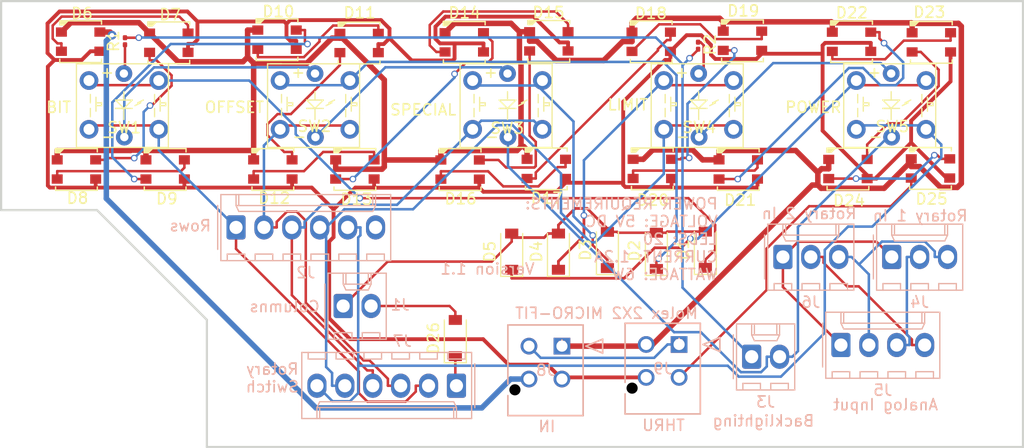
<source format=kicad_pcb>
(kicad_pcb (version 20171130) (host pcbnew "(5.1.6)-1")

  (general
    (thickness 1.6)
    (drawings 136)
    (tracks 592)
    (zones 0)
    (modules 46)
    (nets 50)
  )

  (page USLetter)
  (title_block
    (title "ABSIS NANO GENERAL I/O")
    (date 2017-12-26)
    (rev -)
    (company "F/A-18C SIMPIT")
    (comment 1 "JOHN STEENSEN")
  )

  (layers
    (0 F.Cu signal hide)
    (31 B.Cu signal hide)
    (32 B.Adhes user hide)
    (33 F.Adhes user hide)
    (34 B.Paste user hide)
    (35 F.Paste user hide)
    (36 B.SilkS user)
    (37 F.SilkS user hide)
    (38 B.Mask user hide)
    (39 F.Mask user hide)
    (40 Dwgs.User user hide)
    (41 Cmts.User user hide)
    (42 Eco1.User user hide)
    (43 Eco2.User user hide)
    (44 Edge.Cuts user)
    (45 Margin user hide)
    (46 B.CrtYd user hide)
    (47 F.CrtYd user hide)
    (48 B.Fab user hide)
    (49 F.Fab user)
  )

  (setup
    (last_trace_width 0.25)
    (user_trace_width 0.3048)
    (user_trace_width 0.6096)
    (user_trace_width 1.2192)
    (trace_clearance 0.2)
    (zone_clearance 0.508)
    (zone_45_only no)
    (trace_min 0.1524)
    (via_size 0.8)
    (via_drill 0.4)
    (via_min_size 0.4)
    (via_min_drill 0.31)
    (blind_buried_vias_allowed yes)
    (uvia_size 0.3)
    (uvia_drill 0.1)
    (uvias_allowed no)
    (uvia_min_size 0.2)
    (uvia_min_drill 0.1)
    (edge_width 0.1)
    (segment_width 0.1)
    (pcb_text_width 0.3)
    (pcb_text_size 1.5 1.5)
    (mod_edge_width 0.15)
    (mod_text_size 1 1)
    (mod_text_width 0.15)
    (pad_size 1.6 1.6)
    (pad_drill 0.8)
    (pad_to_mask_clearance 0)
    (solder_mask_min_width 0.25)
    (aux_axis_origin 100.86975 81.69275)
    (grid_origin 100.86975 81.69275)
    (visible_elements 7FFFF7FF)
    (pcbplotparams
      (layerselection 0x010fc_ffffffff)
      (usegerberextensions false)
      (usegerberattributes false)
      (usegerberadvancedattributes false)
      (creategerberjobfile false)
      (excludeedgelayer true)
      (linewidth 0.100000)
      (plotframeref false)
      (viasonmask false)
      (mode 1)
      (useauxorigin false)
      (hpglpennumber 1)
      (hpglpenspeed 20)
      (hpglpendiameter 15.000000)
      (psnegative false)
      (psa4output false)
      (plotreference true)
      (plotvalue true)
      (plotinvisibletext false)
      (padsonsilk false)
      (subtractmaskfromsilk false)
      (outputformat 1)
      (mirror false)
      (drillshape 0)
      (scaleselection 1)
      (outputdirectory "Manufacturing/"))
  )

  (net 0 "")
  (net 1 "Net-(D4-Pad1)")
  (net 2 "Net-(D1-Pad1)")
  (net 3 "Net-(D2-Pad1)")
  (net 4 "Net-(D5-Pad1)")
  (net 5 /Col1)
  (net 6 "Net-(D3-Pad1)")
  (net 7 /Col2)
  (net 8 "Net-(D26-Pad1)")
  (net 9 /Row5)
  (net 10 /Row4)
  (net 11 /Row3)
  (net 12 /Row2)
  (net 13 /Row1)
  (net 14 /BckltGND)
  (net 15 /Bcklt+12V)
  (net 16 /AnalogGND)
  (net 17 /AnalogAudio)
  (net 18 /Analog5V)
  (net 19 /AnalogDimmer)
  (net 20 "Net-(R1-Pad1)")
  (net 21 "Net-(R2-Pad1)")
  (net 22 "Net-(SW1-Pad6)")
  (net 23 "Net-(SW2-Pad6)")
  (net 24 "Net-(SW4-Pad6)")
  (net 25 /LED+5V)
  (net 26 "Net-(D6-Pad2)")
  (net 27 /LEDDataIn)
  (net 28 /LEDGND)
  (net 29 "Net-(D7-Pad2)")
  (net 30 "Net-(D8-Pad2)")
  (net 31 "Net-(D10-Pad4)")
  (net 32 "Net-(D10-Pad2)")
  (net 33 "Net-(D11-Pad2)")
  (net 34 "Net-(D12-Pad2)")
  (net 35 "Net-(D13-Pad2)")
  (net 36 "Net-(D14-Pad2)")
  (net 37 "Net-(D15-Pad2)")
  (net 38 "Net-(D16-Pad2)")
  (net 39 "Net-(D17-Pad2)")
  (net 40 "Net-(D18-Pad2)")
  (net 41 "Net-(D19-Pad2)")
  (net 42 "Net-(D20-Pad2)")
  (net 43 "Net-(D21-Pad2)")
  (net 44 "Net-(D22-Pad2)")
  (net 45 "Net-(D23-Pad2)")
  (net 46 "Net-(D24-Pad2)")
  (net 47 /LEDDataOut)
  (net 48 "Net-(J2-Pad6)")
  (net 49 "Net-(J8-Pad2)")

  (net_class Default "This is the default net class."
    (clearance 0.2)
    (trace_width 0.25)
    (via_dia 0.8)
    (via_drill 0.4)
    (uvia_dia 0.3)
    (uvia_drill 0.1)
    (add_net /Analog5V)
    (add_net /AnalogAudio)
    (add_net /AnalogDimmer)
    (add_net /AnalogGND)
    (add_net /Bcklt+12V)
    (add_net /BckltGND)
    (add_net /Col1)
    (add_net /Col2)
    (add_net /LEDDataOut)
    (add_net /Row1)
    (add_net /Row2)
    (add_net /Row3)
    (add_net /Row4)
    (add_net /Row5)
    (add_net "Net-(D1-Pad1)")
    (add_net "Net-(D10-Pad2)")
    (add_net "Net-(D10-Pad4)")
    (add_net "Net-(D11-Pad2)")
    (add_net "Net-(D12-Pad2)")
    (add_net "Net-(D13-Pad2)")
    (add_net "Net-(D14-Pad2)")
    (add_net "Net-(D15-Pad2)")
    (add_net "Net-(D16-Pad2)")
    (add_net "Net-(D17-Pad2)")
    (add_net "Net-(D18-Pad2)")
    (add_net "Net-(D19-Pad2)")
    (add_net "Net-(D2-Pad1)")
    (add_net "Net-(D20-Pad2)")
    (add_net "Net-(D21-Pad2)")
    (add_net "Net-(D22-Pad2)")
    (add_net "Net-(D23-Pad2)")
    (add_net "Net-(D24-Pad2)")
    (add_net "Net-(D26-Pad1)")
    (add_net "Net-(D3-Pad1)")
    (add_net "Net-(D4-Pad1)")
    (add_net "Net-(D5-Pad1)")
    (add_net "Net-(D6-Pad2)")
    (add_net "Net-(D7-Pad2)")
    (add_net "Net-(D8-Pad2)")
    (add_net "Net-(J2-Pad6)")
    (add_net "Net-(J8-Pad2)")
    (add_net "Net-(R1-Pad1)")
    (add_net "Net-(R2-Pad1)")
    (add_net "Net-(SW1-Pad6)")
    (add_net "Net-(SW2-Pad6)")
    (add_net "Net-(SW4-Pad6)")
  )

  (net_class LED+5 ""
    (clearance 0.2)
    (trace_width 0.5)
    (via_dia 0.8)
    (via_drill 0.4)
    (uvia_dia 0.3)
    (uvia_drill 0.1)
    (add_net /LED+5V)
    (add_net /LEDDataIn)
  )

  (net_class LEDGND ""
    (clearance 0.2)
    (trace_width 0.35)
    (via_dia 0.8)
    (via_drill 0.4)
    (uvia_dia 0.3)
    (uvia_drill 0.1)
    (add_net /LEDGND)
  )

  (module WS2812B:LED3535 (layer F.Cu) (tedit 5FA656AE) (tstamp 5F8F425F)
    (at 116.138 85.4914)
    (path /5F9389DB)
    (attr smd)
    (fp_text reference D7 (at 0.127 -2.5654) (layer F.SilkS)
      (effects (font (size 1 1) (thickness 0.15)))
    )
    (fp_text value WS2812B (at -0.3556 2.3368) (layer F.Fab)
      (effects (font (size 0.32 0.32) (thickness 0.015)))
    )
    (fp_line (start -1.75 -1.75) (end 1.75 -1.75) (layer F.Fab) (width 0.127))
    (fp_line (start 1.75 -1.75) (end 1.75 1.75) (layer F.Fab) (width 0.127))
    (fp_line (start 1.75 1.75) (end -1.75 1.75) (layer F.Fab) (width 0.127))
    (fp_line (start -1.75 1.75) (end -1.75 -1.75) (layer F.Fab) (width 0.127))
    (fp_circle (center 0 0) (end 1.4 0) (layer F.Fab) (width 0.127))
    (fp_line (start -1.9 -1.6) (end -1.9 -1.9) (layer F.SilkS) (width 0.127))
    (fp_line (start -1.9 -1.9) (end 1.9 -1.9) (layer F.SilkS) (width 0.127))
    (fp_line (start 1.9 -1.9) (end 1.9 -1.6) (layer F.SilkS) (width 0.127))
    (fp_line (start -1.9 1.6) (end -1.9 1.9) (layer F.SilkS) (width 0.127))
    (fp_line (start -1.9 1.9) (end 1.9 1.9) (layer F.SilkS) (width 0.127))
    (fp_line (start 1.9 1.9) (end 1.9 1.6) (layer F.SilkS) (width 0.127))
    (fp_poly (pts (xy -1.905 -1.905) (xy -1.905 -1.524) (xy -1.524 -1.524) (xy -1.143 -1.905)) (layer F.SilkS) (width 0.127))
    (pad 3 smd rect (at 1.75 0.875) (size 1 0.85) (layers F.Cu F.Paste F.Mask)
      (net 28 /LEDGND))
    (pad 2 smd rect (at -1.75 0.875) (size 1 0.85) (layers F.Cu F.Paste F.Mask)
      (net 29 "Net-(D7-Pad2)"))
    (pad 4 smd rect (at 1.75 -0.875) (size 1 0.85) (layers F.Cu F.Paste F.Mask)
      (net 26 "Net-(D6-Pad2)"))
    (pad 1 smd rect (at -1.75 -0.875) (size 1 0.85) (layers F.Cu F.Paste F.Mask)
      (net 25 /LED+5V))
  )

  (module WS2812B:LED3535 (layer F.Cu) (tedit 5FA656AE) (tstamp 5F8F43EB)
    (at 185.475 96.9441)
    (path /5F94E7BF)
    (attr smd)
    (fp_text reference D25 (at 0.10375 2.78265) (layer F.SilkS)
      (effects (font (size 1 1) (thickness 0.15)))
    )
    (fp_text value WS2812B (at -0.3556 2.3368) (layer F.Fab)
      (effects (font (size 0.32 0.32) (thickness 0.015)))
    )
    (fp_line (start -1.75 -1.75) (end 1.75 -1.75) (layer F.Fab) (width 0.127))
    (fp_line (start 1.75 -1.75) (end 1.75 1.75) (layer F.Fab) (width 0.127))
    (fp_line (start 1.75 1.75) (end -1.75 1.75) (layer F.Fab) (width 0.127))
    (fp_line (start -1.75 1.75) (end -1.75 -1.75) (layer F.Fab) (width 0.127))
    (fp_circle (center 0 0) (end 1.4 0) (layer F.Fab) (width 0.127))
    (fp_line (start -1.9 -1.6) (end -1.9 -1.9) (layer F.SilkS) (width 0.127))
    (fp_line (start -1.9 -1.9) (end 1.9 -1.9) (layer F.SilkS) (width 0.127))
    (fp_line (start 1.9 -1.9) (end 1.9 -1.6) (layer F.SilkS) (width 0.127))
    (fp_line (start -1.9 1.6) (end -1.9 1.9) (layer F.SilkS) (width 0.127))
    (fp_line (start -1.9 1.9) (end 1.9 1.9) (layer F.SilkS) (width 0.127))
    (fp_line (start 1.9 1.9) (end 1.9 1.6) (layer F.SilkS) (width 0.127))
    (fp_poly (pts (xy -1.905 -1.905) (xy -1.905 -1.524) (xy -1.524 -1.524) (xy -1.143 -1.905)) (layer F.SilkS) (width 0.127))
    (pad 3 smd rect (at 1.75 0.875) (size 1 0.85) (layers F.Cu F.Paste F.Mask)
      (net 28 /LEDGND))
    (pad 2 smd rect (at -1.75 0.875) (size 1 0.85) (layers F.Cu F.Paste F.Mask)
      (net 47 /LEDDataOut))
    (pad 4 smd rect (at 1.75 -0.875) (size 1 0.85) (layers F.Cu F.Paste F.Mask)
      (net 46 "Net-(D24-Pad2)"))
    (pad 1 smd rect (at -1.75 -0.875) (size 1 0.85) (layers F.Cu F.Paste F.Mask)
      (net 25 /LED+5V))
  )

  (module WS2812B:LED3535 (layer F.Cu) (tedit 5FA656AE) (tstamp 5F8F43D5)
    (at 177.961 96.9949)
    (path /5F94E7B8)
    (attr smd)
    (fp_text reference D24 (at 0.09935 2.88425) (layer F.SilkS)
      (effects (font (size 1 1) (thickness 0.15)))
    )
    (fp_text value WS2812B (at -0.3556 2.3368) (layer F.Fab)
      (effects (font (size 0.32 0.32) (thickness 0.015)))
    )
    (fp_line (start -1.75 -1.75) (end 1.75 -1.75) (layer F.Fab) (width 0.127))
    (fp_line (start 1.75 -1.75) (end 1.75 1.75) (layer F.Fab) (width 0.127))
    (fp_line (start 1.75 1.75) (end -1.75 1.75) (layer F.Fab) (width 0.127))
    (fp_line (start -1.75 1.75) (end -1.75 -1.75) (layer F.Fab) (width 0.127))
    (fp_circle (center 0 0) (end 1.4 0) (layer F.Fab) (width 0.127))
    (fp_line (start -1.9 -1.6) (end -1.9 -1.9) (layer F.SilkS) (width 0.127))
    (fp_line (start -1.9 -1.9) (end 1.9 -1.9) (layer F.SilkS) (width 0.127))
    (fp_line (start 1.9 -1.9) (end 1.9 -1.6) (layer F.SilkS) (width 0.127))
    (fp_line (start -1.9 1.6) (end -1.9 1.9) (layer F.SilkS) (width 0.127))
    (fp_line (start -1.9 1.9) (end 1.9 1.9) (layer F.SilkS) (width 0.127))
    (fp_line (start 1.9 1.9) (end 1.9 1.6) (layer F.SilkS) (width 0.127))
    (fp_poly (pts (xy -1.905 -1.905) (xy -1.905 -1.524) (xy -1.524 -1.524) (xy -1.143 -1.905)) (layer F.SilkS) (width 0.127))
    (pad 3 smd rect (at 1.75 0.875) (size 1 0.85) (layers F.Cu F.Paste F.Mask)
      (net 28 /LEDGND))
    (pad 2 smd rect (at -1.75 0.875) (size 1 0.85) (layers F.Cu F.Paste F.Mask)
      (net 46 "Net-(D24-Pad2)"))
    (pad 4 smd rect (at 1.75 -0.875) (size 1 0.85) (layers F.Cu F.Paste F.Mask)
      (net 45 "Net-(D23-Pad2)"))
    (pad 1 smd rect (at -1.75 -0.875) (size 1 0.85) (layers F.Cu F.Paste F.Mask)
      (net 25 /LED+5V))
  )

  (module WS2812B:LED3535 (layer F.Cu) (tedit 5FA656AE) (tstamp 5F8F43BF)
    (at 185.553 85.4519)
    (path /5F94E7B1)
    (attr smd)
    (fp_text reference D23 (at -0.17745 -2.74315) (layer F.SilkS)
      (effects (font (size 1 1) (thickness 0.15)))
    )
    (fp_text value WS2812B (at -0.3556 2.3368) (layer F.Fab)
      (effects (font (size 0.32 0.32) (thickness 0.015)))
    )
    (fp_line (start -1.75 -1.75) (end 1.75 -1.75) (layer F.Fab) (width 0.127))
    (fp_line (start 1.75 -1.75) (end 1.75 1.75) (layer F.Fab) (width 0.127))
    (fp_line (start 1.75 1.75) (end -1.75 1.75) (layer F.Fab) (width 0.127))
    (fp_line (start -1.75 1.75) (end -1.75 -1.75) (layer F.Fab) (width 0.127))
    (fp_circle (center 0 0) (end 1.4 0) (layer F.Fab) (width 0.127))
    (fp_line (start -1.9 -1.6) (end -1.9 -1.9) (layer F.SilkS) (width 0.127))
    (fp_line (start -1.9 -1.9) (end 1.9 -1.9) (layer F.SilkS) (width 0.127))
    (fp_line (start 1.9 -1.9) (end 1.9 -1.6) (layer F.SilkS) (width 0.127))
    (fp_line (start -1.9 1.6) (end -1.9 1.9) (layer F.SilkS) (width 0.127))
    (fp_line (start -1.9 1.9) (end 1.9 1.9) (layer F.SilkS) (width 0.127))
    (fp_line (start 1.9 1.9) (end 1.9 1.6) (layer F.SilkS) (width 0.127))
    (fp_poly (pts (xy -1.905 -1.905) (xy -1.905 -1.524) (xy -1.524 -1.524) (xy -1.143 -1.905)) (layer F.SilkS) (width 0.127))
    (pad 3 smd rect (at 1.75 0.875) (size 1 0.85) (layers F.Cu F.Paste F.Mask)
      (net 28 /LEDGND))
    (pad 2 smd rect (at -1.75 0.875) (size 1 0.85) (layers F.Cu F.Paste F.Mask)
      (net 45 "Net-(D23-Pad2)"))
    (pad 4 smd rect (at 1.75 -0.875) (size 1 0.85) (layers F.Cu F.Paste F.Mask)
      (net 44 "Net-(D22-Pad2)"))
    (pad 1 smd rect (at -1.75 -0.875) (size 1 0.85) (layers F.Cu F.Paste F.Mask)
      (net 25 /LED+5V))
  )

  (module WS2812B:LED3535 (layer F.Cu) (tedit 5FA656AE) (tstamp 5F8F43A9)
    (at 178.289 85.4011)
    (path /5F94E7AA)
    (attr smd)
    (fp_text reference D22 (at 0.02535 -2.64155) (layer F.SilkS)
      (effects (font (size 1 1) (thickness 0.15)))
    )
    (fp_text value WS2812B (at -0.3556 2.3368) (layer F.Fab)
      (effects (font (size 0.32 0.32) (thickness 0.015)))
    )
    (fp_line (start -1.75 -1.75) (end 1.75 -1.75) (layer F.Fab) (width 0.127))
    (fp_line (start 1.75 -1.75) (end 1.75 1.75) (layer F.Fab) (width 0.127))
    (fp_line (start 1.75 1.75) (end -1.75 1.75) (layer F.Fab) (width 0.127))
    (fp_line (start -1.75 1.75) (end -1.75 -1.75) (layer F.Fab) (width 0.127))
    (fp_circle (center 0 0) (end 1.4 0) (layer F.Fab) (width 0.127))
    (fp_line (start -1.9 -1.6) (end -1.9 -1.9) (layer F.SilkS) (width 0.127))
    (fp_line (start -1.9 -1.9) (end 1.9 -1.9) (layer F.SilkS) (width 0.127))
    (fp_line (start 1.9 -1.9) (end 1.9 -1.6) (layer F.SilkS) (width 0.127))
    (fp_line (start -1.9 1.6) (end -1.9 1.9) (layer F.SilkS) (width 0.127))
    (fp_line (start -1.9 1.9) (end 1.9 1.9) (layer F.SilkS) (width 0.127))
    (fp_line (start 1.9 1.9) (end 1.9 1.6) (layer F.SilkS) (width 0.127))
    (fp_poly (pts (xy -1.905 -1.905) (xy -1.905 -1.524) (xy -1.524 -1.524) (xy -1.143 -1.905)) (layer F.SilkS) (width 0.127))
    (pad 3 smd rect (at 1.75 0.875) (size 1 0.85) (layers F.Cu F.Paste F.Mask)
      (net 28 /LEDGND))
    (pad 2 smd rect (at -1.75 0.875) (size 1 0.85) (layers F.Cu F.Paste F.Mask)
      (net 44 "Net-(D22-Pad2)"))
    (pad 4 smd rect (at 1.75 -0.875) (size 1 0.85) (layers F.Cu F.Paste F.Mask)
      (net 43 "Net-(D21-Pad2)"))
    (pad 1 smd rect (at -1.75 -0.875) (size 1 0.85) (layers F.Cu F.Paste F.Mask)
      (net 25 /LED+5V))
  )

  (module WS2812B:LED3535 (layer F.Cu) (tedit 5FA656AE) (tstamp 5F8F4393)
    (at 167.977 97.0344)
    (path /5F94BD8E)
    (attr smd)
    (fp_text reference D21 (at 0.17735 2.79395) (layer F.SilkS)
      (effects (font (size 1 1) (thickness 0.15)))
    )
    (fp_text value WS2812B (at -0.3556 2.3368) (layer F.Fab)
      (effects (font (size 0.32 0.32) (thickness 0.015)))
    )
    (fp_line (start -1.75 -1.75) (end 1.75 -1.75) (layer F.Fab) (width 0.127))
    (fp_line (start 1.75 -1.75) (end 1.75 1.75) (layer F.Fab) (width 0.127))
    (fp_line (start 1.75 1.75) (end -1.75 1.75) (layer F.Fab) (width 0.127))
    (fp_line (start -1.75 1.75) (end -1.75 -1.75) (layer F.Fab) (width 0.127))
    (fp_circle (center 0 0) (end 1.4 0) (layer F.Fab) (width 0.127))
    (fp_line (start -1.9 -1.6) (end -1.9 -1.9) (layer F.SilkS) (width 0.127))
    (fp_line (start -1.9 -1.9) (end 1.9 -1.9) (layer F.SilkS) (width 0.127))
    (fp_line (start 1.9 -1.9) (end 1.9 -1.6) (layer F.SilkS) (width 0.127))
    (fp_line (start -1.9 1.6) (end -1.9 1.9) (layer F.SilkS) (width 0.127))
    (fp_line (start -1.9 1.9) (end 1.9 1.9) (layer F.SilkS) (width 0.127))
    (fp_line (start 1.9 1.9) (end 1.9 1.6) (layer F.SilkS) (width 0.127))
    (fp_poly (pts (xy -1.905 -1.905) (xy -1.905 -1.524) (xy -1.524 -1.524) (xy -1.143 -1.905)) (layer F.SilkS) (width 0.127))
    (pad 3 smd rect (at 1.75 0.875) (size 1 0.85) (layers F.Cu F.Paste F.Mask)
      (net 28 /LEDGND))
    (pad 2 smd rect (at -1.75 0.875) (size 1 0.85) (layers F.Cu F.Paste F.Mask)
      (net 43 "Net-(D21-Pad2)"))
    (pad 4 smd rect (at 1.75 -0.875) (size 1 0.85) (layers F.Cu F.Paste F.Mask)
      (net 42 "Net-(D20-Pad2)"))
    (pad 1 smd rect (at -1.75 -0.875) (size 1 0.85) (layers F.Cu F.Paste F.Mask)
      (net 25 /LED+5V))
  )

  (module WS2812B:LED3535 (layer F.Cu) (tedit 5FA656AE) (tstamp 5F8F437D)
    (at 160.153 96.9836)
    (path /5F94BD87)
    (attr smd)
    (fp_text reference D20 (at 0.05115 2.84475) (layer F.SilkS)
      (effects (font (size 1 1) (thickness 0.15)))
    )
    (fp_text value WS2812B (at -0.3556 2.3368) (layer F.Fab)
      (effects (font (size 0.32 0.32) (thickness 0.015)))
    )
    (fp_line (start -1.75 -1.75) (end 1.75 -1.75) (layer F.Fab) (width 0.127))
    (fp_line (start 1.75 -1.75) (end 1.75 1.75) (layer F.Fab) (width 0.127))
    (fp_line (start 1.75 1.75) (end -1.75 1.75) (layer F.Fab) (width 0.127))
    (fp_line (start -1.75 1.75) (end -1.75 -1.75) (layer F.Fab) (width 0.127))
    (fp_circle (center 0 0) (end 1.4 0) (layer F.Fab) (width 0.127))
    (fp_line (start -1.9 -1.6) (end -1.9 -1.9) (layer F.SilkS) (width 0.127))
    (fp_line (start -1.9 -1.9) (end 1.9 -1.9) (layer F.SilkS) (width 0.127))
    (fp_line (start 1.9 -1.9) (end 1.9 -1.6) (layer F.SilkS) (width 0.127))
    (fp_line (start -1.9 1.6) (end -1.9 1.9) (layer F.SilkS) (width 0.127))
    (fp_line (start -1.9 1.9) (end 1.9 1.9) (layer F.SilkS) (width 0.127))
    (fp_line (start 1.9 1.9) (end 1.9 1.6) (layer F.SilkS) (width 0.127))
    (fp_poly (pts (xy -1.905 -1.905) (xy -1.905 -1.524) (xy -1.524 -1.524) (xy -1.143 -1.905)) (layer F.SilkS) (width 0.127))
    (pad 3 smd rect (at 1.75 0.875) (size 1 0.85) (layers F.Cu F.Paste F.Mask)
      (net 28 /LEDGND))
    (pad 2 smd rect (at -1.75 0.875) (size 1 0.85) (layers F.Cu F.Paste F.Mask)
      (net 42 "Net-(D20-Pad2)"))
    (pad 4 smd rect (at 1.75 -0.875) (size 1 0.85) (layers F.Cu F.Paste F.Mask)
      (net 41 "Net-(D19-Pad2)"))
    (pad 1 smd rect (at -1.75 -0.875) (size 1 0.85) (layers F.Cu F.Paste F.Mask)
      (net 25 /LED+5V))
  )

  (module WS2812B:LED3535 (layer F.Cu) (tedit 5FA656AE) (tstamp 5F8F4367)
    (at 168.36 85.3109)
    (path /5F94BD80)
    (attr smd)
    (fp_text reference D19 (at 0.07375 -2.72915) (layer F.SilkS)
      (effects (font (size 1 1) (thickness 0.15)))
    )
    (fp_text value WS2812B (at -0.3556 2.3368) (layer F.Fab)
      (effects (font (size 0.32 0.32) (thickness 0.015)))
    )
    (fp_line (start -1.75 -1.75) (end 1.75 -1.75) (layer F.Fab) (width 0.127))
    (fp_line (start 1.75 -1.75) (end 1.75 1.75) (layer F.Fab) (width 0.127))
    (fp_line (start 1.75 1.75) (end -1.75 1.75) (layer F.Fab) (width 0.127))
    (fp_line (start -1.75 1.75) (end -1.75 -1.75) (layer F.Fab) (width 0.127))
    (fp_circle (center 0 0) (end 1.4 0) (layer F.Fab) (width 0.127))
    (fp_line (start -1.9 -1.6) (end -1.9 -1.9) (layer F.SilkS) (width 0.127))
    (fp_line (start -1.9 -1.9) (end 1.9 -1.9) (layer F.SilkS) (width 0.127))
    (fp_line (start 1.9 -1.9) (end 1.9 -1.6) (layer F.SilkS) (width 0.127))
    (fp_line (start -1.9 1.6) (end -1.9 1.9) (layer F.SilkS) (width 0.127))
    (fp_line (start -1.9 1.9) (end 1.9 1.9) (layer F.SilkS) (width 0.127))
    (fp_line (start 1.9 1.9) (end 1.9 1.6) (layer F.SilkS) (width 0.127))
    (fp_poly (pts (xy -1.905 -1.905) (xy -1.905 -1.524) (xy -1.524 -1.524) (xy -1.143 -1.905)) (layer F.SilkS) (width 0.127))
    (pad 3 smd rect (at 1.75 0.875) (size 1 0.85) (layers F.Cu F.Paste F.Mask)
      (net 28 /LEDGND))
    (pad 2 smd rect (at -1.75 0.875) (size 1 0.85) (layers F.Cu F.Paste F.Mask)
      (net 41 "Net-(D19-Pad2)"))
    (pad 4 smd rect (at 1.75 -0.875) (size 1 0.85) (layers F.Cu F.Paste F.Mask)
      (net 40 "Net-(D18-Pad2)"))
    (pad 1 smd rect (at -1.75 -0.875) (size 1 0.85) (layers F.Cu F.Paste F.Mask)
      (net 25 /LED+5V))
  )

  (module WS2812B:LED3535 (layer F.Cu) (tedit 5FA656AE) (tstamp 5F8F4351)
    (at 160.052 85.4011)
    (path /5F94BD79)
    (attr smd)
    (fp_text reference D18 (at -0.02565 -2.59075) (layer F.SilkS)
      (effects (font (size 1 1) (thickness 0.15)))
    )
    (fp_text value WS2812B (at -0.3556 2.3368) (layer F.Fab)
      (effects (font (size 0.32 0.32) (thickness 0.015)))
    )
    (fp_line (start -1.75 -1.75) (end 1.75 -1.75) (layer F.Fab) (width 0.127))
    (fp_line (start 1.75 -1.75) (end 1.75 1.75) (layer F.Fab) (width 0.127))
    (fp_line (start 1.75 1.75) (end -1.75 1.75) (layer F.Fab) (width 0.127))
    (fp_line (start -1.75 1.75) (end -1.75 -1.75) (layer F.Fab) (width 0.127))
    (fp_circle (center 0 0) (end 1.4 0) (layer F.Fab) (width 0.127))
    (fp_line (start -1.9 -1.6) (end -1.9 -1.9) (layer F.SilkS) (width 0.127))
    (fp_line (start -1.9 -1.9) (end 1.9 -1.9) (layer F.SilkS) (width 0.127))
    (fp_line (start 1.9 -1.9) (end 1.9 -1.6) (layer F.SilkS) (width 0.127))
    (fp_line (start -1.9 1.6) (end -1.9 1.9) (layer F.SilkS) (width 0.127))
    (fp_line (start -1.9 1.9) (end 1.9 1.9) (layer F.SilkS) (width 0.127))
    (fp_line (start 1.9 1.9) (end 1.9 1.6) (layer F.SilkS) (width 0.127))
    (fp_poly (pts (xy -1.905 -1.905) (xy -1.905 -1.524) (xy -1.524 -1.524) (xy -1.143 -1.905)) (layer F.SilkS) (width 0.127))
    (pad 3 smd rect (at 1.75 0.875) (size 1 0.85) (layers F.Cu F.Paste F.Mask)
      (net 28 /LEDGND))
    (pad 2 smd rect (at -1.75 0.875) (size 1 0.85) (layers F.Cu F.Paste F.Mask)
      (net 40 "Net-(D18-Pad2)"))
    (pad 4 smd rect (at 1.75 -0.875) (size 1 0.85) (layers F.Cu F.Paste F.Mask)
      (net 39 "Net-(D17-Pad2)"))
    (pad 1 smd rect (at -1.75 -0.875) (size 1 0.85) (layers F.Cu F.Paste F.Mask)
      (net 25 /LED+5V))
  )

  (module WS2812B:LED3535 (layer F.Cu) (tedit 5FA656AE) (tstamp 5F8F433B)
    (at 150.501 96.9836)
    (path /5F9490C5)
    (attr smd)
    (fp_text reference D17 (at 0.05115 2.66695) (layer F.SilkS)
      (effects (font (size 1 1) (thickness 0.15)))
    )
    (fp_text value WS2812B (at -0.3556 2.3368) (layer F.Fab)
      (effects (font (size 0.32 0.32) (thickness 0.015)))
    )
    (fp_line (start -1.75 -1.75) (end 1.75 -1.75) (layer F.Fab) (width 0.127))
    (fp_line (start 1.75 -1.75) (end 1.75 1.75) (layer F.Fab) (width 0.127))
    (fp_line (start 1.75 1.75) (end -1.75 1.75) (layer F.Fab) (width 0.127))
    (fp_line (start -1.75 1.75) (end -1.75 -1.75) (layer F.Fab) (width 0.127))
    (fp_circle (center 0 0) (end 1.4 0) (layer F.Fab) (width 0.127))
    (fp_line (start -1.9 -1.6) (end -1.9 -1.9) (layer F.SilkS) (width 0.127))
    (fp_line (start -1.9 -1.9) (end 1.9 -1.9) (layer F.SilkS) (width 0.127))
    (fp_line (start 1.9 -1.9) (end 1.9 -1.6) (layer F.SilkS) (width 0.127))
    (fp_line (start -1.9 1.6) (end -1.9 1.9) (layer F.SilkS) (width 0.127))
    (fp_line (start -1.9 1.9) (end 1.9 1.9) (layer F.SilkS) (width 0.127))
    (fp_line (start 1.9 1.9) (end 1.9 1.6) (layer F.SilkS) (width 0.127))
    (fp_poly (pts (xy -1.905 -1.905) (xy -1.905 -1.524) (xy -1.524 -1.524) (xy -1.143 -1.905)) (layer F.SilkS) (width 0.127))
    (pad 3 smd rect (at 1.75 0.875) (size 1 0.85) (layers F.Cu F.Paste F.Mask)
      (net 28 /LEDGND))
    (pad 2 smd rect (at -1.75 0.875) (size 1 0.85) (layers F.Cu F.Paste F.Mask)
      (net 39 "Net-(D17-Pad2)"))
    (pad 4 smd rect (at 1.75 -0.875) (size 1 0.85) (layers F.Cu F.Paste F.Mask)
      (net 38 "Net-(D16-Pad2)"))
    (pad 1 smd rect (at -1.75 -0.875) (size 1 0.85) (layers F.Cu F.Paste F.Mask)
      (net 25 /LED+5V))
  )

  (module WS2812B:LED3535 (layer F.Cu) (tedit 5FA656AE) (tstamp 5F8F4325)
    (at 142.655 97.0458)
    (path /5F9490BE)
    (attr smd)
    (fp_text reference D16 (at 0.04855 2.65555) (layer F.SilkS)
      (effects (font (size 1 1) (thickness 0.15)))
    )
    (fp_text value WS2812B (at -0.3556 2.3368) (layer F.Fab)
      (effects (font (size 0.32 0.32) (thickness 0.015)))
    )
    (fp_line (start -1.75 -1.75) (end 1.75 -1.75) (layer F.Fab) (width 0.127))
    (fp_line (start 1.75 -1.75) (end 1.75 1.75) (layer F.Fab) (width 0.127))
    (fp_line (start 1.75 1.75) (end -1.75 1.75) (layer F.Fab) (width 0.127))
    (fp_line (start -1.75 1.75) (end -1.75 -1.75) (layer F.Fab) (width 0.127))
    (fp_circle (center 0 0) (end 1.4 0) (layer F.Fab) (width 0.127))
    (fp_line (start -1.9 -1.6) (end -1.9 -1.9) (layer F.SilkS) (width 0.127))
    (fp_line (start -1.9 -1.9) (end 1.9 -1.9) (layer F.SilkS) (width 0.127))
    (fp_line (start 1.9 -1.9) (end 1.9 -1.6) (layer F.SilkS) (width 0.127))
    (fp_line (start -1.9 1.6) (end -1.9 1.9) (layer F.SilkS) (width 0.127))
    (fp_line (start -1.9 1.9) (end 1.9 1.9) (layer F.SilkS) (width 0.127))
    (fp_line (start 1.9 1.9) (end 1.9 1.6) (layer F.SilkS) (width 0.127))
    (fp_poly (pts (xy -1.905 -1.905) (xy -1.905 -1.524) (xy -1.524 -1.524) (xy -1.143 -1.905)) (layer F.SilkS) (width 0.127))
    (pad 3 smd rect (at 1.75 0.875) (size 1 0.85) (layers F.Cu F.Paste F.Mask)
      (net 28 /LEDGND))
    (pad 2 smd rect (at -1.75 0.875) (size 1 0.85) (layers F.Cu F.Paste F.Mask)
      (net 38 "Net-(D16-Pad2)"))
    (pad 4 smd rect (at 1.75 -0.875) (size 1 0.85) (layers F.Cu F.Paste F.Mask)
      (net 37 "Net-(D15-Pad2)"))
    (pad 1 smd rect (at -1.75 -0.875) (size 1 0.85) (layers F.Cu F.Paste F.Mask)
      (net 25 /LED+5V))
  )

  (module WS2812B:LED3535 (layer F.Cu) (tedit 5FA656AE) (tstamp 5F8F430F)
    (at 150.733 85.3618)
    (path /5F9490B7)
    (attr smd)
    (fp_text reference D15 (at -0.02845 -2.62765) (layer F.SilkS)
      (effects (font (size 1 1) (thickness 0.15)))
    )
    (fp_text value WS2812B (at -0.3556 2.3368) (layer F.Fab)
      (effects (font (size 0.32 0.32) (thickness 0.015)))
    )
    (fp_line (start -1.75 -1.75) (end 1.75 -1.75) (layer F.Fab) (width 0.127))
    (fp_line (start 1.75 -1.75) (end 1.75 1.75) (layer F.Fab) (width 0.127))
    (fp_line (start 1.75 1.75) (end -1.75 1.75) (layer F.Fab) (width 0.127))
    (fp_line (start -1.75 1.75) (end -1.75 -1.75) (layer F.Fab) (width 0.127))
    (fp_circle (center 0 0) (end 1.4 0) (layer F.Fab) (width 0.127))
    (fp_line (start -1.9 -1.6) (end -1.9 -1.9) (layer F.SilkS) (width 0.127))
    (fp_line (start -1.9 -1.9) (end 1.9 -1.9) (layer F.SilkS) (width 0.127))
    (fp_line (start 1.9 -1.9) (end 1.9 -1.6) (layer F.SilkS) (width 0.127))
    (fp_line (start -1.9 1.6) (end -1.9 1.9) (layer F.SilkS) (width 0.127))
    (fp_line (start -1.9 1.9) (end 1.9 1.9) (layer F.SilkS) (width 0.127))
    (fp_line (start 1.9 1.9) (end 1.9 1.6) (layer F.SilkS) (width 0.127))
    (fp_poly (pts (xy -1.905 -1.905) (xy -1.905 -1.524) (xy -1.524 -1.524) (xy -1.143 -1.905)) (layer F.SilkS) (width 0.127))
    (pad 3 smd rect (at 1.75 0.875) (size 1 0.85) (layers F.Cu F.Paste F.Mask)
      (net 28 /LEDGND))
    (pad 2 smd rect (at -1.75 0.875) (size 1 0.85) (layers F.Cu F.Paste F.Mask)
      (net 37 "Net-(D15-Pad2)"))
    (pad 4 smd rect (at 1.75 -0.875) (size 1 0.85) (layers F.Cu F.Paste F.Mask)
      (net 36 "Net-(D14-Pad2)"))
    (pad 1 smd rect (at -1.75 -0.875) (size 1 0.85) (layers F.Cu F.Paste F.Mask)
      (net 25 /LED+5V))
  )

  (module WS2812B:LED3535 (layer F.Cu) (tedit 5FA656AE) (tstamp 5F8F42F9)
    (at 143.034 85.4519)
    (path /5F9490B0)
    (attr smd)
    (fp_text reference D14 (at 0.02515 -2.69235) (layer F.SilkS)
      (effects (font (size 1 1) (thickness 0.15)))
    )
    (fp_text value WS2812B (at -0.3556 2.3368) (layer F.Fab)
      (effects (font (size 0.32 0.32) (thickness 0.015)))
    )
    (fp_line (start -1.75 -1.75) (end 1.75 -1.75) (layer F.Fab) (width 0.127))
    (fp_line (start 1.75 -1.75) (end 1.75 1.75) (layer F.Fab) (width 0.127))
    (fp_line (start 1.75 1.75) (end -1.75 1.75) (layer F.Fab) (width 0.127))
    (fp_line (start -1.75 1.75) (end -1.75 -1.75) (layer F.Fab) (width 0.127))
    (fp_circle (center 0 0) (end 1.4 0) (layer F.Fab) (width 0.127))
    (fp_line (start -1.9 -1.6) (end -1.9 -1.9) (layer F.SilkS) (width 0.127))
    (fp_line (start -1.9 -1.9) (end 1.9 -1.9) (layer F.SilkS) (width 0.127))
    (fp_line (start 1.9 -1.9) (end 1.9 -1.6) (layer F.SilkS) (width 0.127))
    (fp_line (start -1.9 1.6) (end -1.9 1.9) (layer F.SilkS) (width 0.127))
    (fp_line (start -1.9 1.9) (end 1.9 1.9) (layer F.SilkS) (width 0.127))
    (fp_line (start 1.9 1.9) (end 1.9 1.6) (layer F.SilkS) (width 0.127))
    (fp_poly (pts (xy -1.905 -1.905) (xy -1.905 -1.524) (xy -1.524 -1.524) (xy -1.143 -1.905)) (layer F.SilkS) (width 0.127))
    (pad 3 smd rect (at 1.75 0.875) (size 1 0.85) (layers F.Cu F.Paste F.Mask)
      (net 28 /LEDGND))
    (pad 2 smd rect (at -1.75 0.875) (size 1 0.85) (layers F.Cu F.Paste F.Mask)
      (net 36 "Net-(D14-Pad2)"))
    (pad 4 smd rect (at 1.75 -0.875) (size 1 0.85) (layers F.Cu F.Paste F.Mask)
      (net 35 "Net-(D13-Pad2)"))
    (pad 1 smd rect (at -1.75 -0.875) (size 1 0.85) (layers F.Cu F.Paste F.Mask)
      (net 25 /LED+5V))
  )

  (module WS2812B:LED3535 (layer F.Cu) (tedit 5FA656AE) (tstamp 5F8F42E3)
    (at 133.077 97.0344)
    (path /5F94715E)
    (attr smd)
    (fp_text reference D13 (at 0.15235 2.71775) (layer F.SilkS)
      (effects (font (size 1 1) (thickness 0.15)))
    )
    (fp_text value WS2812B (at -0.3556 2.3368) (layer F.Fab)
      (effects (font (size 0.32 0.32) (thickness 0.015)))
    )
    (fp_line (start -1.75 -1.75) (end 1.75 -1.75) (layer F.Fab) (width 0.127))
    (fp_line (start 1.75 -1.75) (end 1.75 1.75) (layer F.Fab) (width 0.127))
    (fp_line (start 1.75 1.75) (end -1.75 1.75) (layer F.Fab) (width 0.127))
    (fp_line (start -1.75 1.75) (end -1.75 -1.75) (layer F.Fab) (width 0.127))
    (fp_circle (center 0 0) (end 1.4 0) (layer F.Fab) (width 0.127))
    (fp_line (start -1.9 -1.6) (end -1.9 -1.9) (layer F.SilkS) (width 0.127))
    (fp_line (start -1.9 -1.9) (end 1.9 -1.9) (layer F.SilkS) (width 0.127))
    (fp_line (start 1.9 -1.9) (end 1.9 -1.6) (layer F.SilkS) (width 0.127))
    (fp_line (start -1.9 1.6) (end -1.9 1.9) (layer F.SilkS) (width 0.127))
    (fp_line (start -1.9 1.9) (end 1.9 1.9) (layer F.SilkS) (width 0.127))
    (fp_line (start 1.9 1.9) (end 1.9 1.6) (layer F.SilkS) (width 0.127))
    (fp_poly (pts (xy -1.905 -1.905) (xy -1.905 -1.524) (xy -1.524 -1.524) (xy -1.143 -1.905)) (layer F.SilkS) (width 0.127))
    (pad 3 smd rect (at 1.75 0.875) (size 1 0.85) (layers F.Cu F.Paste F.Mask)
      (net 28 /LEDGND))
    (pad 2 smd rect (at -1.75 0.875) (size 1 0.85) (layers F.Cu F.Paste F.Mask)
      (net 35 "Net-(D13-Pad2)"))
    (pad 4 smd rect (at 1.75 -0.875) (size 1 0.85) (layers F.Cu F.Paste F.Mask)
      (net 34 "Net-(D12-Pad2)"))
    (pad 1 smd rect (at -1.75 -0.875) (size 1 0.85) (layers F.Cu F.Paste F.Mask)
      (net 25 /LED+5V))
  )

  (module WS2812B:LED3535 (layer F.Cu) (tedit 5FA656AE) (tstamp 5F8F42CD)
    (at 125.609 97.0344)
    (path /5F947157)
    (attr smd)
    (fp_text reference D12 (at 0.127 2.61615) (layer F.SilkS)
      (effects (font (size 1 1) (thickness 0.15)))
    )
    (fp_text value WS2812B (at -0.3556 2.3368) (layer F.Fab)
      (effects (font (size 0.32 0.32) (thickness 0.015)))
    )
    (fp_line (start -1.75 -1.75) (end 1.75 -1.75) (layer F.Fab) (width 0.127))
    (fp_line (start 1.75 -1.75) (end 1.75 1.75) (layer F.Fab) (width 0.127))
    (fp_line (start 1.75 1.75) (end -1.75 1.75) (layer F.Fab) (width 0.127))
    (fp_line (start -1.75 1.75) (end -1.75 -1.75) (layer F.Fab) (width 0.127))
    (fp_circle (center 0 0) (end 1.4 0) (layer F.Fab) (width 0.127))
    (fp_line (start -1.9 -1.6) (end -1.9 -1.9) (layer F.SilkS) (width 0.127))
    (fp_line (start -1.9 -1.9) (end 1.9 -1.9) (layer F.SilkS) (width 0.127))
    (fp_line (start 1.9 -1.9) (end 1.9 -1.6) (layer F.SilkS) (width 0.127))
    (fp_line (start -1.9 1.6) (end -1.9 1.9) (layer F.SilkS) (width 0.127))
    (fp_line (start -1.9 1.9) (end 1.9 1.9) (layer F.SilkS) (width 0.127))
    (fp_line (start 1.9 1.9) (end 1.9 1.6) (layer F.SilkS) (width 0.127))
    (fp_poly (pts (xy -1.905 -1.905) (xy -1.905 -1.524) (xy -1.524 -1.524) (xy -1.143 -1.905)) (layer F.SilkS) (width 0.127))
    (pad 3 smd rect (at 1.75 0.875) (size 1 0.85) (layers F.Cu F.Paste F.Mask)
      (net 28 /LEDGND))
    (pad 2 smd rect (at -1.75 0.875) (size 1 0.85) (layers F.Cu F.Paste F.Mask)
      (net 34 "Net-(D12-Pad2)"))
    (pad 4 smd rect (at 1.75 -0.875) (size 1 0.85) (layers F.Cu F.Paste F.Mask)
      (net 33 "Net-(D11-Pad2)"))
    (pad 1 smd rect (at -1.75 -0.875) (size 1 0.85) (layers F.Cu F.Paste F.Mask)
      (net 25 /LED+5V))
  )

  (module WS2812B:LED3535 (layer F.Cu) (tedit 5FA656AE) (tstamp 5F8F42B7)
    (at 133.461 85.5141)
    (path /5F947150)
    (attr smd)
    (fp_text reference D11 (at 0.04775 -2.75455) (layer F.SilkS)
      (effects (font (size 1 1) (thickness 0.15)))
    )
    (fp_text value WS2812B (at -0.3556 2.3368) (layer F.Fab)
      (effects (font (size 0.32 0.32) (thickness 0.015)))
    )
    (fp_line (start -1.75 -1.75) (end 1.75 -1.75) (layer F.Fab) (width 0.127))
    (fp_line (start 1.75 -1.75) (end 1.75 1.75) (layer F.Fab) (width 0.127))
    (fp_line (start 1.75 1.75) (end -1.75 1.75) (layer F.Fab) (width 0.127))
    (fp_line (start -1.75 1.75) (end -1.75 -1.75) (layer F.Fab) (width 0.127))
    (fp_circle (center 0 0) (end 1.4 0) (layer F.Fab) (width 0.127))
    (fp_line (start -1.9 -1.6) (end -1.9 -1.9) (layer F.SilkS) (width 0.127))
    (fp_line (start -1.9 -1.9) (end 1.9 -1.9) (layer F.SilkS) (width 0.127))
    (fp_line (start 1.9 -1.9) (end 1.9 -1.6) (layer F.SilkS) (width 0.127))
    (fp_line (start -1.9 1.6) (end -1.9 1.9) (layer F.SilkS) (width 0.127))
    (fp_line (start -1.9 1.9) (end 1.9 1.9) (layer F.SilkS) (width 0.127))
    (fp_line (start 1.9 1.9) (end 1.9 1.6) (layer F.SilkS) (width 0.127))
    (fp_poly (pts (xy -1.905 -1.905) (xy -1.905 -1.524) (xy -1.524 -1.524) (xy -1.143 -1.905)) (layer F.SilkS) (width 0.127))
    (pad 3 smd rect (at 1.75 0.875) (size 1 0.85) (layers F.Cu F.Paste F.Mask)
      (net 28 /LEDGND))
    (pad 2 smd rect (at -1.75 0.875) (size 1 0.85) (layers F.Cu F.Paste F.Mask)
      (net 33 "Net-(D11-Pad2)"))
    (pad 4 smd rect (at 1.75 -0.875) (size 1 0.85) (layers F.Cu F.Paste F.Mask)
      (net 32 "Net-(D10-Pad2)"))
    (pad 1 smd rect (at -1.75 -0.875) (size 1 0.85) (layers F.Cu F.Paste F.Mask)
      (net 25 /LED+5V))
  )

  (module WS2812B:LED3535 (layer F.Cu) (tedit 5FA656AE) (tstamp 5F8F42A1)
    (at 125.988 85.2094)
    (path /5F947149)
    (attr smd)
    (fp_text reference D10 (at 0.127 -2.5654) (layer F.SilkS)
      (effects (font (size 1 1) (thickness 0.15)))
    )
    (fp_text value WS2812B (at -0.3556 2.3368) (layer F.Fab)
      (effects (font (size 0.32 0.32) (thickness 0.015)))
    )
    (fp_line (start -1.75 -1.75) (end 1.75 -1.75) (layer F.Fab) (width 0.127))
    (fp_line (start 1.75 -1.75) (end 1.75 1.75) (layer F.Fab) (width 0.127))
    (fp_line (start 1.75 1.75) (end -1.75 1.75) (layer F.Fab) (width 0.127))
    (fp_line (start -1.75 1.75) (end -1.75 -1.75) (layer F.Fab) (width 0.127))
    (fp_circle (center 0 0) (end 1.4 0) (layer F.Fab) (width 0.127))
    (fp_line (start -1.9 -1.6) (end -1.9 -1.9) (layer F.SilkS) (width 0.127))
    (fp_line (start -1.9 -1.9) (end 1.9 -1.9) (layer F.SilkS) (width 0.127))
    (fp_line (start 1.9 -1.9) (end 1.9 -1.6) (layer F.SilkS) (width 0.127))
    (fp_line (start -1.9 1.6) (end -1.9 1.9) (layer F.SilkS) (width 0.127))
    (fp_line (start -1.9 1.9) (end 1.9 1.9) (layer F.SilkS) (width 0.127))
    (fp_line (start 1.9 1.9) (end 1.9 1.6) (layer F.SilkS) (width 0.127))
    (fp_poly (pts (xy -1.905 -1.905) (xy -1.905 -1.524) (xy -1.524 -1.524) (xy -1.143 -1.905)) (layer F.SilkS) (width 0.127))
    (pad 3 smd rect (at 1.75 0.875) (size 1 0.85) (layers F.Cu F.Paste F.Mask)
      (net 28 /LEDGND))
    (pad 2 smd rect (at -1.75 0.875) (size 1 0.85) (layers F.Cu F.Paste F.Mask)
      (net 32 "Net-(D10-Pad2)"))
    (pad 4 smd rect (at 1.75 -0.875) (size 1 0.85) (layers F.Cu F.Paste F.Mask)
      (net 31 "Net-(D10-Pad4)"))
    (pad 1 smd rect (at -1.75 -0.875) (size 1 0.85) (layers F.Cu F.Paste F.Mask)
      (net 25 /LED+5V))
  )

  (module WS2812B:LED3535 (layer F.Cu) (tedit 5FA656AE) (tstamp 5F8F428B)
    (at 115.805 97.0344)
    (path /5F93AE3D)
    (attr smd)
    (fp_text reference D9 (at 0.15235 2.66695) (layer F.SilkS)
      (effects (font (size 1 1) (thickness 0.15)))
    )
    (fp_text value WS2812B (at -0.3556 2.3368) (layer F.Fab)
      (effects (font (size 0.32 0.32) (thickness 0.015)))
    )
    (fp_line (start -1.75 -1.75) (end 1.75 -1.75) (layer F.Fab) (width 0.127))
    (fp_line (start 1.75 -1.75) (end 1.75 1.75) (layer F.Fab) (width 0.127))
    (fp_line (start 1.75 1.75) (end -1.75 1.75) (layer F.Fab) (width 0.127))
    (fp_line (start -1.75 1.75) (end -1.75 -1.75) (layer F.Fab) (width 0.127))
    (fp_circle (center 0 0) (end 1.4 0) (layer F.Fab) (width 0.127))
    (fp_line (start -1.9 -1.6) (end -1.9 -1.9) (layer F.SilkS) (width 0.127))
    (fp_line (start -1.9 -1.9) (end 1.9 -1.9) (layer F.SilkS) (width 0.127))
    (fp_line (start 1.9 -1.9) (end 1.9 -1.6) (layer F.SilkS) (width 0.127))
    (fp_line (start -1.9 1.6) (end -1.9 1.9) (layer F.SilkS) (width 0.127))
    (fp_line (start -1.9 1.9) (end 1.9 1.9) (layer F.SilkS) (width 0.127))
    (fp_line (start 1.9 1.9) (end 1.9 1.6) (layer F.SilkS) (width 0.127))
    (fp_poly (pts (xy -1.905 -1.905) (xy -1.905 -1.524) (xy -1.524 -1.524) (xy -1.143 -1.905)) (layer F.SilkS) (width 0.127))
    (pad 3 smd rect (at 1.75 0.875) (size 1 0.85) (layers F.Cu F.Paste F.Mask)
      (net 28 /LEDGND))
    (pad 2 smd rect (at -1.75 0.875) (size 1 0.85) (layers F.Cu F.Paste F.Mask)
      (net 31 "Net-(D10-Pad4)"))
    (pad 4 smd rect (at 1.75 -0.875) (size 1 0.85) (layers F.Cu F.Paste F.Mask)
      (net 30 "Net-(D8-Pad2)"))
    (pad 1 smd rect (at -1.75 -0.875) (size 1 0.85) (layers F.Cu F.Paste F.Mask)
      (net 25 /LED+5V))
  )

  (module WS2812B:LED3535 (layer F.Cu) (tedit 5FA656AE) (tstamp 5F8F4275)
    (at 107.728 97.0344)
    (path /5F939DD2)
    (attr smd)
    (fp_text reference D8 (at 0.10135 2.61615) (layer F.SilkS)
      (effects (font (size 1 1) (thickness 0.15)))
    )
    (fp_text value WS2812B (at -0.3556 2.3368) (layer F.Fab)
      (effects (font (size 0.32 0.32) (thickness 0.015)))
    )
    (fp_line (start -1.75 -1.75) (end 1.75 -1.75) (layer F.Fab) (width 0.127))
    (fp_line (start 1.75 -1.75) (end 1.75 1.75) (layer F.Fab) (width 0.127))
    (fp_line (start 1.75 1.75) (end -1.75 1.75) (layer F.Fab) (width 0.127))
    (fp_line (start -1.75 1.75) (end -1.75 -1.75) (layer F.Fab) (width 0.127))
    (fp_circle (center 0 0) (end 1.4 0) (layer F.Fab) (width 0.127))
    (fp_line (start -1.9 -1.6) (end -1.9 -1.9) (layer F.SilkS) (width 0.127))
    (fp_line (start -1.9 -1.9) (end 1.9 -1.9) (layer F.SilkS) (width 0.127))
    (fp_line (start 1.9 -1.9) (end 1.9 -1.6) (layer F.SilkS) (width 0.127))
    (fp_line (start -1.9 1.6) (end -1.9 1.9) (layer F.SilkS) (width 0.127))
    (fp_line (start -1.9 1.9) (end 1.9 1.9) (layer F.SilkS) (width 0.127))
    (fp_line (start 1.9 1.9) (end 1.9 1.6) (layer F.SilkS) (width 0.127))
    (fp_poly (pts (xy -1.905 -1.905) (xy -1.905 -1.524) (xy -1.524 -1.524) (xy -1.143 -1.905)) (layer F.SilkS) (width 0.127))
    (pad 3 smd rect (at 1.75 0.875) (size 1 0.85) (layers F.Cu F.Paste F.Mask)
      (net 28 /LEDGND))
    (pad 2 smd rect (at -1.75 0.875) (size 1 0.85) (layers F.Cu F.Paste F.Mask)
      (net 30 "Net-(D8-Pad2)"))
    (pad 4 smd rect (at 1.75 -0.875) (size 1 0.85) (layers F.Cu F.Paste F.Mask)
      (net 29 "Net-(D7-Pad2)"))
    (pad 1 smd rect (at -1.75 -0.875) (size 1 0.85) (layers F.Cu F.Paste F.Mask)
      (net 25 /LED+5V))
  )

  (module WS2812B:LED3535 (layer F.Cu) (tedit 5FA656AE) (tstamp 5F8F4249)
    (at 108.111 85.3898)
    (path /5F90F71E)
    (attr smd)
    (fp_text reference D6 (at 0.127 -2.5654) (layer F.SilkS)
      (effects (font (size 1 1) (thickness 0.15)))
    )
    (fp_text value WS2812B (at -0.3556 2.3368) (layer F.Fab)
      (effects (font (size 0.32 0.32) (thickness 0.015)))
    )
    (fp_line (start -1.75 -1.75) (end 1.75 -1.75) (layer F.Fab) (width 0.127))
    (fp_line (start 1.75 -1.75) (end 1.75 1.75) (layer F.Fab) (width 0.127))
    (fp_line (start 1.75 1.75) (end -1.75 1.75) (layer F.Fab) (width 0.127))
    (fp_line (start -1.75 1.75) (end -1.75 -1.75) (layer F.Fab) (width 0.127))
    (fp_circle (center 0 0) (end 1.4 0) (layer F.Fab) (width 0.127))
    (fp_line (start -1.9 -1.6) (end -1.9 -1.9) (layer F.SilkS) (width 0.127))
    (fp_line (start -1.9 -1.9) (end 1.9 -1.9) (layer F.SilkS) (width 0.127))
    (fp_line (start 1.9 -1.9) (end 1.9 -1.6) (layer F.SilkS) (width 0.127))
    (fp_line (start -1.9 1.6) (end -1.9 1.9) (layer F.SilkS) (width 0.127))
    (fp_line (start -1.9 1.9) (end 1.9 1.9) (layer F.SilkS) (width 0.127))
    (fp_line (start 1.9 1.9) (end 1.9 1.6) (layer F.SilkS) (width 0.127))
    (fp_poly (pts (xy -1.905 -1.905) (xy -1.905 -1.524) (xy -1.524 -1.524) (xy -1.143 -1.905)) (layer F.SilkS) (width 0.127))
    (pad 3 smd rect (at 1.75 0.875) (size 1 0.85) (layers F.Cu F.Paste F.Mask)
      (net 28 /LEDGND))
    (pad 2 smd rect (at -1.75 0.875) (size 1 0.85) (layers F.Cu F.Paste F.Mask)
      (net 26 "Net-(D6-Pad2)"))
    (pad 4 smd rect (at 1.75 -0.875) (size 1 0.85) (layers F.Cu F.Paste F.Mask)
      (net 27 /LEDDataIn))
    (pad 1 smd rect (at -1.75 -0.875) (size 1 0.85) (layers F.Cu F.Paste F.Mask)
      (net 25 /LED+5V))
  )

  (module footprints:Molex_MicroFit_2X2 (layer B.Cu) (tedit 5F952CF2) (tstamp 5F8F234A)
    (at 162.592 112.986)
    (path /5F98A7FF)
    (fp_text reference J9 (at -1.495006 2.199999) (layer B.SilkS)
      (effects (font (size 1 1) (thickness 0.15)) (justify mirror))
    )
    (fp_text value Conn_01x04_Female (at -1.495006 2.199999) (layer B.SilkS) hide
      (effects (font (size 1 1) (thickness 0.15)) (justify mirror))
    )
    (fp_line (start 2.183994 0) (end 3.707993 0.635) (layer B.SilkS) (width 0.1524))
    (fp_line (start 3.707993 0.635) (end 3.707993 -0.635) (layer B.SilkS) (width 0.1524))
    (fp_line (start 3.707993 -0.635) (end 2.183994 0) (layer B.SilkS) (width 0.1524))
    (fp_line (start 2.183994 0) (end 3.707993 0.635) (layer B.Fab) (width 0.1524))
    (fp_line (start 3.707993 0.635) (end 3.707993 -0.635) (layer B.Fab) (width 0.1524))
    (fp_line (start 3.707993 -0.635) (end 2.183994 0) (layer B.Fab) (width 0.1524))
    (fp_line (start -4.920006 -1.93) (end 1.929994 -1.93) (layer B.SilkS) (width 0.1524))
    (fp_line (start 1.929994 -1.93) (end 1.929994 6.33) (layer B.SilkS) (width 0.1524))
    (fp_line (start 1.929994 6.33) (end -4.920006 6.33) (layer B.SilkS) (width 0.1524))
    (fp_line (start -4.920006 6.33) (end -4.920006 4.508543) (layer B.SilkS) (width 0.1524))
    (fp_line (start -4.920006 -1.93) (end 1.929994 -1.93) (layer B.Fab) (width 0.1524))
    (fp_line (start 1.929994 -1.93) (end 1.929994 6.33) (layer B.Fab) (width 0.1524))
    (fp_line (start 1.929994 6.33) (end -4.920006 6.33) (layer B.Fab) (width 0.1524))
    (fp_line (start -4.920006 6.33) (end -4.920006 -1.93) (layer B.Fab) (width 0.1524))
    (fp_line (start -4.920006 3.451456) (end -4.920006 -1.93) (layer B.SilkS) (width 0.1524))
    (fp_line (start -6.190006 7.6) (end -6.190006 -3.2) (layer B.CrtYd) (width 0.1524))
    (fp_line (start -6.190006 -3.2) (end 3.199994 -3.2) (layer B.CrtYd) (width 0.1524))
    (fp_line (start 3.199994 -3.2) (end 3.199994 7.6) (layer B.CrtYd) (width 0.1524))
    (fp_line (start 3.199994 7.6) (end -6.190006 7.6) (layer B.CrtYd) (width 0.1524))
    (fp_text user * (at 0 0) (layer B.SilkS)
      (effects (font (size 1 1) (thickness 0.15)) (justify mirror))
    )
    (fp_text user * (at 0 0) (layer B.SilkS)
      (effects (font (size 1 1) (thickness 0.15)) (justify mirror))
    )
    (fp_text user "Copyright 2016 Accelerated Designs. All rights reserved." (at 0 0) (layer Cmts.User)
      (effects (font (size 0.127 0.127) (thickness 0.002)))
    )
    (pad 5 np_thru_hole circle (at -4.279999 3.98) (size 1.02 1.02) (drill 1.016) (layers))
    (pad 4 thru_hole circle (at -2.999999 2.999999) (size 1.52 1.52) (drill 1.016) (layers *.Cu *.Mask)
      (net 28 /LEDGND))
    (pad 3 thru_hole circle (at 0 2.999999 270) (size 1.52 1.52) (drill 1.016) (layers *.Cu *.Mask)
      (net 47 /LEDDataOut))
    (pad 2 thru_hole circle (at -2.999999 0) (size 1.52 1.52) (drill 1.016) (layers *.Cu *.Mask)
      (net 25 /LED+5V))
    (pad 1 thru_hole rect (at 0 0 270) (size 1.52 1.52) (drill 1.016) (layers *.Cu *.Mask)
      (net 49 "Net-(J8-Pad2)"))
    (model C:/Users/lukew/Downloads/MOLEX_2068320402/2068320402.STEP
      (offset (xyz -1.5 2.25 3.5))
      (scale (xyz 1 1 1))
      (rotate (xyz 0 0 0))
    )
    (model C:/Users/lukew/Downloads/kicad-footprints-master/Connector_Molex.3dshapes/2068320402.STEP
      (offset (xyz -1.5 2.25 3.5))
      (scale (xyz 1 1 1))
      (rotate (xyz 0 0 0))
    )
  )

  (module footprints:Molex_MicroFit_2X2 (layer B.Cu) (tedit 5F952CF2) (tstamp 5F8F232B)
    (at 151.924 113.138)
    (path /5F987147)
    (fp_text reference J8 (at -1.495006 2.199999) (layer B.SilkS)
      (effects (font (size 1 1) (thickness 0.15)) (justify mirror))
    )
    (fp_text value Conn_01x04_Female (at -1.495006 2.199999) (layer B.SilkS) hide
      (effects (font (size 1 1) (thickness 0.15)) (justify mirror))
    )
    (fp_line (start 2.183994 0) (end 3.707993 0.635) (layer B.SilkS) (width 0.1524))
    (fp_line (start 3.707993 0.635) (end 3.707993 -0.635) (layer B.SilkS) (width 0.1524))
    (fp_line (start 3.707993 -0.635) (end 2.183994 0) (layer B.SilkS) (width 0.1524))
    (fp_line (start 2.183994 0) (end 3.707993 0.635) (layer B.Fab) (width 0.1524))
    (fp_line (start 3.707993 0.635) (end 3.707993 -0.635) (layer B.Fab) (width 0.1524))
    (fp_line (start 3.707993 -0.635) (end 2.183994 0) (layer B.Fab) (width 0.1524))
    (fp_line (start -4.920006 -1.93) (end 1.929994 -1.93) (layer B.SilkS) (width 0.1524))
    (fp_line (start 1.929994 -1.93) (end 1.929994 6.33) (layer B.SilkS) (width 0.1524))
    (fp_line (start 1.929994 6.33) (end -4.920006 6.33) (layer B.SilkS) (width 0.1524))
    (fp_line (start -4.920006 6.33) (end -4.920006 4.508543) (layer B.SilkS) (width 0.1524))
    (fp_line (start -4.920006 -1.93) (end 1.929994 -1.93) (layer B.Fab) (width 0.1524))
    (fp_line (start 1.929994 -1.93) (end 1.929994 6.33) (layer B.Fab) (width 0.1524))
    (fp_line (start 1.929994 6.33) (end -4.920006 6.33) (layer B.Fab) (width 0.1524))
    (fp_line (start -4.920006 6.33) (end -4.920006 -1.93) (layer B.Fab) (width 0.1524))
    (fp_line (start -4.920006 3.451456) (end -4.920006 -1.93) (layer B.SilkS) (width 0.1524))
    (fp_line (start -6.190006 7.6) (end -6.190006 -3.2) (layer B.CrtYd) (width 0.1524))
    (fp_line (start -6.190006 -3.2) (end 3.199994 -3.2) (layer B.CrtYd) (width 0.1524))
    (fp_line (start 3.199994 -3.2) (end 3.199994 7.6) (layer B.CrtYd) (width 0.1524))
    (fp_line (start 3.199994 7.6) (end -6.190006 7.6) (layer B.CrtYd) (width 0.1524))
    (fp_text user * (at 0 0) (layer B.SilkS)
      (effects (font (size 1 1) (thickness 0.15)) (justify mirror))
    )
    (fp_text user * (at 0 0) (layer B.SilkS)
      (effects (font (size 1 1) (thickness 0.15)) (justify mirror))
    )
    (fp_text user "Copyright 2016 Accelerated Designs. All rights reserved." (at 0 0) (layer Cmts.User)
      (effects (font (size 0.127 0.127) (thickness 0.002)))
    )
    (pad 5 np_thru_hole circle (at -4.279999 3.98) (size 1.02 1.02) (drill 1.016) (layers))
    (pad 4 thru_hole circle (at -2.999999 2.999999) (size 1.52 1.52) (drill 1.016) (layers *.Cu *.Mask)
      (net 27 /LEDDataIn))
    (pad 3 thru_hole circle (at 0 2.999999 270) (size 1.52 1.52) (drill 1.016) (layers *.Cu *.Mask)
      (net 28 /LEDGND))
    (pad 2 thru_hole circle (at -2.999999 0) (size 1.52 1.52) (drill 1.016) (layers *.Cu *.Mask)
      (net 49 "Net-(J8-Pad2)"))
    (pad 1 thru_hole rect (at 0 0 270) (size 1.52 1.52) (drill 1.016) (layers *.Cu *.Mask)
      (net 25 /LED+5V))
    (model C:/Users/lukew/Downloads/MOLEX_2068320402/2068320402.STEP
      (offset (xyz -1.5 2.25 3.5))
      (scale (xyz 1 1 1))
      (rotate (xyz 0 0 0))
    )
    (model C:/Users/lukew/Downloads/kicad-footprints-master/Connector_Molex.3dshapes/2068320402.STEP
      (offset (xyz -1.5 2.25 3.5))
      (scale (xyz 1 1 1))
      (rotate (xyz 0 0 0))
    )
  )

  (module Resistor_SMD:R_0201_0603Metric (layer F.Cu) (tedit 5F68FEEE) (tstamp 5F8F4435)
    (at 164.319 85.7568 270)
    (descr "Resistor SMD 0201 (0603 Metric), square (rectangular) end terminal, IPC_7351 nominal, (Body size source: https://www.vishay.com/docs/20052/crcw0201e3.pdf), generated with kicad-footprint-generator")
    (tags resistor)
    (path /5F96E623)
    (attr smd)
    (fp_text reference R2 (at -0.10165 -1.09215 90) (layer F.SilkS)
      (effects (font (size 1 1) (thickness 0.15)))
    )
    (fp_text value 330 (at 0 1.05 90) (layer F.Fab)
      (effects (font (size 1 1) (thickness 0.15)))
    )
    (fp_line (start 0.7 0.35) (end -0.7 0.35) (layer F.CrtYd) (width 0.05))
    (fp_line (start 0.7 -0.35) (end 0.7 0.35) (layer F.CrtYd) (width 0.05))
    (fp_line (start -0.7 -0.35) (end 0.7 -0.35) (layer F.CrtYd) (width 0.05))
    (fp_line (start -0.7 0.35) (end -0.7 -0.35) (layer F.CrtYd) (width 0.05))
    (fp_line (start 0.3 0.15) (end -0.3 0.15) (layer F.Fab) (width 0.1))
    (fp_line (start 0.3 -0.15) (end 0.3 0.15) (layer F.Fab) (width 0.1))
    (fp_line (start -0.3 -0.15) (end 0.3 -0.15) (layer F.Fab) (width 0.1))
    (fp_line (start -0.3 0.15) (end -0.3 -0.15) (layer F.Fab) (width 0.1))
    (fp_text user %R (at 0 -0.68 90) (layer F.Fab)
      (effects (font (size 0.25 0.25) (thickness 0.04)))
    )
    (pad 2 smd roundrect (at 0.32 0 270) (size 0.46 0.4) (layers F.Cu F.Mask) (roundrect_rratio 0.25)
      (net 15 /Bcklt+12V))
    (pad 1 smd roundrect (at -0.32 0 270) (size 0.46 0.4) (layers F.Cu F.Mask) (roundrect_rratio 0.25)
      (net 21 "Net-(R2-Pad1)"))
    (pad "" smd roundrect (at 0.345 0 270) (size 0.318 0.36) (layers F.Paste) (roundrect_rratio 0.25))
    (pad "" smd roundrect (at -0.345 0 270) (size 0.318 0.36) (layers F.Paste) (roundrect_rratio 0.25))
    (model ${KISYS3DMOD}/Resistor_SMD.3dshapes/R_0201_0603Metric.wrl
      (at (xyz 0 0 0))
      (scale (xyz 1 1 1))
      (rotate (xyz 0 0 0))
    )
  )

  (module Resistor_SMD:R_0201_0603Metric (layer F.Cu) (tedit 5F68FEEE) (tstamp 5F8F441F)
    (at 112.147 85.3504 90)
    (descr "Resistor SMD 0201 (0603 Metric), square (rectangular) end terminal, IPC_7351 nominal, (Body size source: https://www.vishay.com/docs/20052/crcw0201e3.pdf), generated with kicad-footprint-generator")
    (tags resistor)
    (path /5F96D7EC)
    (attr smd)
    (fp_text reference R1 (at 0 -1.05 90) (layer F.SilkS)
      (effects (font (size 1 1) (thickness 0.15)))
    )
    (fp_text value 150 (at 0 1.05 90) (layer F.Fab)
      (effects (font (size 1 1) (thickness 0.15)))
    )
    (fp_line (start 0.7 0.35) (end -0.7 0.35) (layer F.CrtYd) (width 0.05))
    (fp_line (start 0.7 -0.35) (end 0.7 0.35) (layer F.CrtYd) (width 0.05))
    (fp_line (start -0.7 -0.35) (end 0.7 -0.35) (layer F.CrtYd) (width 0.05))
    (fp_line (start -0.7 0.35) (end -0.7 -0.35) (layer F.CrtYd) (width 0.05))
    (fp_line (start 0.3 0.15) (end -0.3 0.15) (layer F.Fab) (width 0.1))
    (fp_line (start 0.3 -0.15) (end 0.3 0.15) (layer F.Fab) (width 0.1))
    (fp_line (start -0.3 -0.15) (end 0.3 -0.15) (layer F.Fab) (width 0.1))
    (fp_line (start -0.3 0.15) (end -0.3 -0.15) (layer F.Fab) (width 0.1))
    (fp_text user %R (at 0 -0.68 90) (layer F.Fab)
      (effects (font (size 0.25 0.25) (thickness 0.04)))
    )
    (pad 2 smd roundrect (at 0.32 0 90) (size 0.46 0.4) (layers F.Cu F.Mask) (roundrect_rratio 0.25)
      (net 15 /Bcklt+12V))
    (pad 1 smd roundrect (at -0.32 0 90) (size 0.46 0.4) (layers F.Cu F.Mask) (roundrect_rratio 0.25)
      (net 20 "Net-(R1-Pad1)"))
    (pad "" smd roundrect (at 0.345 0 90) (size 0.318 0.36) (layers F.Paste) (roundrect_rratio 0.25))
    (pad "" smd roundrect (at -0.345 0 90) (size 0.318 0.36) (layers F.Paste) (roundrect_rratio 0.25))
    (model ${KISYS3DMOD}/Resistor_SMD.3dshapes/R_0201_0603Metric.wrl
      (at (xyz 0 0 0))
      (scale (xyz 1 1 1))
      (rotate (xyz 0 0 0))
    )
  )

  (module Diode_SMD:D_SOD-123 (layer F.Cu) (tedit 58645DC7) (tstamp 5F8F4401)
    (at 142.221 112.402 90)
    (descr SOD-123)
    (tags SOD-123)
    (path /5F8FD226)
    (attr smd)
    (fp_text reference D26 (at 0 -2 90) (layer F.SilkS)
      (effects (font (size 1 1) (thickness 0.15)))
    )
    (fp_text value D (at 0 2.1 90) (layer F.Fab)
      (effects (font (size 1 1) (thickness 0.15)))
    )
    (fp_line (start -2.25 -1) (end 1.65 -1) (layer F.SilkS) (width 0.12))
    (fp_line (start -2.25 1) (end 1.65 1) (layer F.SilkS) (width 0.12))
    (fp_line (start -2.35 -1.15) (end -2.35 1.15) (layer F.CrtYd) (width 0.05))
    (fp_line (start 2.35 1.15) (end -2.35 1.15) (layer F.CrtYd) (width 0.05))
    (fp_line (start 2.35 -1.15) (end 2.35 1.15) (layer F.CrtYd) (width 0.05))
    (fp_line (start -2.35 -1.15) (end 2.35 -1.15) (layer F.CrtYd) (width 0.05))
    (fp_line (start -1.4 -0.9) (end 1.4 -0.9) (layer F.Fab) (width 0.1))
    (fp_line (start 1.4 -0.9) (end 1.4 0.9) (layer F.Fab) (width 0.1))
    (fp_line (start 1.4 0.9) (end -1.4 0.9) (layer F.Fab) (width 0.1))
    (fp_line (start -1.4 0.9) (end -1.4 -0.9) (layer F.Fab) (width 0.1))
    (fp_line (start -0.75 0) (end -0.35 0) (layer F.Fab) (width 0.1))
    (fp_line (start -0.35 0) (end -0.35 -0.55) (layer F.Fab) (width 0.1))
    (fp_line (start -0.35 0) (end -0.35 0.55) (layer F.Fab) (width 0.1))
    (fp_line (start -0.35 0) (end 0.25 -0.4) (layer F.Fab) (width 0.1))
    (fp_line (start 0.25 -0.4) (end 0.25 0.4) (layer F.Fab) (width 0.1))
    (fp_line (start 0.25 0.4) (end -0.35 0) (layer F.Fab) (width 0.1))
    (fp_line (start 0.25 0) (end 0.75 0) (layer F.Fab) (width 0.1))
    (fp_line (start -2.25 -1) (end -2.25 1) (layer F.SilkS) (width 0.12))
    (fp_text user %R (at 0 -2 90) (layer F.Fab)
      (effects (font (size 1 1) (thickness 0.15)))
    )
    (pad 2 smd rect (at 1.65 0 90) (size 0.9 1.2) (layers F.Cu F.Paste F.Mask)
      (net 7 /Col2))
    (pad 1 smd rect (at -1.65 0 90) (size 0.9 1.2) (layers F.Cu F.Paste F.Mask)
      (net 8 "Net-(D26-Pad1)"))
    (model ${KISYS3DMOD}/Diode_SMD.3dshapes/D_SOD-123.wrl
      (at (xyz 0 0 0))
      (scale (xyz 1 1 1))
      (rotate (xyz 0 0 0))
    )
  )

  (module Diode_SMD:D_SOD-123 (layer F.Cu) (tedit 58645DC7) (tstamp 5F8F422B)
    (at 147.352 104.526 90)
    (descr SOD-123)
    (tags SOD-123)
    (path /5F8F0913)
    (attr smd)
    (fp_text reference D5 (at 0 -2 90) (layer F.SilkS)
      (effects (font (size 1 1) (thickness 0.15)))
    )
    (fp_text value D (at 0 2.1 90) (layer F.Fab)
      (effects (font (size 1 1) (thickness 0.15)))
    )
    (fp_line (start -2.25 -1) (end 1.65 -1) (layer F.SilkS) (width 0.12))
    (fp_line (start -2.25 1) (end 1.65 1) (layer F.SilkS) (width 0.12))
    (fp_line (start -2.35 -1.15) (end -2.35 1.15) (layer F.CrtYd) (width 0.05))
    (fp_line (start 2.35 1.15) (end -2.35 1.15) (layer F.CrtYd) (width 0.05))
    (fp_line (start 2.35 -1.15) (end 2.35 1.15) (layer F.CrtYd) (width 0.05))
    (fp_line (start -2.35 -1.15) (end 2.35 -1.15) (layer F.CrtYd) (width 0.05))
    (fp_line (start -1.4 -0.9) (end 1.4 -0.9) (layer F.Fab) (width 0.1))
    (fp_line (start 1.4 -0.9) (end 1.4 0.9) (layer F.Fab) (width 0.1))
    (fp_line (start 1.4 0.9) (end -1.4 0.9) (layer F.Fab) (width 0.1))
    (fp_line (start -1.4 0.9) (end -1.4 -0.9) (layer F.Fab) (width 0.1))
    (fp_line (start -0.75 0) (end -0.35 0) (layer F.Fab) (width 0.1))
    (fp_line (start -0.35 0) (end -0.35 -0.55) (layer F.Fab) (width 0.1))
    (fp_line (start -0.35 0) (end -0.35 0.55) (layer F.Fab) (width 0.1))
    (fp_line (start -0.35 0) (end 0.25 -0.4) (layer F.Fab) (width 0.1))
    (fp_line (start 0.25 -0.4) (end 0.25 0.4) (layer F.Fab) (width 0.1))
    (fp_line (start 0.25 0.4) (end -0.35 0) (layer F.Fab) (width 0.1))
    (fp_line (start 0.25 0) (end 0.75 0) (layer F.Fab) (width 0.1))
    (fp_line (start -2.25 -1) (end -2.25 1) (layer F.SilkS) (width 0.12))
    (fp_text user %R (at 0 -2 90) (layer F.Fab)
      (effects (font (size 1 1) (thickness 0.15)))
    )
    (pad 2 smd rect (at 1.65 0 90) (size 0.9 1.2) (layers F.Cu F.Paste F.Mask)
      (net 5 /Col1))
    (pad 1 smd rect (at -1.65 0 90) (size 0.9 1.2) (layers F.Cu F.Paste F.Mask)
      (net 4 "Net-(D5-Pad1)"))
    (model ${KISYS3DMOD}/Diode_SMD.3dshapes/D_SOD-123.wrl
      (at (xyz 0 0 0))
      (scale (xyz 1 1 1))
      (rotate (xyz 0 0 0))
    )
  )

  (module Diode_SMD:D_SOD-123 (layer F.Cu) (tedit 58645DC7) (tstamp 5F8F420D)
    (at 151.606 104.526 90)
    (descr SOD-123)
    (tags SOD-123)
    (path /5F8EFFFD)
    (attr smd)
    (fp_text reference D4 (at 0 -2 90) (layer F.SilkS)
      (effects (font (size 1 1) (thickness 0.15)))
    )
    (fp_text value D (at 0 2.1 90) (layer F.Fab)
      (effects (font (size 1 1) (thickness 0.15)))
    )
    (fp_line (start -2.25 -1) (end 1.65 -1) (layer F.SilkS) (width 0.12))
    (fp_line (start -2.25 1) (end 1.65 1) (layer F.SilkS) (width 0.12))
    (fp_line (start -2.35 -1.15) (end -2.35 1.15) (layer F.CrtYd) (width 0.05))
    (fp_line (start 2.35 1.15) (end -2.35 1.15) (layer F.CrtYd) (width 0.05))
    (fp_line (start 2.35 -1.15) (end 2.35 1.15) (layer F.CrtYd) (width 0.05))
    (fp_line (start -2.35 -1.15) (end 2.35 -1.15) (layer F.CrtYd) (width 0.05))
    (fp_line (start -1.4 -0.9) (end 1.4 -0.9) (layer F.Fab) (width 0.1))
    (fp_line (start 1.4 -0.9) (end 1.4 0.9) (layer F.Fab) (width 0.1))
    (fp_line (start 1.4 0.9) (end -1.4 0.9) (layer F.Fab) (width 0.1))
    (fp_line (start -1.4 0.9) (end -1.4 -0.9) (layer F.Fab) (width 0.1))
    (fp_line (start -0.75 0) (end -0.35 0) (layer F.Fab) (width 0.1))
    (fp_line (start -0.35 0) (end -0.35 -0.55) (layer F.Fab) (width 0.1))
    (fp_line (start -0.35 0) (end -0.35 0.55) (layer F.Fab) (width 0.1))
    (fp_line (start -0.35 0) (end 0.25 -0.4) (layer F.Fab) (width 0.1))
    (fp_line (start 0.25 -0.4) (end 0.25 0.4) (layer F.Fab) (width 0.1))
    (fp_line (start 0.25 0.4) (end -0.35 0) (layer F.Fab) (width 0.1))
    (fp_line (start 0.25 0) (end 0.75 0) (layer F.Fab) (width 0.1))
    (fp_line (start -2.25 -1) (end -2.25 1) (layer F.SilkS) (width 0.12))
    (fp_text user %R (at 0 -2 90) (layer F.Fab)
      (effects (font (size 1 1) (thickness 0.15)))
    )
    (pad 2 smd rect (at 1.65 0 90) (size 0.9 1.2) (layers F.Cu F.Paste F.Mask)
      (net 5 /Col1))
    (pad 1 smd rect (at -1.65 0 90) (size 0.9 1.2) (layers F.Cu F.Paste F.Mask)
      (net 1 "Net-(D4-Pad1)"))
    (model ${KISYS3DMOD}/Diode_SMD.3dshapes/D_SOD-123.wrl
      (at (xyz 0 0 0))
      (scale (xyz 1 1 1))
      (rotate (xyz 0 0 0))
    )
  )

  (module Diode_SMD:D_SOD-123 (layer F.Cu) (tedit 58645DC7) (tstamp 5F8F41EF)
    (at 156.064 104.374 90)
    (descr SOD-123)
    (tags SOD-123)
    (path /5F8EF7D8)
    (attr smd)
    (fp_text reference D3 (at 0 -2 90) (layer F.SilkS)
      (effects (font (size 1 1) (thickness 0.15)))
    )
    (fp_text value D (at 0 2.1 90) (layer F.Fab)
      (effects (font (size 1 1) (thickness 0.15)))
    )
    (fp_line (start -2.25 -1) (end 1.65 -1) (layer F.SilkS) (width 0.12))
    (fp_line (start -2.25 1) (end 1.65 1) (layer F.SilkS) (width 0.12))
    (fp_line (start -2.35 -1.15) (end -2.35 1.15) (layer F.CrtYd) (width 0.05))
    (fp_line (start 2.35 1.15) (end -2.35 1.15) (layer F.CrtYd) (width 0.05))
    (fp_line (start 2.35 -1.15) (end 2.35 1.15) (layer F.CrtYd) (width 0.05))
    (fp_line (start -2.35 -1.15) (end 2.35 -1.15) (layer F.CrtYd) (width 0.05))
    (fp_line (start -1.4 -0.9) (end 1.4 -0.9) (layer F.Fab) (width 0.1))
    (fp_line (start 1.4 -0.9) (end 1.4 0.9) (layer F.Fab) (width 0.1))
    (fp_line (start 1.4 0.9) (end -1.4 0.9) (layer F.Fab) (width 0.1))
    (fp_line (start -1.4 0.9) (end -1.4 -0.9) (layer F.Fab) (width 0.1))
    (fp_line (start -0.75 0) (end -0.35 0) (layer F.Fab) (width 0.1))
    (fp_line (start -0.35 0) (end -0.35 -0.55) (layer F.Fab) (width 0.1))
    (fp_line (start -0.35 0) (end -0.35 0.55) (layer F.Fab) (width 0.1))
    (fp_line (start -0.35 0) (end 0.25 -0.4) (layer F.Fab) (width 0.1))
    (fp_line (start 0.25 -0.4) (end 0.25 0.4) (layer F.Fab) (width 0.1))
    (fp_line (start 0.25 0.4) (end -0.35 0) (layer F.Fab) (width 0.1))
    (fp_line (start 0.25 0) (end 0.75 0) (layer F.Fab) (width 0.1))
    (fp_line (start -2.25 -1) (end -2.25 1) (layer F.SilkS) (width 0.12))
    (fp_text user %R (at 0 -2 90) (layer F.Fab)
      (effects (font (size 1 1) (thickness 0.15)))
    )
    (pad 2 smd rect (at 1.65 0 90) (size 0.9 1.2) (layers F.Cu F.Paste F.Mask)
      (net 5 /Col1))
    (pad 1 smd rect (at -1.65 0 90) (size 0.9 1.2) (layers F.Cu F.Paste F.Mask)
      (net 6 "Net-(D3-Pad1)"))
    (model ${KISYS3DMOD}/Diode_SMD.3dshapes/D_SOD-123.wrl
      (at (xyz 0 0 0))
      (scale (xyz 1 1 1))
      (rotate (xyz 0 0 0))
    )
  )

  (module Diode_SMD:D_SOD-123 (layer F.Cu) (tedit 58645DC7) (tstamp 5F8F41D1)
    (at 160.522 104.451 90)
    (descr SOD-123)
    (tags SOD-123)
    (path /5F8EF077)
    (attr smd)
    (fp_text reference D2 (at 0 -2 90) (layer F.SilkS)
      (effects (font (size 1 1) (thickness 0.15)))
    )
    (fp_text value D (at 0 2.1 90) (layer F.Fab)
      (effects (font (size 1 1) (thickness 0.15)))
    )
    (fp_line (start -2.25 -1) (end 1.65 -1) (layer F.SilkS) (width 0.12))
    (fp_line (start -2.25 1) (end 1.65 1) (layer F.SilkS) (width 0.12))
    (fp_line (start -2.35 -1.15) (end -2.35 1.15) (layer F.CrtYd) (width 0.05))
    (fp_line (start 2.35 1.15) (end -2.35 1.15) (layer F.CrtYd) (width 0.05))
    (fp_line (start 2.35 -1.15) (end 2.35 1.15) (layer F.CrtYd) (width 0.05))
    (fp_line (start -2.35 -1.15) (end 2.35 -1.15) (layer F.CrtYd) (width 0.05))
    (fp_line (start -1.4 -0.9) (end 1.4 -0.9) (layer F.Fab) (width 0.1))
    (fp_line (start 1.4 -0.9) (end 1.4 0.9) (layer F.Fab) (width 0.1))
    (fp_line (start 1.4 0.9) (end -1.4 0.9) (layer F.Fab) (width 0.1))
    (fp_line (start -1.4 0.9) (end -1.4 -0.9) (layer F.Fab) (width 0.1))
    (fp_line (start -0.75 0) (end -0.35 0) (layer F.Fab) (width 0.1))
    (fp_line (start -0.35 0) (end -0.35 -0.55) (layer F.Fab) (width 0.1))
    (fp_line (start -0.35 0) (end -0.35 0.55) (layer F.Fab) (width 0.1))
    (fp_line (start -0.35 0) (end 0.25 -0.4) (layer F.Fab) (width 0.1))
    (fp_line (start 0.25 -0.4) (end 0.25 0.4) (layer F.Fab) (width 0.1))
    (fp_line (start 0.25 0.4) (end -0.35 0) (layer F.Fab) (width 0.1))
    (fp_line (start 0.25 0) (end 0.75 0) (layer F.Fab) (width 0.1))
    (fp_line (start -2.25 -1) (end -2.25 1) (layer F.SilkS) (width 0.12))
    (fp_text user %R (at 0 -2 90) (layer F.Fab)
      (effects (font (size 1 1) (thickness 0.15)))
    )
    (pad 2 smd rect (at 1.65 0 90) (size 0.9 1.2) (layers F.Cu F.Paste F.Mask)
      (net 5 /Col1))
    (pad 1 smd rect (at -1.65 0 90) (size 0.9 1.2) (layers F.Cu F.Paste F.Mask)
      (net 3 "Net-(D2-Pad1)"))
    (model ${KISYS3DMOD}/Diode_SMD.3dshapes/D_SOD-123.wrl
      (at (xyz 0 0 0))
      (scale (xyz 1 1 1))
      (rotate (xyz 0 0 0))
    )
  )

  (module Diode_SMD:D_SOD-123 (layer F.Cu) (tedit 58645DC7) (tstamp 5F8F41B3)
    (at 164.979 104.35 90)
    (descr SOD-123)
    (tags SOD-123)
    (path /5F89CD39)
    (attr smd)
    (fp_text reference D1 (at 0 -2 90) (layer F.SilkS)
      (effects (font (size 1 1) (thickness 0.15)))
    )
    (fp_text value D (at 0 2.1 90) (layer F.Fab)
      (effects (font (size 1 1) (thickness 0.15)))
    )
    (fp_line (start -2.25 -1) (end 1.65 -1) (layer F.SilkS) (width 0.12))
    (fp_line (start -2.25 1) (end 1.65 1) (layer F.SilkS) (width 0.12))
    (fp_line (start -2.35 -1.15) (end -2.35 1.15) (layer F.CrtYd) (width 0.05))
    (fp_line (start 2.35 1.15) (end -2.35 1.15) (layer F.CrtYd) (width 0.05))
    (fp_line (start 2.35 -1.15) (end 2.35 1.15) (layer F.CrtYd) (width 0.05))
    (fp_line (start -2.35 -1.15) (end 2.35 -1.15) (layer F.CrtYd) (width 0.05))
    (fp_line (start -1.4 -0.9) (end 1.4 -0.9) (layer F.Fab) (width 0.1))
    (fp_line (start 1.4 -0.9) (end 1.4 0.9) (layer F.Fab) (width 0.1))
    (fp_line (start 1.4 0.9) (end -1.4 0.9) (layer F.Fab) (width 0.1))
    (fp_line (start -1.4 0.9) (end -1.4 -0.9) (layer F.Fab) (width 0.1))
    (fp_line (start -0.75 0) (end -0.35 0) (layer F.Fab) (width 0.1))
    (fp_line (start -0.35 0) (end -0.35 -0.55) (layer F.Fab) (width 0.1))
    (fp_line (start -0.35 0) (end -0.35 0.55) (layer F.Fab) (width 0.1))
    (fp_line (start -0.35 0) (end 0.25 -0.4) (layer F.Fab) (width 0.1))
    (fp_line (start 0.25 -0.4) (end 0.25 0.4) (layer F.Fab) (width 0.1))
    (fp_line (start 0.25 0.4) (end -0.35 0) (layer F.Fab) (width 0.1))
    (fp_line (start 0.25 0) (end 0.75 0) (layer F.Fab) (width 0.1))
    (fp_line (start -2.25 -1) (end -2.25 1) (layer F.SilkS) (width 0.12))
    (fp_text user %R (at 0 -2 90) (layer F.Fab)
      (effects (font (size 1 1) (thickness 0.15)))
    )
    (pad 2 smd rect (at 1.65 0 90) (size 0.9 1.2) (layers F.Cu F.Paste F.Mask)
      (net 5 /Col1))
    (pad 1 smd rect (at -1.65 0 90) (size 0.9 1.2) (layers F.Cu F.Paste F.Mask)
      (net 2 "Net-(D1-Pad1)"))
    (model ${KISYS3DMOD}/Diode_SMD.3dshapes/D_SOD-123.wrl
      (at (xyz 0 0 0))
      (scale (xyz 1 1 1))
      (rotate (xyz 0 0 0))
    )
  )

  (module PT_Library_v001:PT_Small_Tactile_Switch_With_LED (layer F.Cu) (tedit 5EE4152B) (tstamp 5F8BCFD3)
    (at 181.896 91.2178)
    (path /5F89081E)
    (fp_text reference SW5 (at 0.10135 1.90495) (layer F.SilkS)
      (effects (font (size 1 1) (thickness 0.15)))
    )
    (fp_text value PT_Tactile_Switch_Led (at 0 -0.5) (layer F.Fab)
      (effects (font (size 1 1) (thickness 0.15)))
    )
    (fp_line (start -4.318 -3.81) (end -3.048 -3.81) (layer F.SilkS) (width 0.12))
    (fp_line (start -4.32 3.81) (end -4.318 -3.81) (layer F.SilkS) (width 0.12))
    (fp_line (start 4.07 3.81) (end -4.312 3.81) (layer F.SilkS) (width 0.12))
    (fp_line (start 4.064 -3.81) (end 4.05 3.81) (layer F.SilkS) (width 0.12))
    (fp_line (start -4.064 -3.81) (end 4.064 -3.81) (layer F.SilkS) (width 0.12))
    (fp_line (start 3.81 0) (end 3.302 0) (layer F.SilkS) (width 0.12))
    (fp_line (start 2.794 -1.016) (end 2.794 -0.254) (layer F.SilkS) (width 0.12))
    (fp_line (start 3.81 -0.254) (end 3.81 0) (layer F.SilkS) (width 0.12))
    (fp_line (start 3.302 -0.762) (end 3.302 0.508) (layer F.SilkS) (width 0.12))
    (fp_line (start 2.794 0.254) (end 2.794 1.016) (layer F.SilkS) (width 0.12))
    (fp_line (start 3.302 -0.254) (end 3.81 -0.254) (layer F.SilkS) (width 0.12))
    (fp_line (start -2.032 0) (end -2.54 0) (layer F.SilkS) (width 0.12))
    (fp_line (start -2.032 -0.254) (end -2.032 0) (layer F.SilkS) (width 0.12))
    (fp_line (start -2.54 -0.254) (end -2.032 -0.254) (layer F.SilkS) (width 0.12))
    (fp_line (start -2.54 -0.762) (end -2.54 0.508) (layer F.SilkS) (width 0.12))
    (fp_line (start -3.048 0.254) (end -3.048 1.016) (layer F.SilkS) (width 0.12))
    (fp_line (start -3.048 -1.016) (end -3.048 -0.254) (layer F.SilkS) (width 0.12))
    (fp_line (start 1.524 -0.254) (end 1.016 0) (layer F.SilkS) (width 0.12))
    (fp_line (start 1.27 -0.254) (end 1.524 -0.254) (layer F.SilkS) (width 0.12))
    (fp_line (start 1.778 -0.508) (end 1.27 -0.254) (layer F.SilkS) (width 0.12))
    (fp_line (start 0 0.254) (end 0 1.27) (layer F.SilkS) (width 0.12))
    (fp_line (start -0.762 0.254) (end 0 0.254) (layer F.SilkS) (width 0.12))
    (fp_line (start 0.762 0.254) (end -0.762 0.254) (layer F.SilkS) (width 0.12))
    (fp_line (start -0.762 -0.508) (end 0 -0.508) (layer F.SilkS) (width 0.12))
    (fp_line (start 0 0.254) (end -0.762 -0.508) (layer F.SilkS) (width 0.12))
    (fp_line (start 0.762 -0.508) (end 0 0.254) (layer F.SilkS) (width 0.12))
    (fp_line (start 0 -0.508) (end 0.762 -0.508) (layer F.SilkS) (width 0.12))
    (fp_line (start 0 -1.27) (end 0 -0.508) (layer F.SilkS) (width 0.12))
    (fp_text user - (at -1.42 2.81) (layer F.SilkS)
      (effects (font (size 1 1) (thickness 0.15)))
    )
    (fp_text user + (at -1.524 -3.048) (layer F.SilkS)
      (effects (font (size 1 1) (thickness 0.15)))
    )
    (pad 6 thru_hole circle (at 0.04 2.87) (size 1.524 1.524) (drill 0.762) (layers *.Cu *.Mask)
      (net 14 /BckltGND))
    (pad 5 thru_hole circle (at 0 -2.921) (size 1.524 1.524) (drill 0.762) (layers *.Cu *.Mask)
      (net 24 "Net-(SW4-Pad6)"))
    (pad 4 thru_hole circle (at 3.175 2.159) (size 1.7 1.7) (drill 1) (layers *.Cu *.Mask)
      (net 9 /Row5))
    (pad 3 thru_hole circle (at -3.175 2.159) (size 1.7 1.7) (drill 1) (layers *.Cu *.Mask)
      (net 9 /Row5))
    (pad 2 thru_hole circle (at 3.175 -2.286) (size 1.7 1.7) (drill 1) (layers *.Cu *.Mask)
      (net 4 "Net-(D5-Pad1)"))
    (pad 1 thru_hole circle (at -3.175 -2.286) (size 1.7 1.7) (drill 1) (layers *.Cu *.Mask)
      (net 4 "Net-(D5-Pad1)"))
  )

  (module PT_Library_v001:PT_Small_Tactile_Switch_With_LED (layer F.Cu) (tedit 5EE4152B) (tstamp 5F8BCFAB)
    (at 164.37 91.2178)
    (path /5F88FB69)
    (fp_text reference SW4 (at 0.05055 1.98115) (layer F.SilkS)
      (effects (font (size 1 1) (thickness 0.15)))
    )
    (fp_text value PT_Tactile_Switch_Led (at 0 -0.5) (layer F.Fab)
      (effects (font (size 1 1) (thickness 0.15)))
    )
    (fp_line (start -4.318 -3.81) (end -3.048 -3.81) (layer F.SilkS) (width 0.12))
    (fp_line (start -4.32 3.81) (end -4.318 -3.81) (layer F.SilkS) (width 0.12))
    (fp_line (start 4.07 3.81) (end -4.312 3.81) (layer F.SilkS) (width 0.12))
    (fp_line (start 4.064 -3.81) (end 4.05 3.81) (layer F.SilkS) (width 0.12))
    (fp_line (start -4.064 -3.81) (end 4.064 -3.81) (layer F.SilkS) (width 0.12))
    (fp_line (start 3.81 0) (end 3.302 0) (layer F.SilkS) (width 0.12))
    (fp_line (start 2.794 -1.016) (end 2.794 -0.254) (layer F.SilkS) (width 0.12))
    (fp_line (start 3.81 -0.254) (end 3.81 0) (layer F.SilkS) (width 0.12))
    (fp_line (start 3.302 -0.762) (end 3.302 0.508) (layer F.SilkS) (width 0.12))
    (fp_line (start 2.794 0.254) (end 2.794 1.016) (layer F.SilkS) (width 0.12))
    (fp_line (start 3.302 -0.254) (end 3.81 -0.254) (layer F.SilkS) (width 0.12))
    (fp_line (start -2.032 0) (end -2.54 0) (layer F.SilkS) (width 0.12))
    (fp_line (start -2.032 -0.254) (end -2.032 0) (layer F.SilkS) (width 0.12))
    (fp_line (start -2.54 -0.254) (end -2.032 -0.254) (layer F.SilkS) (width 0.12))
    (fp_line (start -2.54 -0.762) (end -2.54 0.508) (layer F.SilkS) (width 0.12))
    (fp_line (start -3.048 0.254) (end -3.048 1.016) (layer F.SilkS) (width 0.12))
    (fp_line (start -3.048 -1.016) (end -3.048 -0.254) (layer F.SilkS) (width 0.12))
    (fp_line (start 1.524 -0.254) (end 1.016 0) (layer F.SilkS) (width 0.12))
    (fp_line (start 1.27 -0.254) (end 1.524 -0.254) (layer F.SilkS) (width 0.12))
    (fp_line (start 1.778 -0.508) (end 1.27 -0.254) (layer F.SilkS) (width 0.12))
    (fp_line (start 0 0.254) (end 0 1.27) (layer F.SilkS) (width 0.12))
    (fp_line (start -0.762 0.254) (end 0 0.254) (layer F.SilkS) (width 0.12))
    (fp_line (start 0.762 0.254) (end -0.762 0.254) (layer F.SilkS) (width 0.12))
    (fp_line (start -0.762 -0.508) (end 0 -0.508) (layer F.SilkS) (width 0.12))
    (fp_line (start 0 0.254) (end -0.762 -0.508) (layer F.SilkS) (width 0.12))
    (fp_line (start 0.762 -0.508) (end 0 0.254) (layer F.SilkS) (width 0.12))
    (fp_line (start 0 -0.508) (end 0.762 -0.508) (layer F.SilkS) (width 0.12))
    (fp_line (start 0 -1.27) (end 0 -0.508) (layer F.SilkS) (width 0.12))
    (fp_text user - (at -1.42 2.81) (layer F.SilkS)
      (effects (font (size 1 1) (thickness 0.15)))
    )
    (fp_text user + (at -1.524 -3.048) (layer F.SilkS)
      (effects (font (size 1 1) (thickness 0.15)))
    )
    (pad 6 thru_hole circle (at 0.04 2.87) (size 1.524 1.524) (drill 0.762) (layers *.Cu *.Mask)
      (net 24 "Net-(SW4-Pad6)"))
    (pad 5 thru_hole circle (at 0 -2.921) (size 1.524 1.524) (drill 0.762) (layers *.Cu *.Mask)
      (net 21 "Net-(R2-Pad1)"))
    (pad 4 thru_hole circle (at 3.175 2.159) (size 1.7 1.7) (drill 1) (layers *.Cu *.Mask)
      (net 10 /Row4))
    (pad 3 thru_hole circle (at -3.175 2.159) (size 1.7 1.7) (drill 1) (layers *.Cu *.Mask)
      (net 10 /Row4))
    (pad 2 thru_hole circle (at 3.175 -2.286) (size 1.7 1.7) (drill 1) (layers *.Cu *.Mask)
      (net 1 "Net-(D4-Pad1)"))
    (pad 1 thru_hole circle (at -3.175 -2.286) (size 1.7 1.7) (drill 1) (layers *.Cu *.Mask)
      (net 1 "Net-(D4-Pad1)"))
  )

  (module PT_Library_v001:PT_Small_Tactile_Switch_With_LED (layer F.Cu) (tedit 5EE4152B) (tstamp 5F8BCF83)
    (at 146.971 91.2178)
    (path /5F88F068)
    (fp_text reference SW3 (at -0.02565 2.05735) (layer F.SilkS)
      (effects (font (size 1 1) (thickness 0.15)))
    )
    (fp_text value PT_Tactile_Switch_Led (at 0 -0.5) (layer F.Fab)
      (effects (font (size 1 1) (thickness 0.15)))
    )
    (fp_line (start -4.318 -3.81) (end -3.048 -3.81) (layer F.SilkS) (width 0.12))
    (fp_line (start -4.32 3.81) (end -4.318 -3.81) (layer F.SilkS) (width 0.12))
    (fp_line (start 4.07 3.81) (end -4.312 3.81) (layer F.SilkS) (width 0.12))
    (fp_line (start 4.064 -3.81) (end 4.05 3.81) (layer F.SilkS) (width 0.12))
    (fp_line (start -4.064 -3.81) (end 4.064 -3.81) (layer F.SilkS) (width 0.12))
    (fp_line (start 3.81 0) (end 3.302 0) (layer F.SilkS) (width 0.12))
    (fp_line (start 2.794 -1.016) (end 2.794 -0.254) (layer F.SilkS) (width 0.12))
    (fp_line (start 3.81 -0.254) (end 3.81 0) (layer F.SilkS) (width 0.12))
    (fp_line (start 3.302 -0.762) (end 3.302 0.508) (layer F.SilkS) (width 0.12))
    (fp_line (start 2.794 0.254) (end 2.794 1.016) (layer F.SilkS) (width 0.12))
    (fp_line (start 3.302 -0.254) (end 3.81 -0.254) (layer F.SilkS) (width 0.12))
    (fp_line (start -2.032 0) (end -2.54 0) (layer F.SilkS) (width 0.12))
    (fp_line (start -2.032 -0.254) (end -2.032 0) (layer F.SilkS) (width 0.12))
    (fp_line (start -2.54 -0.254) (end -2.032 -0.254) (layer F.SilkS) (width 0.12))
    (fp_line (start -2.54 -0.762) (end -2.54 0.508) (layer F.SilkS) (width 0.12))
    (fp_line (start -3.048 0.254) (end -3.048 1.016) (layer F.SilkS) (width 0.12))
    (fp_line (start -3.048 -1.016) (end -3.048 -0.254) (layer F.SilkS) (width 0.12))
    (fp_line (start 1.524 -0.254) (end 1.016 0) (layer F.SilkS) (width 0.12))
    (fp_line (start 1.27 -0.254) (end 1.524 -0.254) (layer F.SilkS) (width 0.12))
    (fp_line (start 1.778 -0.508) (end 1.27 -0.254) (layer F.SilkS) (width 0.12))
    (fp_line (start 0 0.254) (end 0 1.27) (layer F.SilkS) (width 0.12))
    (fp_line (start -0.762 0.254) (end 0 0.254) (layer F.SilkS) (width 0.12))
    (fp_line (start 0.762 0.254) (end -0.762 0.254) (layer F.SilkS) (width 0.12))
    (fp_line (start -0.762 -0.508) (end 0 -0.508) (layer F.SilkS) (width 0.12))
    (fp_line (start 0 0.254) (end -0.762 -0.508) (layer F.SilkS) (width 0.12))
    (fp_line (start 0.762 -0.508) (end 0 0.254) (layer F.SilkS) (width 0.12))
    (fp_line (start 0 -0.508) (end 0.762 -0.508) (layer F.SilkS) (width 0.12))
    (fp_line (start 0 -1.27) (end 0 -0.508) (layer F.SilkS) (width 0.12))
    (fp_text user - (at -1.42 2.81) (layer F.SilkS)
      (effects (font (size 1 1) (thickness 0.15)))
    )
    (fp_text user + (at -1.524 -3.048) (layer F.SilkS)
      (effects (font (size 1 1) (thickness 0.15)))
    )
    (pad 6 thru_hole circle (at 0.04 2.87) (size 1.524 1.524) (drill 0.762) (layers *.Cu *.Mask)
      (net 14 /BckltGND))
    (pad 5 thru_hole circle (at 0 -2.921) (size 1.524 1.524) (drill 0.762) (layers *.Cu *.Mask)
      (net 23 "Net-(SW2-Pad6)"))
    (pad 4 thru_hole circle (at 3.175 2.159) (size 1.7 1.7) (drill 1) (layers *.Cu *.Mask)
      (net 11 /Row3))
    (pad 3 thru_hole circle (at -3.175 2.159) (size 1.7 1.7) (drill 1) (layers *.Cu *.Mask)
      (net 11 /Row3))
    (pad 2 thru_hole circle (at 3.175 -2.286) (size 1.7 1.7) (drill 1) (layers *.Cu *.Mask)
      (net 6 "Net-(D3-Pad1)"))
    (pad 1 thru_hole circle (at -3.175 -2.286) (size 1.7 1.7) (drill 1) (layers *.Cu *.Mask)
      (net 6 "Net-(D3-Pad1)"))
  )

  (module PT_Library_v001:PT_Small_Tactile_Switch_With_LED (layer F.Cu) (tedit 5EE4152B) (tstamp 5F8BCF5B)
    (at 129.445 91.2178)
    (path /5F88E3AB)
    (fp_text reference SW2 (at -0.05105 1.87955) (layer F.SilkS)
      (effects (font (size 1 1) (thickness 0.15)))
    )
    (fp_text value PT_Tactile_Switch_Led (at 0 -0.5) (layer F.Fab)
      (effects (font (size 1 1) (thickness 0.15)))
    )
    (fp_line (start -4.318 -3.81) (end -3.048 -3.81) (layer F.SilkS) (width 0.12))
    (fp_line (start -4.32 3.81) (end -4.318 -3.81) (layer F.SilkS) (width 0.12))
    (fp_line (start 4.07 3.81) (end -4.312 3.81) (layer F.SilkS) (width 0.12))
    (fp_line (start 4.064 -3.81) (end 4.05 3.81) (layer F.SilkS) (width 0.12))
    (fp_line (start -4.064 -3.81) (end 4.064 -3.81) (layer F.SilkS) (width 0.12))
    (fp_line (start 3.81 0) (end 3.302 0) (layer F.SilkS) (width 0.12))
    (fp_line (start 2.794 -1.016) (end 2.794 -0.254) (layer F.SilkS) (width 0.12))
    (fp_line (start 3.81 -0.254) (end 3.81 0) (layer F.SilkS) (width 0.12))
    (fp_line (start 3.302 -0.762) (end 3.302 0.508) (layer F.SilkS) (width 0.12))
    (fp_line (start 2.794 0.254) (end 2.794 1.016) (layer F.SilkS) (width 0.12))
    (fp_line (start 3.302 -0.254) (end 3.81 -0.254) (layer F.SilkS) (width 0.12))
    (fp_line (start -2.032 0) (end -2.54 0) (layer F.SilkS) (width 0.12))
    (fp_line (start -2.032 -0.254) (end -2.032 0) (layer F.SilkS) (width 0.12))
    (fp_line (start -2.54 -0.254) (end -2.032 -0.254) (layer F.SilkS) (width 0.12))
    (fp_line (start -2.54 -0.762) (end -2.54 0.508) (layer F.SilkS) (width 0.12))
    (fp_line (start -3.048 0.254) (end -3.048 1.016) (layer F.SilkS) (width 0.12))
    (fp_line (start -3.048 -1.016) (end -3.048 -0.254) (layer F.SilkS) (width 0.12))
    (fp_line (start 1.524 -0.254) (end 1.016 0) (layer F.SilkS) (width 0.12))
    (fp_line (start 1.27 -0.254) (end 1.524 -0.254) (layer F.SilkS) (width 0.12))
    (fp_line (start 1.778 -0.508) (end 1.27 -0.254) (layer F.SilkS) (width 0.12))
    (fp_line (start 0 0.254) (end 0 1.27) (layer F.SilkS) (width 0.12))
    (fp_line (start -0.762 0.254) (end 0 0.254) (layer F.SilkS) (width 0.12))
    (fp_line (start 0.762 0.254) (end -0.762 0.254) (layer F.SilkS) (width 0.12))
    (fp_line (start -0.762 -0.508) (end 0 -0.508) (layer F.SilkS) (width 0.12))
    (fp_line (start 0 0.254) (end -0.762 -0.508) (layer F.SilkS) (width 0.12))
    (fp_line (start 0.762 -0.508) (end 0 0.254) (layer F.SilkS) (width 0.12))
    (fp_line (start 0 -0.508) (end 0.762 -0.508) (layer F.SilkS) (width 0.12))
    (fp_line (start 0 -1.27) (end 0 -0.508) (layer F.SilkS) (width 0.12))
    (fp_text user - (at -1.42 2.81) (layer F.SilkS)
      (effects (font (size 1 1) (thickness 0.15)))
    )
    (fp_text user + (at -1.524 -3.048) (layer F.SilkS)
      (effects (font (size 1 1) (thickness 0.15)))
    )
    (pad 6 thru_hole circle (at 0.04 2.87) (size 1.524 1.524) (drill 0.762) (layers *.Cu *.Mask)
      (net 23 "Net-(SW2-Pad6)"))
    (pad 5 thru_hole circle (at 0 -2.921) (size 1.524 1.524) (drill 0.762) (layers *.Cu *.Mask)
      (net 22 "Net-(SW1-Pad6)"))
    (pad 4 thru_hole circle (at 3.175 2.159) (size 1.7 1.7) (drill 1) (layers *.Cu *.Mask)
      (net 12 /Row2))
    (pad 3 thru_hole circle (at -3.175 2.159) (size 1.7 1.7) (drill 1) (layers *.Cu *.Mask)
      (net 12 /Row2))
    (pad 2 thru_hole circle (at 3.175 -2.286) (size 1.7 1.7) (drill 1) (layers *.Cu *.Mask)
      (net 3 "Net-(D2-Pad1)"))
    (pad 1 thru_hole circle (at -3.175 -2.286) (size 1.7 1.7) (drill 1) (layers *.Cu *.Mask)
      (net 3 "Net-(D2-Pad1)"))
  )

  (module PT_Library_v001:PT_Small_Tactile_Switch_With_LED (layer F.Cu) (tedit 5EE4152B) (tstamp 5F8BCF33)
    (at 112.046 91.2178)
    (path /5F88CBEF)
    (fp_text reference SW1 (at 0.02515 2.00655) (layer F.SilkS)
      (effects (font (size 1 1) (thickness 0.15)))
    )
    (fp_text value PT_Tactile_Switch_Led (at 0 -0.5) (layer F.Fab)
      (effects (font (size 1 1) (thickness 0.15)))
    )
    (fp_line (start -4.318 -3.81) (end -3.048 -3.81) (layer F.SilkS) (width 0.12))
    (fp_line (start -4.32 3.81) (end -4.318 -3.81) (layer F.SilkS) (width 0.12))
    (fp_line (start 4.07 3.81) (end -4.312 3.81) (layer F.SilkS) (width 0.12))
    (fp_line (start 4.064 -3.81) (end 4.05 3.81) (layer F.SilkS) (width 0.12))
    (fp_line (start -4.064 -3.81) (end 4.064 -3.81) (layer F.SilkS) (width 0.12))
    (fp_line (start 3.81 0) (end 3.302 0) (layer F.SilkS) (width 0.12))
    (fp_line (start 2.794 -1.016) (end 2.794 -0.254) (layer F.SilkS) (width 0.12))
    (fp_line (start 3.81 -0.254) (end 3.81 0) (layer F.SilkS) (width 0.12))
    (fp_line (start 3.302 -0.762) (end 3.302 0.508) (layer F.SilkS) (width 0.12))
    (fp_line (start 2.794 0.254) (end 2.794 1.016) (layer F.SilkS) (width 0.12))
    (fp_line (start 3.302 -0.254) (end 3.81 -0.254) (layer F.SilkS) (width 0.12))
    (fp_line (start -2.032 0) (end -2.54 0) (layer F.SilkS) (width 0.12))
    (fp_line (start -2.032 -0.254) (end -2.032 0) (layer F.SilkS) (width 0.12))
    (fp_line (start -2.54 -0.254) (end -2.032 -0.254) (layer F.SilkS) (width 0.12))
    (fp_line (start -2.54 -0.762) (end -2.54 0.508) (layer F.SilkS) (width 0.12))
    (fp_line (start -3.048 0.254) (end -3.048 1.016) (layer F.SilkS) (width 0.12))
    (fp_line (start -3.048 -1.016) (end -3.048 -0.254) (layer F.SilkS) (width 0.12))
    (fp_line (start 1.524 -0.254) (end 1.016 0) (layer F.SilkS) (width 0.12))
    (fp_line (start 1.27 -0.254) (end 1.524 -0.254) (layer F.SilkS) (width 0.12))
    (fp_line (start 1.778 -0.508) (end 1.27 -0.254) (layer F.SilkS) (width 0.12))
    (fp_line (start 0 0.254) (end 0 1.27) (layer F.SilkS) (width 0.12))
    (fp_line (start -0.762 0.254) (end 0 0.254) (layer F.SilkS) (width 0.12))
    (fp_line (start 0.762 0.254) (end -0.762 0.254) (layer F.SilkS) (width 0.12))
    (fp_line (start -0.762 -0.508) (end 0 -0.508) (layer F.SilkS) (width 0.12))
    (fp_line (start 0 0.254) (end -0.762 -0.508) (layer F.SilkS) (width 0.12))
    (fp_line (start 0.762 -0.508) (end 0 0.254) (layer F.SilkS) (width 0.12))
    (fp_line (start 0 -0.508) (end 0.762 -0.508) (layer F.SilkS) (width 0.12))
    (fp_line (start 0 -1.27) (end 0 -0.508) (layer F.SilkS) (width 0.12))
    (fp_text user - (at -1.42 2.81) (layer F.SilkS)
      (effects (font (size 1 1) (thickness 0.15)))
    )
    (fp_text user + (at -1.524 -3.048) (layer F.SilkS)
      (effects (font (size 1 1) (thickness 0.15)))
    )
    (pad 6 thru_hole circle (at 0.04 2.87) (size 1.524 1.524) (drill 0.762) (layers *.Cu *.Mask)
      (net 22 "Net-(SW1-Pad6)"))
    (pad 5 thru_hole circle (at 0 -2.921) (size 1.524 1.524) (drill 0.762) (layers *.Cu *.Mask)
      (net 20 "Net-(R1-Pad1)"))
    (pad 4 thru_hole circle (at 3.175 2.159) (size 1.7 1.7) (drill 1) (layers *.Cu *.Mask)
      (net 13 /Row1))
    (pad 3 thru_hole circle (at -3.175 2.159) (size 1.7 1.7) (drill 1) (layers *.Cu *.Mask)
      (net 13 /Row1))
    (pad 2 thru_hole circle (at 3.175 -2.286) (size 1.7 1.7) (drill 1) (layers *.Cu *.Mask)
      (net 2 "Net-(D1-Pad1)"))
    (pad 1 thru_hole circle (at -3.175 -2.286) (size 1.7 1.7) (drill 1) (layers *.Cu *.Mask)
      (net 2 "Net-(D1-Pad1)"))
  )

  (module PT_Library_v001:Molex_1x06_P2.54mm_Vertical (layer B.Cu) (tedit 5B78013E) (tstamp 5F8BCE7D)
    (at 142.323 116.745 180)
    (descr "Molex KK-254 Interconnect System, old/engineering part number: AE-6410-06A example for new part number: 22-27-2061, 6 Pins (http://www.molex.com/pdm_docs/sd/022272021_sd.pdf), generated with kicad-footprint-generator")
    (tags "connector Molex KK-254 side entry")
    (path /5F95307A)
    (fp_text reference J7 (at 4.92805 4.06425) (layer B.SilkS)
      (effects (font (size 1 1) (thickness 0.15)) (justify mirror))
    )
    (fp_text value PT_Conn_01x06 (at 6.35 -4.08) (layer B.Fab)
      (effects (font (size 1 1) (thickness 0.15)) (justify mirror))
    )
    (fp_line (start 14.47 3.42) (end -1.77 3.42) (layer B.CrtYd) (width 0.05))
    (fp_line (start 14.47 -3.38) (end 14.47 3.42) (layer B.CrtYd) (width 0.05))
    (fp_line (start -1.77 -3.38) (end 14.47 -3.38) (layer B.CrtYd) (width 0.05))
    (fp_line (start -1.77 3.42) (end -1.77 -3.38) (layer B.CrtYd) (width 0.05))
    (fp_line (start 13.5 2.43) (end 13.5 3.03) (layer B.SilkS) (width 0.12))
    (fp_line (start 11.9 2.43) (end 13.5 2.43) (layer B.SilkS) (width 0.12))
    (fp_line (start 11.9 3.03) (end 11.9 2.43) (layer B.SilkS) (width 0.12))
    (fp_line (start 10.96 2.43) (end 10.96 3.03) (layer B.SilkS) (width 0.12))
    (fp_line (start 9.36 2.43) (end 10.96 2.43) (layer B.SilkS) (width 0.12))
    (fp_line (start 9.36 3.03) (end 9.36 2.43) (layer B.SilkS) (width 0.12))
    (fp_line (start 8.42 2.43) (end 8.42 3.03) (layer B.SilkS) (width 0.12))
    (fp_line (start 6.82 2.43) (end 8.42 2.43) (layer B.SilkS) (width 0.12))
    (fp_line (start 6.82 3.03) (end 6.82 2.43) (layer B.SilkS) (width 0.12))
    (fp_line (start 5.88 2.43) (end 5.88 3.03) (layer B.SilkS) (width 0.12))
    (fp_line (start 4.28 2.43) (end 5.88 2.43) (layer B.SilkS) (width 0.12))
    (fp_line (start 4.28 3.03) (end 4.28 2.43) (layer B.SilkS) (width 0.12))
    (fp_line (start 3.34 2.43) (end 3.34 3.03) (layer B.SilkS) (width 0.12))
    (fp_line (start 1.74 2.43) (end 3.34 2.43) (layer B.SilkS) (width 0.12))
    (fp_line (start 1.74 3.03) (end 1.74 2.43) (layer B.SilkS) (width 0.12))
    (fp_line (start 0.8 2.43) (end 0.8 3.03) (layer B.SilkS) (width 0.12))
    (fp_line (start -0.8 2.43) (end 0.8 2.43) (layer B.SilkS) (width 0.12))
    (fp_line (start -0.8 3.03) (end -0.8 2.43) (layer B.SilkS) (width 0.12))
    (fp_line (start 12.45 -2.99) (end 12.45 -1.99) (layer B.SilkS) (width 0.12))
    (fp_line (start 0.25 -2.99) (end 0.25 -1.99) (layer B.SilkS) (width 0.12))
    (fp_line (start 12.45 -1.46) (end 12.7 -1.99) (layer B.SilkS) (width 0.12))
    (fp_line (start 0.25 -1.46) (end 12.45 -1.46) (layer B.SilkS) (width 0.12))
    (fp_line (start 0 -1.99) (end 0.25 -1.46) (layer B.SilkS) (width 0.12))
    (fp_line (start 12.7 -1.99) (end 12.7 -2.99) (layer B.SilkS) (width 0.12))
    (fp_line (start 0 -1.99) (end 12.7 -1.99) (layer B.SilkS) (width 0.12))
    (fp_line (start 0 -2.99) (end 0 -1.99) (layer B.SilkS) (width 0.12))
    (fp_line (start -0.562893 0) (end -1.27 -0.5) (layer B.Fab) (width 0.1))
    (fp_line (start -1.27 0.5) (end -0.562893 0) (layer B.Fab) (width 0.1))
    (fp_line (start -1.67 2) (end -1.67 -2) (layer B.SilkS) (width 0.12))
    (fp_line (start 14.08 3.03) (end -1.38 3.03) (layer B.SilkS) (width 0.12))
    (fp_line (start 14.08 -2.99) (end 14.08 3.03) (layer B.SilkS) (width 0.12))
    (fp_line (start -1.38 -2.99) (end 14.08 -2.99) (layer B.SilkS) (width 0.12))
    (fp_line (start -1.38 3.03) (end -1.38 -2.99) (layer B.SilkS) (width 0.12))
    (fp_line (start 13.97 2.92) (end -1.27 2.92) (layer B.Fab) (width 0.1))
    (fp_line (start 13.97 -2.88) (end 13.97 2.92) (layer B.Fab) (width 0.1))
    (fp_line (start -1.27 -2.88) (end 13.97 -2.88) (layer B.Fab) (width 0.1))
    (fp_line (start -1.27 2.92) (end -1.27 -2.88) (layer B.Fab) (width 0.1))
    (fp_text user %R (at 6.35 3.9624) (layer B.Fab)
      (effects (font (size 1 1) (thickness 0.15)) (justify mirror))
    )
    (pad 6 thru_hole oval (at 12.7 0 180) (size 1.74 2.2) (drill 1.2) (layers *.Cu *.Mask)
      (net 9 /Row5))
    (pad 5 thru_hole oval (at 10.16 0 180) (size 1.74 2.2) (drill 1.2) (layers *.Cu *.Mask)
      (net 10 /Row4))
    (pad 4 thru_hole oval (at 7.62 0 180) (size 1.74 2.2) (drill 1.2) (layers *.Cu *.Mask)
      (net 11 /Row3))
    (pad 3 thru_hole oval (at 5.08 0 180) (size 1.74 2.2) (drill 1.2) (layers *.Cu *.Mask)
      (net 12 /Row2))
    (pad 2 thru_hole oval (at 2.54 0 180) (size 1.74 2.2) (drill 1.2) (layers *.Cu *.Mask)
      (net 13 /Row1))
    (pad 1 thru_hole roundrect (at 0 0 180) (size 1.74 2.2) (drill 1.2) (layers *.Cu *.Mask) (roundrect_rratio 0.143678)
      (net 8 "Net-(D26-Pad1)"))
    (model ${KISYS3DMOD}/Connector_Molex.3dshapes/Molex_KK-254_AE-6410-06A_1x06_P2.54mm_Vertical.wrl
      (at (xyz 0 0 0))
      (scale (xyz 1 1 1))
      (rotate (xyz 0 0 0))
    )
  )

  (module PT_Library_v001:Molex_1x03_P2.54mm_Vertical (layer B.Cu) (tedit 5B78013E) (tstamp 5F8BCE49)
    (at 172.041 105.01)
    (descr "Molex KK-254 Interconnect System, old/engineering part number: AE-6410-03A example for new part number: 22-27-2031, 3 Pins (http://www.molex.com/pdm_docs/sd/022272021_sd.pdf), generated with kicad-footprint-generator")
    (tags "connector Molex KK-254 side entry")
    (path /5F9552AF)
    (fp_text reference J6 (at 2.54 4.12) (layer B.SilkS)
      (effects (font (size 1 1) (thickness 0.15)) (justify mirror))
    )
    (fp_text value Conn_01x03 (at 2.54 -4.08) (layer B.Fab)
      (effects (font (size 1 1) (thickness 0.15)) (justify mirror))
    )
    (fp_line (start 6.85 3.42) (end -1.77 3.42) (layer B.CrtYd) (width 0.05))
    (fp_line (start 6.85 -3.38) (end 6.85 3.42) (layer B.CrtYd) (width 0.05))
    (fp_line (start -1.77 -3.38) (end 6.85 -3.38) (layer B.CrtYd) (width 0.05))
    (fp_line (start -1.77 3.42) (end -1.77 -3.38) (layer B.CrtYd) (width 0.05))
    (fp_line (start 5.88 2.43) (end 5.88 3.03) (layer B.SilkS) (width 0.12))
    (fp_line (start 4.28 2.43) (end 5.88 2.43) (layer B.SilkS) (width 0.12))
    (fp_line (start 4.28 3.03) (end 4.28 2.43) (layer B.SilkS) (width 0.12))
    (fp_line (start 3.34 2.43) (end 3.34 3.03) (layer B.SilkS) (width 0.12))
    (fp_line (start 1.74 2.43) (end 3.34 2.43) (layer B.SilkS) (width 0.12))
    (fp_line (start 1.74 3.03) (end 1.74 2.43) (layer B.SilkS) (width 0.12))
    (fp_line (start 0.8 2.43) (end 0.8 3.03) (layer B.SilkS) (width 0.12))
    (fp_line (start -0.8 2.43) (end 0.8 2.43) (layer B.SilkS) (width 0.12))
    (fp_line (start -0.8 3.03) (end -0.8 2.43) (layer B.SilkS) (width 0.12))
    (fp_line (start 4.83 -2.99) (end 4.83 -1.99) (layer B.SilkS) (width 0.12))
    (fp_line (start 0.25 -2.99) (end 0.25 -1.99) (layer B.SilkS) (width 0.12))
    (fp_line (start 4.83 -1.46) (end 5.08 -1.99) (layer B.SilkS) (width 0.12))
    (fp_line (start 0.25 -1.46) (end 4.83 -1.46) (layer B.SilkS) (width 0.12))
    (fp_line (start 0 -1.99) (end 0.25 -1.46) (layer B.SilkS) (width 0.12))
    (fp_line (start 5.08 -1.99) (end 5.08 -2.99) (layer B.SilkS) (width 0.12))
    (fp_line (start 0 -1.99) (end 5.08 -1.99) (layer B.SilkS) (width 0.12))
    (fp_line (start 0 -2.99) (end 0 -1.99) (layer B.SilkS) (width 0.12))
    (fp_line (start -0.562893 0) (end -1.27 -0.5) (layer B.Fab) (width 0.1))
    (fp_line (start -1.27 0.5) (end -0.562893 0) (layer B.Fab) (width 0.1))
    (fp_line (start -1.67 2) (end -1.67 -2) (layer B.SilkS) (width 0.12))
    (fp_line (start 6.46 3.03) (end -1.38 3.03) (layer B.SilkS) (width 0.12))
    (fp_line (start 6.46 -2.99) (end 6.46 3.03) (layer B.SilkS) (width 0.12))
    (fp_line (start -1.38 -2.99) (end 6.46 -2.99) (layer B.SilkS) (width 0.12))
    (fp_line (start -1.38 3.03) (end -1.38 -2.99) (layer B.SilkS) (width 0.12))
    (fp_line (start 6.35 2.92) (end -1.27 2.92) (layer B.Fab) (width 0.1))
    (fp_line (start 6.35 -2.88) (end 6.35 2.92) (layer B.Fab) (width 0.1))
    (fp_line (start -1.27 -2.88) (end 6.35 -2.88) (layer B.Fab) (width 0.1))
    (fp_line (start -1.27 2.92) (end -1.27 -2.88) (layer B.Fab) (width 0.1))
    (fp_text user %R (at 2.54 2.22) (layer B.Fab)
      (effects (font (size 1 1) (thickness 0.15)) (justify mirror))
    )
    (pad 3 thru_hole oval (at 5.08 0) (size 1.74 2.2) (drill 1.2) (layers *.Cu *.Mask)
      (net 16 /AnalogGND))
    (pad 2 thru_hole oval (at 2.54 0) (size 1.74 2.2) (drill 1.2) (layers *.Cu *.Mask)
      (net 19 /AnalogDimmer))
    (pad 1 thru_hole roundrect (at 0 0) (size 1.74 2.2) (drill 1.2) (layers *.Cu *.Mask) (roundrect_rratio 0.143678)
      (net 18 /Analog5V))
    (model ${KISYS3DMOD}/Connector_Molex.3dshapes/Molex_KK-254_AE-6410-03A_1x03_P2.54mm_Vertical.wrl
      (at (xyz 0 0 0))
      (scale (xyz 1 1 1))
      (rotate (xyz 0 0 0))
    )
  )

  (module PT_Library_v001:Molex_1x04_P2.54mm_Vertical (layer B.Cu) (tedit 5B78013E) (tstamp 5F8BCE21)
    (at 177.324 113.036)
    (descr "Molex KK-254 Interconnect System, old/engineering part number: AE-6410-04A example for new part number: 22-27-2041, 4 Pins (http://www.molex.com/pdm_docs/sd/022272021_sd.pdf), generated with kicad-footprint-generator")
    (tags "connector Molex KK-254 side entry")
    (path /5F955FCD)
    (fp_text reference J5 (at 3.81 4.12) (layer B.SilkS)
      (effects (font (size 1 1) (thickness 0.15)) (justify mirror))
    )
    (fp_text value Conn_01x04 (at 3.81 -4.08) (layer B.Fab)
      (effects (font (size 1 1) (thickness 0.15)) (justify mirror))
    )
    (fp_line (start 9.39 3.42) (end -1.77 3.42) (layer B.CrtYd) (width 0.05))
    (fp_line (start 9.39 -3.38) (end 9.39 3.42) (layer B.CrtYd) (width 0.05))
    (fp_line (start -1.77 -3.38) (end 9.39 -3.38) (layer B.CrtYd) (width 0.05))
    (fp_line (start -1.77 3.42) (end -1.77 -3.38) (layer B.CrtYd) (width 0.05))
    (fp_line (start 8.42 2.43) (end 8.42 3.03) (layer B.SilkS) (width 0.12))
    (fp_line (start 6.82 2.43) (end 8.42 2.43) (layer B.SilkS) (width 0.12))
    (fp_line (start 6.82 3.03) (end 6.82 2.43) (layer B.SilkS) (width 0.12))
    (fp_line (start 5.88 2.43) (end 5.88 3.03) (layer B.SilkS) (width 0.12))
    (fp_line (start 4.28 2.43) (end 5.88 2.43) (layer B.SilkS) (width 0.12))
    (fp_line (start 4.28 3.03) (end 4.28 2.43) (layer B.SilkS) (width 0.12))
    (fp_line (start 3.34 2.43) (end 3.34 3.03) (layer B.SilkS) (width 0.12))
    (fp_line (start 1.74 2.43) (end 3.34 2.43) (layer B.SilkS) (width 0.12))
    (fp_line (start 1.74 3.03) (end 1.74 2.43) (layer B.SilkS) (width 0.12))
    (fp_line (start 0.8 2.43) (end 0.8 3.03) (layer B.SilkS) (width 0.12))
    (fp_line (start -0.8 2.43) (end 0.8 2.43) (layer B.SilkS) (width 0.12))
    (fp_line (start -0.8 3.03) (end -0.8 2.43) (layer B.SilkS) (width 0.12))
    (fp_line (start 7.37 -2.99) (end 7.37 -1.99) (layer B.SilkS) (width 0.12))
    (fp_line (start 0.25 -2.99) (end 0.25 -1.99) (layer B.SilkS) (width 0.12))
    (fp_line (start 7.37 -1.46) (end 7.62 -1.99) (layer B.SilkS) (width 0.12))
    (fp_line (start 0.25 -1.46) (end 7.37 -1.46) (layer B.SilkS) (width 0.12))
    (fp_line (start 0 -1.99) (end 0.25 -1.46) (layer B.SilkS) (width 0.12))
    (fp_line (start 7.62 -1.99) (end 7.62 -2.99) (layer B.SilkS) (width 0.12))
    (fp_line (start 0 -1.99) (end 7.62 -1.99) (layer B.SilkS) (width 0.12))
    (fp_line (start 0 -2.99) (end 0 -1.99) (layer B.SilkS) (width 0.12))
    (fp_line (start -0.562893 0) (end -1.27 -0.5) (layer B.Fab) (width 0.1))
    (fp_line (start -1.27 0.5) (end -0.562893 0) (layer B.Fab) (width 0.1))
    (fp_line (start -1.67 2) (end -1.67 -2) (layer B.SilkS) (width 0.12))
    (fp_line (start 9 3.03) (end -1.38 3.03) (layer B.SilkS) (width 0.12))
    (fp_line (start 9 -2.99) (end 9 3.03) (layer B.SilkS) (width 0.12))
    (fp_line (start -1.38 -2.99) (end 9 -2.99) (layer B.SilkS) (width 0.12))
    (fp_line (start -1.38 3.03) (end -1.38 -2.99) (layer B.SilkS) (width 0.12))
    (fp_line (start 8.89 2.92) (end -1.27 2.92) (layer B.Fab) (width 0.1))
    (fp_line (start 8.89 -2.88) (end 8.89 2.92) (layer B.Fab) (width 0.1))
    (fp_line (start -1.27 -2.88) (end 8.89 -2.88) (layer B.Fab) (width 0.1))
    (fp_line (start -1.27 2.92) (end -1.27 -2.88) (layer B.Fab) (width 0.1))
    (fp_text user %R (at 3.81 2.22) (layer B.Fab)
      (effects (font (size 1 1) (thickness 0.15)) (justify mirror))
    )
    (pad 4 thru_hole oval (at 7.62 0) (size 1.74 2.2) (drill 1.2) (layers *.Cu *.Mask)
      (net 19 /AnalogDimmer))
    (pad 3 thru_hole oval (at 5.08 0) (size 1.74 2.2) (drill 1.2) (layers *.Cu *.Mask)
      (net 17 /AnalogAudio))
    (pad 2 thru_hole oval (at 2.54 0) (size 1.74 2.2) (drill 1.2) (layers *.Cu *.Mask)
      (net 16 /AnalogGND))
    (pad 1 thru_hole roundrect (at 0 0) (size 1.74 2.2) (drill 1.2) (layers *.Cu *.Mask) (roundrect_rratio 0.143678)
      (net 18 /Analog5V))
    (model ${KISYS3DMOD}/Connector_Molex.3dshapes/Molex_KK-254_AE-6410-04A_1x04_P2.54mm_Vertical.wrl
      (at (xyz 0 0 0))
      (scale (xyz 1 1 1))
      (rotate (xyz 0 0 0))
    )
  )

  (module PT_Library_v001:Molex_1x03_P2.54mm_Vertical (layer B.Cu) (tedit 5B78013E) (tstamp 5F8BC882)
    (at 181.947 105.01)
    (descr "Molex KK-254 Interconnect System, old/engineering part number: AE-6410-03A example for new part number: 22-27-2031, 3 Pins (http://www.molex.com/pdm_docs/sd/022272021_sd.pdf), generated with kicad-footprint-generator")
    (tags "connector Molex KK-254 side entry")
    (path /5F954C66)
    (fp_text reference J4 (at 2.54 4.12) (layer B.SilkS)
      (effects (font (size 1 1) (thickness 0.15)) (justify mirror))
    )
    (fp_text value Conn_01x03 (at 2.54 -4.08) (layer B.Fab)
      (effects (font (size 1 1) (thickness 0.15)) (justify mirror))
    )
    (fp_line (start 6.85 3.42) (end -1.77 3.42) (layer B.CrtYd) (width 0.05))
    (fp_line (start 6.85 -3.38) (end 6.85 3.42) (layer B.CrtYd) (width 0.05))
    (fp_line (start -1.77 -3.38) (end 6.85 -3.38) (layer B.CrtYd) (width 0.05))
    (fp_line (start -1.77 3.42) (end -1.77 -3.38) (layer B.CrtYd) (width 0.05))
    (fp_line (start 5.88 2.43) (end 5.88 3.03) (layer B.SilkS) (width 0.12))
    (fp_line (start 4.28 2.43) (end 5.88 2.43) (layer B.SilkS) (width 0.12))
    (fp_line (start 4.28 3.03) (end 4.28 2.43) (layer B.SilkS) (width 0.12))
    (fp_line (start 3.34 2.43) (end 3.34 3.03) (layer B.SilkS) (width 0.12))
    (fp_line (start 1.74 2.43) (end 3.34 2.43) (layer B.SilkS) (width 0.12))
    (fp_line (start 1.74 3.03) (end 1.74 2.43) (layer B.SilkS) (width 0.12))
    (fp_line (start 0.8 2.43) (end 0.8 3.03) (layer B.SilkS) (width 0.12))
    (fp_line (start -0.8 2.43) (end 0.8 2.43) (layer B.SilkS) (width 0.12))
    (fp_line (start -0.8 3.03) (end -0.8 2.43) (layer B.SilkS) (width 0.12))
    (fp_line (start 4.83 -2.99) (end 4.83 -1.99) (layer B.SilkS) (width 0.12))
    (fp_line (start 0.25 -2.99) (end 0.25 -1.99) (layer B.SilkS) (width 0.12))
    (fp_line (start 4.83 -1.46) (end 5.08 -1.99) (layer B.SilkS) (width 0.12))
    (fp_line (start 0.25 -1.46) (end 4.83 -1.46) (layer B.SilkS) (width 0.12))
    (fp_line (start 0 -1.99) (end 0.25 -1.46) (layer B.SilkS) (width 0.12))
    (fp_line (start 5.08 -1.99) (end 5.08 -2.99) (layer B.SilkS) (width 0.12))
    (fp_line (start 0 -1.99) (end 5.08 -1.99) (layer B.SilkS) (width 0.12))
    (fp_line (start 0 -2.99) (end 0 -1.99) (layer B.SilkS) (width 0.12))
    (fp_line (start -0.562893 0) (end -1.27 -0.5) (layer B.Fab) (width 0.1))
    (fp_line (start -1.27 0.5) (end -0.562893 0) (layer B.Fab) (width 0.1))
    (fp_line (start -1.67 2) (end -1.67 -2) (layer B.SilkS) (width 0.12))
    (fp_line (start 6.46 3.03) (end -1.38 3.03) (layer B.SilkS) (width 0.12))
    (fp_line (start 6.46 -2.99) (end 6.46 3.03) (layer B.SilkS) (width 0.12))
    (fp_line (start -1.38 -2.99) (end 6.46 -2.99) (layer B.SilkS) (width 0.12))
    (fp_line (start -1.38 3.03) (end -1.38 -2.99) (layer B.SilkS) (width 0.12))
    (fp_line (start 6.35 2.92) (end -1.27 2.92) (layer B.Fab) (width 0.1))
    (fp_line (start 6.35 -2.88) (end 6.35 2.92) (layer B.Fab) (width 0.1))
    (fp_line (start -1.27 -2.88) (end 6.35 -2.88) (layer B.Fab) (width 0.1))
    (fp_line (start -1.27 2.92) (end -1.27 -2.88) (layer B.Fab) (width 0.1))
    (fp_text user %R (at 2.54 2.22) (layer B.Fab)
      (effects (font (size 1 1) (thickness 0.15)) (justify mirror))
    )
    (pad 3 thru_hole oval (at 5.08 0) (size 1.74 2.2) (drill 1.2) (layers *.Cu *.Mask)
      (net 16 /AnalogGND))
    (pad 2 thru_hole oval (at 2.54 0) (size 1.74 2.2) (drill 1.2) (layers *.Cu *.Mask)
      (net 17 /AnalogAudio))
    (pad 1 thru_hole roundrect (at 0 0) (size 1.74 2.2) (drill 1.2) (layers *.Cu *.Mask) (roundrect_rratio 0.143678)
      (net 18 /Analog5V))
    (model ${KISYS3DMOD}/Connector_Molex.3dshapes/Molex_KK-254_AE-6410-03A_1x03_P2.54mm_Vertical.wrl
      (at (xyz 0 0 0))
      (scale (xyz 1 1 1))
      (rotate (xyz 0 0 0))
    )
  )

  (module PT_Library_v001:Molex_1x02_P2.54mm_Vertical (layer B.Cu) (tedit 5B78013E) (tstamp 5F8BCDCD)
    (at 169.196 114.103)
    (descr "Molex KK-254 Interconnect System, old/engineering part number: AE-6410-02A example for new part number: 22-27-2021, 2 Pins (http://www.molex.com/pdm_docs/sd/022272021_sd.pdf), generated with kicad-footprint-generator")
    (tags "connector Molex KK-254 side entry")
    (path /5F962C07)
    (fp_text reference J3 (at 1.27 4.12) (layer B.SilkS)
      (effects (font (size 1 1) (thickness 0.15)) (justify mirror))
    )
    (fp_text value Conn_01x02 (at 1.27 -4.08) (layer B.Fab)
      (effects (font (size 1 1) (thickness 0.15)) (justify mirror))
    )
    (fp_line (start 4.31 3.42) (end -1.77 3.42) (layer B.CrtYd) (width 0.05))
    (fp_line (start 4.31 -3.38) (end 4.31 3.42) (layer B.CrtYd) (width 0.05))
    (fp_line (start -1.77 -3.38) (end 4.31 -3.38) (layer B.CrtYd) (width 0.05))
    (fp_line (start -1.77 3.42) (end -1.77 -3.38) (layer B.CrtYd) (width 0.05))
    (fp_line (start 3.34 2.43) (end 3.34 3.03) (layer B.SilkS) (width 0.12))
    (fp_line (start 1.74 2.43) (end 3.34 2.43) (layer B.SilkS) (width 0.12))
    (fp_line (start 1.74 3.03) (end 1.74 2.43) (layer B.SilkS) (width 0.12))
    (fp_line (start 0.8 2.43) (end 0.8 3.03) (layer B.SilkS) (width 0.12))
    (fp_line (start -0.8 2.43) (end 0.8 2.43) (layer B.SilkS) (width 0.12))
    (fp_line (start -0.8 3.03) (end -0.8 2.43) (layer B.SilkS) (width 0.12))
    (fp_line (start 2.29 -2.99) (end 2.29 -1.99) (layer B.SilkS) (width 0.12))
    (fp_line (start 0.25 -2.99) (end 0.25 -1.99) (layer B.SilkS) (width 0.12))
    (fp_line (start 2.29 -1.46) (end 2.54 -1.99) (layer B.SilkS) (width 0.12))
    (fp_line (start 0.25 -1.46) (end 2.29 -1.46) (layer B.SilkS) (width 0.12))
    (fp_line (start 0 -1.99) (end 0.25 -1.46) (layer B.SilkS) (width 0.12))
    (fp_line (start 2.54 -1.99) (end 2.54 -2.99) (layer B.SilkS) (width 0.12))
    (fp_line (start 0 -1.99) (end 2.54 -1.99) (layer B.SilkS) (width 0.12))
    (fp_line (start 0 -2.99) (end 0 -1.99) (layer B.SilkS) (width 0.12))
    (fp_line (start -0.562893 0) (end -1.27 -0.5) (layer B.Fab) (width 0.1))
    (fp_line (start -1.27 0.5) (end -0.562893 0) (layer B.Fab) (width 0.1))
    (fp_line (start -1.67 2) (end -1.67 -2) (layer B.SilkS) (width 0.12))
    (fp_line (start 3.92 3.03) (end -1.38 3.03) (layer B.SilkS) (width 0.12))
    (fp_line (start 3.92 -2.99) (end 3.92 3.03) (layer B.SilkS) (width 0.12))
    (fp_line (start -1.38 -2.99) (end 3.92 -2.99) (layer B.SilkS) (width 0.12))
    (fp_line (start -1.38 3.03) (end -1.38 -2.99) (layer B.SilkS) (width 0.12))
    (fp_line (start 3.81 2.92) (end -1.27 2.92) (layer B.Fab) (width 0.1))
    (fp_line (start 3.81 -2.88) (end 3.81 2.92) (layer B.Fab) (width 0.1))
    (fp_line (start -1.27 -2.88) (end 3.81 -2.88) (layer B.Fab) (width 0.1))
    (fp_line (start -1.27 2.92) (end -1.27 -2.88) (layer B.Fab) (width 0.1))
    (fp_text user %R (at 1.27 2.22) (layer B.Fab)
      (effects (font (size 1 1) (thickness 0.15)) (justify mirror))
    )
    (pad 2 thru_hole oval (at 2.54 0) (size 1.74 2.2) (drill 1.2) (layers *.Cu *.Mask)
      (net 14 /BckltGND))
    (pad 1 thru_hole roundrect (at 0 0) (size 1.74 2.2) (drill 1.2) (layers *.Cu *.Mask) (roundrect_rratio 0.143678)
      (net 15 /Bcklt+12V))
    (model ${KISYS3DMOD}/Connector_Molex.3dshapes/Molex_KK-254_AE-6410-02A_1x02_P2.54mm_Vertical.wrl
      (at (xyz 0 0 0))
      (scale (xyz 1 1 1))
      (rotate (xyz 0 0 0))
    )
  )

  (module PT_Library_v001:Molex_1x06_P2.54mm_Vertical (layer B.Cu) (tedit 5B78013E) (tstamp 5F8BCDA9)
    (at 122.257 102.318)
    (descr "Molex KK-254 Interconnect System, old/engineering part number: AE-6410-06A example for new part number: 22-27-2061, 6 Pins (http://www.molex.com/pdm_docs/sd/022272021_sd.pdf), generated with kicad-footprint-generator")
    (tags "connector Molex KK-254 side entry")
    (path /5F959C2D)
    (fp_text reference J2 (at 6.35 4.12) (layer B.SilkS)
      (effects (font (size 1 1) (thickness 0.15)) (justify mirror))
    )
    (fp_text value PT_Conn_01x06 (at 6.35 -4.08) (layer B.Fab)
      (effects (font (size 1 1) (thickness 0.15)) (justify mirror))
    )
    (fp_line (start 14.47 3.42) (end -1.77 3.42) (layer B.CrtYd) (width 0.05))
    (fp_line (start 14.47 -3.38) (end 14.47 3.42) (layer B.CrtYd) (width 0.05))
    (fp_line (start -1.77 -3.38) (end 14.47 -3.38) (layer B.CrtYd) (width 0.05))
    (fp_line (start -1.77 3.42) (end -1.77 -3.38) (layer B.CrtYd) (width 0.05))
    (fp_line (start 13.5 2.43) (end 13.5 3.03) (layer B.SilkS) (width 0.12))
    (fp_line (start 11.9 2.43) (end 13.5 2.43) (layer B.SilkS) (width 0.12))
    (fp_line (start 11.9 3.03) (end 11.9 2.43) (layer B.SilkS) (width 0.12))
    (fp_line (start 10.96 2.43) (end 10.96 3.03) (layer B.SilkS) (width 0.12))
    (fp_line (start 9.36 2.43) (end 10.96 2.43) (layer B.SilkS) (width 0.12))
    (fp_line (start 9.36 3.03) (end 9.36 2.43) (layer B.SilkS) (width 0.12))
    (fp_line (start 8.42 2.43) (end 8.42 3.03) (layer B.SilkS) (width 0.12))
    (fp_line (start 6.82 2.43) (end 8.42 2.43) (layer B.SilkS) (width 0.12))
    (fp_line (start 6.82 3.03) (end 6.82 2.43) (layer B.SilkS) (width 0.12))
    (fp_line (start 5.88 2.43) (end 5.88 3.03) (layer B.SilkS) (width 0.12))
    (fp_line (start 4.28 2.43) (end 5.88 2.43) (layer B.SilkS) (width 0.12))
    (fp_line (start 4.28 3.03) (end 4.28 2.43) (layer B.SilkS) (width 0.12))
    (fp_line (start 3.34 2.43) (end 3.34 3.03) (layer B.SilkS) (width 0.12))
    (fp_line (start 1.74 2.43) (end 3.34 2.43) (layer B.SilkS) (width 0.12))
    (fp_line (start 1.74 3.03) (end 1.74 2.43) (layer B.SilkS) (width 0.12))
    (fp_line (start 0.8 2.43) (end 0.8 3.03) (layer B.SilkS) (width 0.12))
    (fp_line (start -0.8 2.43) (end 0.8 2.43) (layer B.SilkS) (width 0.12))
    (fp_line (start -0.8 3.03) (end -0.8 2.43) (layer B.SilkS) (width 0.12))
    (fp_line (start 12.45 -2.99) (end 12.45 -1.99) (layer B.SilkS) (width 0.12))
    (fp_line (start 0.25 -2.99) (end 0.25 -1.99) (layer B.SilkS) (width 0.12))
    (fp_line (start 12.45 -1.46) (end 12.7 -1.99) (layer B.SilkS) (width 0.12))
    (fp_line (start 0.25 -1.46) (end 12.45 -1.46) (layer B.SilkS) (width 0.12))
    (fp_line (start 0 -1.99) (end 0.25 -1.46) (layer B.SilkS) (width 0.12))
    (fp_line (start 12.7 -1.99) (end 12.7 -2.99) (layer B.SilkS) (width 0.12))
    (fp_line (start 0 -1.99) (end 12.7 -1.99) (layer B.SilkS) (width 0.12))
    (fp_line (start 0 -2.99) (end 0 -1.99) (layer B.SilkS) (width 0.12))
    (fp_line (start -0.562893 0) (end -1.27 -0.5) (layer B.Fab) (width 0.1))
    (fp_line (start -1.27 0.5) (end -0.562893 0) (layer B.Fab) (width 0.1))
    (fp_line (start -1.67 2) (end -1.67 -2) (layer B.SilkS) (width 0.12))
    (fp_line (start 14.08 3.03) (end -1.38 3.03) (layer B.SilkS) (width 0.12))
    (fp_line (start 14.08 -2.99) (end 14.08 3.03) (layer B.SilkS) (width 0.12))
    (fp_line (start -1.38 -2.99) (end 14.08 -2.99) (layer B.SilkS) (width 0.12))
    (fp_line (start -1.38 3.03) (end -1.38 -2.99) (layer B.SilkS) (width 0.12))
    (fp_line (start 13.97 2.92) (end -1.27 2.92) (layer B.Fab) (width 0.1))
    (fp_line (start 13.97 -2.88) (end 13.97 2.92) (layer B.Fab) (width 0.1))
    (fp_line (start -1.27 -2.88) (end 13.97 -2.88) (layer B.Fab) (width 0.1))
    (fp_line (start -1.27 2.92) (end -1.27 -2.88) (layer B.Fab) (width 0.1))
    (fp_text user %R (at 6.35 2.22) (layer B.Fab)
      (effects (font (size 1 1) (thickness 0.15)) (justify mirror))
    )
    (pad 6 thru_hole oval (at 12.7 0) (size 1.74 2.2) (drill 1.2) (layers *.Cu *.Mask)
      (net 48 "Net-(J2-Pad6)"))
    (pad 5 thru_hole oval (at 10.16 0) (size 1.74 2.2) (drill 1.2) (layers *.Cu *.Mask)
      (net 9 /Row5))
    (pad 4 thru_hole oval (at 7.62 0) (size 1.74 2.2) (drill 1.2) (layers *.Cu *.Mask)
      (net 10 /Row4))
    (pad 3 thru_hole oval (at 5.08 0) (size 1.74 2.2) (drill 1.2) (layers *.Cu *.Mask)
      (net 11 /Row3))
    (pad 2 thru_hole oval (at 2.54 0) (size 1.74 2.2) (drill 1.2) (layers *.Cu *.Mask)
      (net 12 /Row2))
    (pad 1 thru_hole roundrect (at 0 0) (size 1.74 2.2) (drill 1.2) (layers *.Cu *.Mask) (roundrect_rratio 0.143678)
      (net 13 /Row1))
    (model ${KISYS3DMOD}/Connector_Molex.3dshapes/Molex_KK-254_AE-6410-06A_1x06_P2.54mm_Vertical.wrl
      (at (xyz 0 0 0))
      (scale (xyz 1 1 1))
      (rotate (xyz 0 0 0))
    )
  )

  (module PT_Library_v001:Molex_1x02_P2.54mm_Vertical (layer B.Cu) (tedit 5B78013E) (tstamp 5F8BCD75)
    (at 132.01 109.48)
    (descr "Molex KK-254 Interconnect System, old/engineering part number: AE-6410-02A example for new part number: 22-27-2021, 2 Pins (http://www.molex.com/pdm_docs/sd/022272021_sd.pdf), generated with kicad-footprint-generator")
    (tags "connector Molex KK-254 side entry")
    (path /5F96AF99)
    (fp_text reference J1 (at 5.18175 -0.10125) (layer B.SilkS)
      (effects (font (size 1 1) (thickness 0.15)) (justify mirror))
    )
    (fp_text value Conn_01x02 (at 1.27 -4.08) (layer B.Fab)
      (effects (font (size 1 1) (thickness 0.15)) (justify mirror))
    )
    (fp_line (start 4.31 3.42) (end -1.77 3.42) (layer B.CrtYd) (width 0.05))
    (fp_line (start 4.31 -3.38) (end 4.31 3.42) (layer B.CrtYd) (width 0.05))
    (fp_line (start -1.77 -3.38) (end 4.31 -3.38) (layer B.CrtYd) (width 0.05))
    (fp_line (start -1.77 3.42) (end -1.77 -3.38) (layer B.CrtYd) (width 0.05))
    (fp_line (start 3.34 2.43) (end 3.34 3.03) (layer B.SilkS) (width 0.12))
    (fp_line (start 1.74 2.43) (end 3.34 2.43) (layer B.SilkS) (width 0.12))
    (fp_line (start 1.74 3.03) (end 1.74 2.43) (layer B.SilkS) (width 0.12))
    (fp_line (start 0.8 2.43) (end 0.8 3.03) (layer B.SilkS) (width 0.12))
    (fp_line (start -0.8 2.43) (end 0.8 2.43) (layer B.SilkS) (width 0.12))
    (fp_line (start -0.8 3.03) (end -0.8 2.43) (layer B.SilkS) (width 0.12))
    (fp_line (start 2.29 -2.99) (end 2.29 -1.99) (layer B.SilkS) (width 0.12))
    (fp_line (start 0.25 -2.99) (end 0.25 -1.99) (layer B.SilkS) (width 0.12))
    (fp_line (start 2.29 -1.46) (end 2.54 -1.99) (layer B.SilkS) (width 0.12))
    (fp_line (start 0.25 -1.46) (end 2.29 -1.46) (layer B.SilkS) (width 0.12))
    (fp_line (start 0 -1.99) (end 0.25 -1.46) (layer B.SilkS) (width 0.12))
    (fp_line (start 2.54 -1.99) (end 2.54 -2.99) (layer B.SilkS) (width 0.12))
    (fp_line (start 0 -1.99) (end 2.54 -1.99) (layer B.SilkS) (width 0.12))
    (fp_line (start 0 -2.99) (end 0 -1.99) (layer B.SilkS) (width 0.12))
    (fp_line (start -0.562893 0) (end -1.27 -0.5) (layer B.Fab) (width 0.1))
    (fp_line (start -1.27 0.5) (end -0.562893 0) (layer B.Fab) (width 0.1))
    (fp_line (start -1.67 2) (end -1.67 -2) (layer B.SilkS) (width 0.12))
    (fp_line (start 3.92 3.03) (end -1.38 3.03) (layer B.SilkS) (width 0.12))
    (fp_line (start 3.92 -2.99) (end 3.92 3.03) (layer B.SilkS) (width 0.12))
    (fp_line (start -1.38 -2.99) (end 3.92 -2.99) (layer B.SilkS) (width 0.12))
    (fp_line (start -1.38 3.03) (end -1.38 -2.99) (layer B.SilkS) (width 0.12))
    (fp_line (start 3.81 2.92) (end -1.27 2.92) (layer B.Fab) (width 0.1))
    (fp_line (start 3.81 -2.88) (end 3.81 2.92) (layer B.Fab) (width 0.1))
    (fp_line (start -1.27 -2.88) (end 3.81 -2.88) (layer B.Fab) (width 0.1))
    (fp_line (start -1.27 2.92) (end -1.27 -2.88) (layer B.Fab) (width 0.1))
    (fp_text user %R (at 1.27 2.22) (layer B.Fab)
      (effects (font (size 1 1) (thickness 0.15)) (justify mirror))
    )
    (pad 2 thru_hole oval (at 2.54 0) (size 1.74 2.2) (drill 1.2) (layers *.Cu *.Mask)
      (net 7 /Col2))
    (pad 1 thru_hole roundrect (at 0 0) (size 1.74 2.2) (drill 1.2) (layers *.Cu *.Mask) (roundrect_rratio 0.143678)
      (net 5 /Col1))
    (model ${KISYS3DMOD}/Connector_Molex.3dshapes/Molex_KK-254_AE-6410-02A_1x02_P2.54mm_Vertical.wrl
      (at (xyz 0 0 0))
      (scale (xyz 1 1 1))
      (rotate (xyz 0 0 0))
    )
  )

  (module MountingHole:MountingHole_2.5mm locked (layer F.Cu) (tedit 56D1B4CB) (tstamp 5C4EA230)
    (at 191.802 91.2178 270)
    (descr "Mounting Hole 2.5mm, no annular")
    (tags "mounting hole 2.5mm no annular")
    (path /56D73ADD)
    (attr virtual)
    (fp_text reference P3 (at 0 0.127 270) (layer F.SilkS)
      (effects (font (size 1 1) (thickness 0.15)))
    )
    (fp_text value CONN_01X01 (at 0 5.3 270) (layer F.Fab)
      (effects (font (size 1 1) (thickness 0.15)))
    )
    (fp_circle (center 0 0) (end 2.75 0) (layer F.CrtYd) (width 0.05))
    (fp_circle (center 0 0) (end 2.5 0) (layer Cmts.User) (width 0.15))
    (fp_text user %R (at 0.3 0 270) (layer F.Fab)
      (effects (font (size 1 1) (thickness 0.15)))
    )
    (pad 1 np_thru_hole circle (at 0 0 270) (size 2.5 2.5) (drill 2.5) (layers *.Cu *.Mask))
  )

  (module MountingHole:MountingHole_2.5mm locked (layer F.Cu) (tedit 56D1B4CB) (tstamp 5C4EA229)
    (at 191.484 119.92 270)
    (descr "Mounting Hole 2.5mm, no annular")
    (tags "mounting hole 2.5mm no annular")
    (path /56D73DAE)
    (attr virtual)
    (fp_text reference P5 (at 0 -0.1905 270) (layer F.SilkS)
      (effects (font (size 1 1) (thickness 0.15)))
    )
    (fp_text value CONN_01X01 (at 0 5.3 270) (layer F.Fab)
      (effects (font (size 1 1) (thickness 0.15)))
    )
    (fp_circle (center 0 0) (end 2.75 0) (layer F.CrtYd) (width 0.05))
    (fp_circle (center 0 0) (end 2.5 0) (layer Cmts.User) (width 0.15))
    (fp_text user %R (at 0.0635 -0.0635 270) (layer F.Fab)
      (effects (font (size 1 1) (thickness 0.15)))
    )
    (pad 1 np_thru_hole circle (at 0 0 270) (size 2.5 2.5) (drill 2.5) (layers *.Cu *.Mask))
  )

  (module MountingHole:MountingHole_2.5mm locked (layer F.Cu) (tedit 56D1B4CB) (tstamp 5C4EA222)
    (at 121.952 119.92 270)
    (descr "Mounting Hole 2.5mm, no annular")
    (tags "mounting hole 2.5mm no annular")
    (path /56D73D86)
    (attr virtual)
    (fp_text reference P4 (at -0.127 -69.723 270) (layer F.SilkS) hide
      (effects (font (size 1 1) (thickness 0.15)))
    )
    (fp_text value CONN_01X01 (at 0 5.3 270) (layer F.Fab)
      (effects (font (size 1 1) (thickness 0.15)))
    )
    (fp_circle (center 0 0) (end 2.75 0) (layer F.CrtYd) (width 0.05))
    (fp_circle (center 0 0) (end 2.5 0) (layer Cmts.User) (width 0.15))
    (fp_text user %R (at 0.3 0 270) (layer F.Fab)
      (effects (font (size 1 1) (thickness 0.15)))
    )
    (pad 1 np_thru_hole circle (at 0 0 270) (size 2.5 2.5) (drill 2.5) (layers *.Cu *.Mask))
  )

  (module MountingHole:MountingHole_2.5mm locked (layer F.Cu) (tedit 56D1B4CB) (tstamp 5C4EA21B)
    (at 140.875 103.156 270)
    (descr "Mounting Hole 2.5mm, no annular")
    (tags "mounting hole 2.5mm no annular")
    (path /56D73DD9)
    (attr virtual)
    (fp_text reference P6 (at 0 0 270) (layer F.Fab)
      (effects (font (size 1 1) (thickness 0.15)))
    )
    (fp_text value CONN_01X01 (at 0 5.3 270) (layer F.Fab)
      (effects (font (size 1 1) (thickness 0.15)))
    )
    (fp_circle (center 0 0) (end 2.75 0) (layer F.CrtYd) (width 0.05))
    (fp_circle (center 0 0) (end 2.5 0) (layer Cmts.User) (width 0.15))
    (fp_text user %R (at 0.3 0 270) (layer F.Fab)
      (effects (font (size 1 1) (thickness 0.15)))
    )
    (pad 1 np_thru_hole circle (at 0 0 270) (size 2.5 2.5) (drill 2.5) (layers *.Cu *.Mask))
  )

  (gr_text "Version 1.1" (at 145.14195 106.10215) (layer B.SilkS)
    (effects (font (size 1 1) (thickness 0.15)) (justify mirror))
  )
  (gr_text "POWER REQUIREMENTS:\nVOLTAGE: 5V DC\nLEDS: 20\nCURRENT: 1.2A\nWATTAGE: 6W" (at 166.19855 103.38435) (layer B.SilkS)
    (effects (font (size 1 1) (thickness 0.15)) (justify left mirror))
  )
  (gr_text "Rotary 2 In" (at 174.42815 101.04755) (layer B.SilkS)
    (effects (font (size 1 1) (thickness 0.15)) (justify mirror))
  )
  (gr_text "Rotary 1 In" (at 184.53735 101.25075) (layer B.SilkS)
    (effects (font (size 1 1) (thickness 0.15)) (justify mirror))
  )
  (gr_text "Analog Input" (at 181.38775 118.47195) (layer B.SilkS)
    (effects (font (size 1 1) (thickness 0.15)) (justify mirror))
  )
  (gr_text Backlighting (at 170.26255 119.94515) (layer B.SilkS)
    (effects (font (size 1 1) (thickness 0.15)) (justify mirror))
  )
  (gr_text THRU (at 161.16935 120.35155) (layer B.SilkS)
    (effects (font (size 1 1) (thickness 0.15)) (justify mirror))
  )
  (gr_text IN (at 150.55215 120.45315) (layer B.SilkS)
    (effects (font (size 1 1) (thickness 0.15)) (justify mirror))
  )
  (gr_text "Molex 2X2 MICRO-FIT" (at 155.98775 110.14075) (layer B.SilkS)
    (effects (font (size 1 1) (thickness 0.15)) (justify mirror))
  )
  (gr_text Columns (at 126.67615 109.53115) (layer B.SilkS)
    (effects (font (size 1 1) (thickness 0.15)) (justify mirror))
  )
  (gr_text Rows (at 118.09095 102.16515) (layer B.SilkS)
    (effects (font (size 1 1) (thickness 0.15)) (justify mirror))
  )
  (gr_text "Rotary\nSwitch" (at 125.55855 116.03355) (layer B.SilkS)
    (effects (font (size 1 1) (thickness 0.15)) (justify mirror))
  )
  (gr_text POWER (at 174.80915 91.37015) (layer F.SilkS)
    (effects (font (size 1 1) (thickness 0.15)))
  )
  (gr_text LIMIT (at 157.91815 91.14155) (layer F.SilkS)
    (effects (font (size 1 1) (thickness 0.15)))
  )
  (gr_text SPECIAL (at 139.29995 91.59875) (layer F.SilkS)
    (effects (font (size 1 1) (thickness 0.15)))
  )
  (gr_text OFFSET (at 122.10415 91.37015) (layer F.SilkS)
    (effects (font (size 1 1) (thickness 0.15)))
  )
  (gr_text BIT (at 106.10215 91.37015) (layer F.SilkS)
    (effects (font (size 1 1) (thickness 0.15)))
  )
  (gr_line (start 174.02175 83.40725) (end 180.68925 83.40725) (layer Dwgs.User) (width 0.2))
  (gr_line (start 180.68925 83.40725) (end 180.68925 82.94283) (layer Dwgs.User) (width 0.2))
  (gr_line (start 177.71658 100.04425) (end 177.165 99.49267) (layer Dwgs.User) (width 0.2))
  (gr_line (start 177.165 99.49267) (end 177.165 99.02825) (layer Dwgs.User) (width 0.2))
  (gr_line (start 174.02175 99.02825) (end 174.02175 83.40725) (layer Dwgs.User) (width 0.2))
  (gr_line (start 182.42367 82.39125) (end 182.97525 82.94283) (layer Dwgs.User) (width 0.2))
  (gr_line (start 180.68925 82.94283) (end 181.24083 82.39125) (layer Dwgs.User) (width 0.2))
  (gr_line (start 181.24083 82.39125) (end 182.42367 82.39125) (layer Dwgs.User) (width 0.2))
  (gr_line (start 182.97525 82.94283) (end 182.97525 83.40725) (layer Dwgs.User) (width 0.2))
  (gr_line (start 178.89942 100.04425) (end 177.71658 100.04425) (layer Dwgs.User) (width 0.2))
  (gr_line (start 177.165 99.02825) (end 174.02175 99.02825) (layer Dwgs.User) (width 0.2))
  (gr_line (start 145.76425 82.94283) (end 146.31583 82.39125) (layer Dwgs.User) (width 0.2))
  (gr_line (start 146.31583 82.39125) (end 147.49867 82.39125) (layer Dwgs.User) (width 0.2))
  (gr_line (start 147.49867 82.39125) (end 148.05025 82.94283) (layer Dwgs.User) (width 0.2))
  (gr_line (start 148.05025 82.94283) (end 148.05025 83.40725) (layer Dwgs.User) (width 0.2))
  (gr_line (start 165.51275 83.40725) (end 172.18025 83.40725) (layer Dwgs.User) (width 0.2))
  (gr_line (start 172.18025 83.40725) (end 172.18025 99.02825) (layer Dwgs.User) (width 0.2))
  (gr_line (start 172.18025 99.02825) (end 169.037 99.02825) (layer Dwgs.User) (width 0.2))
  (gr_line (start 169.037 99.02825) (end 169.037 99.49267) (layer Dwgs.User) (width 0.2))
  (gr_line (start 169.037 99.49267) (end 168.48542 100.04425) (layer Dwgs.User) (width 0.2))
  (gr_line (start 167.30258 100.04425) (end 166.751 99.49267) (layer Dwgs.User) (width 0.2))
  (gr_line (start 166.751 99.02825) (end 161.9885 99.02825) (layer Dwgs.User) (width 0.2))
  (gr_line (start 161.9885 99.49267) (end 161.43692 100.04425) (layer Dwgs.User) (width 0.2))
  (gr_line (start 160.25408 100.04425) (end 159.7025 99.49267) (layer Dwgs.User) (width 0.2))
  (gr_line (start 163.22675 83.40725) (end 163.22675 82.94283) (layer Dwgs.User) (width 0.2))
  (gr_line (start 164.96117 82.39125) (end 165.51275 82.94283) (layer Dwgs.User) (width 0.2))
  (gr_line (start 189.64275 99.02825) (end 186.4995 99.02825) (layer Dwgs.User) (width 0.2))
  (gr_line (start 189.64275 83.40725) (end 189.64275 99.02825) (layer Dwgs.User) (width 0.2))
  (gr_line (start 184.2135 99.49267) (end 184.2135 99.02825) (layer Dwgs.User) (width 0.2))
  (gr_line (start 179.451 99.02825) (end 179.451 99.49267) (layer Dwgs.User) (width 0.2))
  (gr_line (start 159.7025 99.02825) (end 156.55925 99.02825) (layer Dwgs.User) (width 0.2))
  (gr_line (start 156.55925 99.02825) (end 156.55925 83.40725) (layer Dwgs.User) (width 0.2))
  (gr_line (start 156.55925 83.40725) (end 163.22675 83.40725) (layer Dwgs.User) (width 0.2))
  (gr_line (start 163.22675 82.94283) (end 163.77833 82.39125) (layer Dwgs.User) (width 0.2))
  (gr_line (start 163.77833 82.39125) (end 164.96117 82.39125) (layer Dwgs.User) (width 0.2))
  (gr_line (start 165.51275 82.94283) (end 165.51275 83.40725) (layer Dwgs.User) (width 0.2))
  (gr_line (start 186.4995 99.02825) (end 186.4995 99.49267) (layer Dwgs.User) (width 0.2))
  (gr_line (start 185.94792 100.04425) (end 184.76508 100.04425) (layer Dwgs.User) (width 0.2))
  (gr_line (start 184.76508 100.04425) (end 184.2135 99.49267) (layer Dwgs.User) (width 0.2))
  (gr_line (start 179.451 99.49267) (end 178.89942 100.04425) (layer Dwgs.User) (width 0.2))
  (gr_line (start 168.48542 100.04425) (end 167.30258 100.04425) (layer Dwgs.User) (width 0.2))
  (gr_line (start 166.751 99.49267) (end 166.751 99.02825) (layer Dwgs.User) (width 0.2))
  (gr_line (start 161.9885 99.02825) (end 161.9885 99.49267) (layer Dwgs.User) (width 0.2))
  (gr_line (start 161.43692 100.04425) (end 160.25408 100.04425) (layer Dwgs.User) (width 0.2))
  (gr_line (start 159.7025 99.49267) (end 159.7025 99.02825) (layer Dwgs.User) (width 0.2))
  (gr_line (start 186.4995 99.49267) (end 185.94792 100.04425) (layer Dwgs.User) (width 0.2))
  (gr_line (start 182.97525 83.40725) (end 189.64275 83.40725) (layer Dwgs.User) (width 0.2))
  (gr_line (start 184.2135 99.02825) (end 179.451 99.02825) (layer Dwgs.User) (width 0.2))
  (gr_line (start 114.91508 100.04425) (end 114.3635 99.49267) (layer Dwgs.User) (width 0.2))
  (gr_line (start 109.601 99.49267) (end 109.04942 100.04425) (layer Dwgs.User) (width 0.2))
  (gr_line (start 109.04942 100.04425) (end 107.86658 100.04425) (layer Dwgs.User) (width 0.2))
  (gr_line (start 107.315 99.02825) (end 104.17175 99.02825) (layer Dwgs.User) (width 0.2))
  (gr_line (start 114.3635 99.49267) (end 114.3635 99.02825) (layer Dwgs.User) (width 0.2))
  (gr_line (start 104.17175 99.02825) (end 104.17175 83.40725) (layer Dwgs.User) (width 0.2))
  (gr_line (start 119.79275 99.02825) (end 116.6495 99.02825) (layer Dwgs.User) (width 0.2))
  (gr_line (start 119.79275 83.40725) (end 119.79275 99.02825) (layer Dwgs.User) (width 0.2))
  (gr_line (start 116.09792 100.04425) (end 114.91508 100.04425) (layer Dwgs.User) (width 0.2))
  (gr_line (start 114.3635 99.02825) (end 109.601 99.02825) (layer Dwgs.User) (width 0.2))
  (gr_line (start 113.12525 83.40725) (end 119.79275 83.40725) (layer Dwgs.User) (width 0.2))
  (gr_line (start 107.86658 100.04425) (end 107.315 99.49267) (layer Dwgs.User) (width 0.2))
  (gr_line (start 109.601 99.02825) (end 109.601 99.49267) (layer Dwgs.User) (width 0.2))
  (gr_line (start 107.315 99.49267) (end 107.315 99.02825) (layer Dwgs.User) (width 0.2))
  (gr_line (start 116.6495 99.02825) (end 116.6495 99.49267) (layer Dwgs.User) (width 0.2))
  (gr_line (start 116.6495 99.49267) (end 116.09792 100.04425) (layer Dwgs.User) (width 0.2))
  (gr_line (start 127.0635 99.49267) (end 126.51192 100.04425) (layer Dwgs.User) (width 0.2))
  (gr_line (start 143.97442 100.04425) (end 142.79158 100.04425) (layer Dwgs.User) (width 0.2))
  (gr_line (start 126.51192 100.04425) (end 125.32908 100.04425) (layer Dwgs.User) (width 0.2))
  (gr_line (start 125.32908 100.04425) (end 124.7775 99.49267) (layer Dwgs.User) (width 0.2))
  (gr_line (start 128.30175 82.94283) (end 128.85333 82.39125) (layer Dwgs.User) (width 0.2))
  (gr_line (start 151.02292 100.04425) (end 149.84008 100.04425) (layer Dwgs.User) (width 0.2))
  (gr_line (start 130.58775 82.94283) (end 130.58775 83.40725) (layer Dwgs.User) (width 0.2))
  (gr_line (start 149.2885 99.49267) (end 149.2885 99.02825) (layer Dwgs.User) (width 0.2))
  (gr_line (start 142.24 99.02825) (end 139.09675 99.02825) (layer Dwgs.User) (width 0.2))
  (gr_line (start 144.526 99.02825) (end 144.526 99.49267) (layer Dwgs.User) (width 0.2))
  (gr_line (start 128.85333 82.39125) (end 130.03617 82.39125) (layer Dwgs.User) (width 0.2))
  (gr_line (start 104.17175 83.40725) (end 110.83925 83.40725) (layer Dwgs.User) (width 0.2))
  (gr_line (start 110.83925 83.40725) (end 110.83925 82.94283) (layer Dwgs.User) (width 0.2))
  (gr_line (start 137.25525 99.02825) (end 134.112 99.02825) (layer Dwgs.User) (width 0.2))
  (gr_line (start 151.5745 99.49267) (end 151.02292 100.04425) (layer Dwgs.User) (width 0.2))
  (gr_line (start 121.63425 83.40725) (end 128.30175 83.40725) (layer Dwgs.User) (width 0.2))
  (gr_line (start 133.56042 100.04425) (end 132.37758 100.04425) (layer Dwgs.User) (width 0.2))
  (gr_line (start 110.83925 82.94283) (end 111.39083 82.39125) (layer Dwgs.User) (width 0.2))
  (gr_line (start 139.09675 99.02825) (end 139.09675 83.40725) (layer Dwgs.User) (width 0.2))
  (gr_line (start 124.7775 99.02825) (end 121.63425 99.02825) (layer Dwgs.User) (width 0.2))
  (gr_line (start 142.79158 100.04425) (end 142.24 99.49267) (layer Dwgs.User) (width 0.2))
  (gr_line (start 130.03617 82.39125) (end 130.58775 82.94283) (layer Dwgs.User) (width 0.2))
  (gr_line (start 124.7775 99.49267) (end 124.7775 99.02825) (layer Dwgs.User) (width 0.2))
  (gr_line (start 128.30175 83.40725) (end 128.30175 82.94283) (layer Dwgs.User) (width 0.2))
  (gr_line (start 149.2885 99.02825) (end 144.526 99.02825) (layer Dwgs.User) (width 0.2))
  (gr_line (start 130.58775 83.40725) (end 137.25525 83.40725) (layer Dwgs.User) (width 0.2))
  (gr_line (start 111.39083 82.39125) (end 112.57367 82.39125) (layer Dwgs.User) (width 0.2))
  (gr_line (start 112.57367 82.39125) (end 113.12525 82.94283) (layer Dwgs.User) (width 0.2))
  (gr_line (start 151.5745 99.02825) (end 151.5745 99.49267) (layer Dwgs.User) (width 0.2))
  (gr_line (start 149.84008 100.04425) (end 149.2885 99.49267) (layer Dwgs.User) (width 0.2))
  (gr_line (start 144.526 99.49267) (end 143.97442 100.04425) (layer Dwgs.User) (width 0.2))
  (gr_line (start 134.112 99.02825) (end 134.112 99.49267) (layer Dwgs.User) (width 0.2))
  (gr_line (start 132.37758 100.04425) (end 131.826 99.49267) (layer Dwgs.User) (width 0.2))
  (gr_line (start 131.826 99.49267) (end 131.826 99.02825) (layer Dwgs.User) (width 0.2))
  (gr_line (start 121.63425 99.02825) (end 121.63425 83.40725) (layer Dwgs.User) (width 0.2))
  (gr_line (start 154.71775 83.40725) (end 154.71775 99.02825) (layer Dwgs.User) (width 0.2))
  (gr_line (start 154.71775 99.02825) (end 151.5745 99.02825) (layer Dwgs.User) (width 0.2))
  (gr_line (start 145.76425 83.40725) (end 145.76425 82.94283) (layer Dwgs.User) (width 0.2))
  (gr_line (start 139.09675 83.40725) (end 145.76425 83.40725) (layer Dwgs.User) (width 0.2))
  (gr_line (start 142.24 99.49267) (end 142.24 99.02825) (layer Dwgs.User) (width 0.2))
  (gr_line (start 113.12525 82.94283) (end 113.12525 83.40725) (layer Dwgs.User) (width 0.2))
  (gr_line (start 137.25525 83.40725) (end 137.25525 99.02825) (layer Dwgs.User) (width 0.2))
  (gr_line (start 148.05025 83.40725) (end 154.71775 83.40725) (layer Dwgs.User) (width 0.2))
  (gr_line (start 134.112 99.49267) (end 133.56042 100.04425) (layer Dwgs.User) (width 0.2))
  (gr_line (start 131.826 99.02825) (end 127.0635 99.02825) (layer Dwgs.User) (width 0.2))
  (gr_line (start 127.0635 99.02825) (end 127.0635 99.49267) (layer Dwgs.User) (width 0.2))
  (gr_line (start 100.86975 81.69275) (end 193.89725 81.69275) (layer Edge.Cuts) (width 0.2) (tstamp 5C49517A))
  (gr_line (start 100.86975 100.74275) (end 100.86975 81.69275) (layer Edge.Cuts) (width 0.2))
  (gr_line (start 109.60225 100.74275) (end 100.86975 100.74275) (layer Edge.Cuts) (width 0.2))
  (gr_line (start 193.89725 122.33275) (end 119.60225 122.33275) (layer Edge.Cuts) (width 0.2))
  (gr_line (start 119.60225 122.33275) (end 119.60225 110.74275) (layer Edge.Cuts) (width 0.2))
  (gr_line (start 193.89725 81.69275) (end 193.89725 122.33275) (layer Edge.Cuts) (width 0.2))
  (gr_line (start 109.60225 100.74275) (end 119.60225 110.74275) (layer Edge.Cuts) (width 0.2))
  (gr_line (start 193.9036 116.4209) (end 193.9036 109.3089) (angle 90) (layer Dwgs.User) (width 0.15) (tstamp 5C49DC28))
  (gr_line (start 111.5822 96.6724) (end 111.5822 89.0524) (angle 90) (layer Dwgs.User) (width 0.15))

  (segment (start 151.606 106.176) (end 151.606 105.4007) (width 0.25) (layer F.Cu) (net 1))
  (segment (start 151.606 105.4007) (end 153.926 103.0807) (width 0.25) (layer F.Cu) (net 1))
  (segment (start 153.926 103.0807) (end 153.926 101.225) (width 0.25) (layer F.Cu) (net 1))
  (segment (start 161.195 88.9318) (end 161.619 89.3559) (width 0.2286) (layer F.Cu) (net 1))
  (segment (start 161.619 89.3559) (end 167.121 89.3559) (width 0.2286) (layer F.Cu) (net 1))
  (segment (start 167.121 89.3559) (end 167.545 88.9318) (width 0.2286) (layer F.Cu) (net 1))
  (segment (start 161.195 88.9318) (end 153.926 96.2012) (width 0.2286) (layer B.Cu) (net 1))
  (segment (start 153.926 96.2012) (end 153.926 101.225) (width 0.2286) (layer B.Cu) (net 1))
  (via (at 153.926 101.225) (size 0.6) (layers F.Cu B.Cu) (net 1))
  (segment (start 108.871 88.9318) (end 109.291 89.3517) (width 0.2286) (layer F.Cu) (net 2))
  (segment (start 109.291 89.3517) (end 114.801 89.3517) (width 0.2286) (layer F.Cu) (net 2))
  (segment (start 114.801 89.3517) (end 115.221 88.9318) (width 0.2286) (layer F.Cu) (net 2))
  (segment (start 164.979 106) (end 164.979 105.258) (width 0.2286) (layer F.Cu) (net 2))
  (segment (start 164.979 105.258) (end 165.872 104.365) (width 0.2286) (layer F.Cu) (net 2))
  (segment (start 165.872 104.365) (end 165.872 102.085) (width 0.2286) (layer F.Cu) (net 2))
  (segment (start 165.872 102.085) (end 163.442 99.6555) (width 0.2286) (layer F.Cu) (net 2))
  (segment (start 163.442 99.6555) (end 133.523 99.6555) (width 0.2286) (layer F.Cu) (net 2))
  (segment (start 115.221 88.9318) (end 123.452 88.9318) (width 0.2286) (layer B.Cu) (net 2))
  (segment (start 123.452 88.9318) (end 127.687 93.1668) (width 0.2286) (layer B.Cu) (net 2))
  (segment (start 127.687 93.1668) (end 127.687 93.82) (width 0.2286) (layer B.Cu) (net 2))
  (segment (start 127.687 93.82) (end 133.523 99.6555) (width 0.2286) (layer B.Cu) (net 2))
  (via (at 133.523 99.6555) (size 0.6) (layers F.Cu B.Cu) (net 2))
  (segment (start 160.522 106.101) (end 160.522 105.359) (width 0.2286) (layer F.Cu) (net 3))
  (segment (start 160.522 105.359) (end 160.538 105.359) (width 0.2286) (layer F.Cu) (net 3))
  (segment (start 160.538 105.359) (end 160.729 105.167) (width 0.2286) (layer F.Cu) (net 3))
  (segment (start 126.27 88.9318) (end 126.694 89.3556) (width 0.2286) (layer B.Cu) (net 3))
  (segment (start 126.694 89.3556) (end 132.196 89.3556) (width 0.2286) (layer B.Cu) (net 3))
  (segment (start 132.196 89.3556) (end 132.62 88.9318) (width 0.2286) (layer B.Cu) (net 3))
  (segment (start 132.62 88.9318) (end 134.315 87.2365) (width 0.2286) (layer B.Cu) (net 3))
  (segment (start 134.315 87.2365) (end 161.15 87.2365) (width 0.2286) (layer B.Cu) (net 3))
  (segment (start 161.15 87.2365) (end 162.357 88.4432) (width 0.2286) (layer B.Cu) (net 3))
  (segment (start 162.357 88.4432) (end 162.357 103.539) (width 0.2286) (layer B.Cu) (net 3))
  (segment (start 162.357 103.539) (end 160.729 105.167) (width 0.2286) (layer B.Cu) (net 3))
  (via (at 160.729 105.167) (size 0.6) (layers F.Cu B.Cu) (net 3))
  (segment (start 147.352 106.176) (end 147.352 106.9513) (width 0.25) (layer F.Cu) (net 4))
  (segment (start 163.608 103.342) (end 162.7738 104.1762) (width 0.25) (layer F.Cu) (net 4))
  (segment (start 162.7738 104.1762) (end 160.3681 104.1762) (width 0.25) (layer F.Cu) (net 4))
  (segment (start 160.3681 104.1762) (end 157.593 106.9513) (width 0.25) (layer F.Cu) (net 4))
  (segment (start 157.593 106.9513) (end 147.352 106.9513) (width 0.25) (layer F.Cu) (net 4))
  (segment (start 178.721 88.9318) (end 179.146 89.3573) (width 0.2286) (layer F.Cu) (net 4))
  (segment (start 179.146 89.3573) (end 184.646 89.3573) (width 0.2286) (layer F.Cu) (net 4))
  (segment (start 184.646 89.3573) (end 185.071 88.9318) (width 0.2286) (layer F.Cu) (net 4))
  (segment (start 178.721 88.9318) (end 164.311 103.342) (width 0.2286) (layer B.Cu) (net 4))
  (segment (start 164.311 103.342) (end 163.608 103.342) (width 0.2286) (layer B.Cu) (net 4))
  (via (at 163.608 103.342) (size 0.6) (layers F.Cu B.Cu) (net 4))
  (segment (start 151.606 102.876) (end 151.606 102.1007) (width 0.25) (layer F.Cu) (net 5))
  (segment (start 155.9305 102.5905) (end 155.9305 102.3006) (width 0.25) (layer F.Cu) (net 5))
  (segment (start 155.9305 102.3006) (end 154.2176 100.5877) (width 0.25) (layer F.Cu) (net 5))
  (segment (start 154.2176 100.5877) (end 153.119 100.5877) (width 0.25) (layer F.Cu) (net 5))
  (segment (start 153.119 100.5877) (end 151.606 102.1007) (width 0.25) (layer F.Cu) (net 5))
  (segment (start 155.9305 102.5905) (end 155.797 102.457) (width 0.2286) (layer F.Cu) (net 5))
  (segment (start 156.064 102.724) (end 155.9305 102.5905) (width 0.2286) (layer F.Cu) (net 5))
  (segment (start 151.606 102.876) (end 150.6807 102.876) (width 0.25) (layer F.Cu) (net 5))
  (segment (start 147.352 103.247) (end 150.3097 103.247) (width 0.25) (layer F.Cu) (net 5))
  (segment (start 150.3097 103.247) (end 150.6807 102.876) (width 0.25) (layer F.Cu) (net 5))
  (segment (start 147.352 103.247) (end 147.352 102.876) (width 0.2286) (layer F.Cu) (net 5))
  (segment (start 132.01 109.48) (end 136.056 105.434) (width 0.2286) (layer F.Cu) (net 5))
  (segment (start 136.056 105.434) (end 145.537 105.434) (width 0.2286) (layer F.Cu) (net 5))
  (segment (start 145.537 105.434) (end 147.352 103.618) (width 0.2286) (layer F.Cu) (net 5))
  (segment (start 147.352 103.618) (end 147.352 103.247) (width 0.2286) (layer F.Cu) (net 5))
  (segment (start 164.979 102.7) (end 161.515 102.7) (width 0.2286) (layer F.Cu) (net 5))
  (segment (start 161.515 102.7) (end 161.414 102.801) (width 0.2286) (layer F.Cu) (net 5))
  (segment (start 161.414 102.801) (end 160.522 102.801) (width 0.2286) (layer F.Cu) (net 5))
  (segment (start 160.522 102.801) (end 157.033 102.801) (width 0.2286) (layer F.Cu) (net 5))
  (segment (start 157.033 102.801) (end 156.956 102.724) (width 0.2286) (layer F.Cu) (net 5))
  (segment (start 156.956 102.724) (end 156.064 102.724) (width 0.2286) (layer F.Cu) (net 5))
  (segment (start 149.695 89.3831) (end 152.978 92.6667) (width 0.2286) (layer B.Cu) (net 6))
  (segment (start 152.978 92.6667) (end 152.978 101.297) (width 0.2286) (layer B.Cu) (net 6))
  (segment (start 152.978 101.297) (end 154.731 103.049) (width 0.2286) (layer B.Cu) (net 6))
  (segment (start 143.796 88.9318) (end 144.247 89.3831) (width 0.2286) (layer B.Cu) (net 6))
  (segment (start 144.247 89.3831) (end 149.695 89.3831) (width 0.2286) (layer B.Cu) (net 6))
  (segment (start 154.731 103.049) (end 154.731 103.948) (width 0.2286) (layer F.Cu) (net 6))
  (segment (start 154.731 103.948) (end 156.064 105.282) (width 0.2286) (layer F.Cu) (net 6))
  (segment (start 156.064 105.282) (end 156.064 106.024) (width 0.2286) (layer F.Cu) (net 6))
  (segment (start 149.695 89.3831) (end 150.146 88.9318) (width 0.2286) (layer B.Cu) (net 6))
  (via (at 154.731 103.049) (size 0.6) (layers F.Cu B.Cu) (net 6))
  (segment (start 134.55 109.48) (end 141.691 109.48) (width 0.2286) (layer F.Cu) (net 7))
  (segment (start 141.691 109.48) (end 142.221 110.01) (width 0.2286) (layer F.Cu) (net 7))
  (segment (start 142.221 110.01) (end 142.221 110.752) (width 0.2286) (layer F.Cu) (net 7))
  (segment (start 142.323 116.745) (end 142.221 116.643) (width 0.2286) (layer F.Cu) (net 8))
  (segment (start 142.221 116.643) (end 142.221 114.052) (width 0.2286) (layer F.Cu) (net 8))
  (segment (start 178.721 93.3768) (end 179.079 93.0184) (width 0.2286) (layer B.Cu) (net 9))
  (segment (start 179.079 93.0184) (end 184.713 93.0184) (width 0.2286) (layer B.Cu) (net 9))
  (segment (start 184.713 93.0184) (end 185.071 93.3768) (width 0.2286) (layer B.Cu) (net 9))
  (segment (start 132.417 102.318) (end 133.579 102.318) (width 0.2286) (layer B.Cu) (net 9))
  (segment (start 133.579 102.318) (end 133.579 103.03) (width 0.2286) (layer B.Cu) (net 9))
  (segment (start 133.579 103.03) (end 133.376 103.233) (width 0.2286) (layer B.Cu) (net 9))
  (segment (start 133.376 103.233) (end 133.376 114.921) (width 0.2286) (layer B.Cu) (net 9))
  (segment (start 133.376 114.921) (end 133.376 117.418) (width 0.2286) (layer B.Cu) (net 9))
  (segment (start 133.376 117.418) (end 132.634 118.16) (width 0.2286) (layer B.Cu) (net 9))
  (segment (start 132.634 118.16) (end 131.038 118.16) (width 0.2286) (layer B.Cu) (net 9))
  (segment (start 131.038 118.16) (end 129.623 116.745) (width 0.2286) (layer B.Cu) (net 9))
  (segment (start 133.376 114.921) (end 167.017 114.921) (width 0.2286) (layer B.Cu) (net 9))
  (segment (start 167.017 114.921) (end 168.012 115.916) (width 0.2286) (layer B.Cu) (net 9))
  (segment (start 168.012 115.916) (end 171.862 115.916) (width 0.2286) (layer B.Cu) (net 9))
  (segment (start 171.862 115.916) (end 175.851 111.927) (width 0.2286) (layer B.Cu) (net 9))
  (segment (start 175.851 111.927) (end 175.851 104.364) (width 0.2286) (layer B.Cu) (net 9))
  (segment (start 175.851 104.364) (end 177.972 102.243) (width 0.2286) (layer B.Cu) (net 9))
  (segment (start 177.972 102.243) (end 180.178 102.243) (width 0.2286) (layer B.Cu) (net 9))
  (segment (start 180.178 102.243) (end 186.458 95.9641) (width 0.2286) (layer B.Cu) (net 9))
  (segment (start 186.458 95.9641) (end 186.458 94.7634) (width 0.2286) (layer B.Cu) (net 9))
  (segment (start 186.458 94.7634) (end 185.071 93.3768) (width 0.2286) (layer B.Cu) (net 9))
  (segment (start 161.195 93.3768) (end 161.546 93.0259) (width 0.2286) (layer F.Cu) (net 10))
  (segment (start 161.546 93.0259) (end 167.194 93.0259) (width 0.2286) (layer F.Cu) (net 10))
  (segment (start 167.194 93.0259) (end 167.545 93.3768) (width 0.2286) (layer F.Cu) (net 10))
  (segment (start 129.877 102.318) (end 130.458 102.318) (width 0.2286) (layer B.Cu) (net 10))
  (segment (start 132.163 116.745) (end 131.001 116.745) (width 0.2286) (layer B.Cu) (net 10))
  (segment (start 131.001 116.745) (end 131.001 115.583) (width 0.2286) (layer B.Cu) (net 10))
  (segment (start 131.001 115.583) (end 130.458 115.04) (width 0.2286) (layer B.Cu) (net 10))
  (segment (start 130.458 115.04) (end 130.458 102.318) (width 0.2286) (layer B.Cu) (net 10))
  (segment (start 130.458 102.318) (end 132.114 100.662) (width 0.2286) (layer B.Cu) (net 10))
  (segment (start 132.114 100.662) (end 138.373 100.662) (width 0.2286) (layer B.Cu) (net 10))
  (segment (start 138.373 100.662) (end 146.033 93.0017) (width 0.2286) (layer B.Cu) (net 10))
  (segment (start 146.033 93.0017) (end 147.433 93.0017) (width 0.2286) (layer B.Cu) (net 10))
  (segment (start 147.433 93.0017) (end 151.841 97.4092) (width 0.2286) (layer B.Cu) (net 10))
  (segment (start 151.841 97.4092) (end 151.841 100.997) (width 0.2286) (layer B.Cu) (net 10))
  (segment (start 151.841 100.997) (end 154.517 103.673) (width 0.2286) (layer B.Cu) (net 10))
  (segment (start 154.517 103.673) (end 154.974 103.673) (width 0.2286) (layer B.Cu) (net 10))
  (segment (start 154.974 103.673) (end 161.195 97.4517) (width 0.2286) (layer B.Cu) (net 10))
  (segment (start 161.195 97.4517) (end 161.195 93.3768) (width 0.2286) (layer B.Cu) (net 10))
  (segment (start 143.796 93.3768) (end 144.578 92.595) (width 0.2286) (layer B.Cu) (net 11))
  (segment (start 144.578 92.595) (end 149.364 92.595) (width 0.2286) (layer B.Cu) (net 11))
  (segment (start 149.364 92.595) (end 150.146 93.3768) (width 0.2286) (layer B.Cu) (net 11))
  (segment (start 127.337 102.318) (end 128.499 102.318) (width 0.2286) (layer B.Cu) (net 11))
  (segment (start 128.499 102.318) (end 128.499 101.81) (width 0.2286) (layer B.Cu) (net 11))
  (segment (start 128.499 101.81) (end 130.054 100.255) (width 0.2286) (layer B.Cu) (net 11))
  (segment (start 130.054 100.255) (end 136.918 100.255) (width 0.2286) (layer B.Cu) (net 11))
  (segment (start 136.918 100.255) (end 143.796 93.3768) (width 0.2286) (layer B.Cu) (net 11))
  (segment (start 134.703 116.745) (end 134.703 115.353) (width 0.2286) (layer F.Cu) (net 11))
  (segment (start 134.703 115.353) (end 134.2 115.353) (width 0.2286) (layer F.Cu) (net 11))
  (segment (start 134.2 115.353) (end 127.337 108.49) (width 0.2286) (layer F.Cu) (net 11))
  (segment (start 127.337 108.49) (end 127.337 102.318) (width 0.2286) (layer F.Cu) (net 11))
  (segment (start 126.27 93.3768) (end 126.616 93.0306) (width 0.2286) (layer F.Cu) (net 12))
  (segment (start 126.616 93.0306) (end 132.274 93.0306) (width 0.2286) (layer F.Cu) (net 12))
  (segment (start 132.274 93.0306) (end 132.62 93.3768) (width 0.2286) (layer F.Cu) (net 12))
  (segment (start 124.797 102.318) (end 124.797 94.8498) (width 0.2286) (layer B.Cu) (net 12))
  (segment (start 124.797 94.8498) (end 126.27 93.3768) (width 0.2286) (layer B.Cu) (net 12))
  (segment (start 124.797 102.318) (end 125.959 102.318) (width 0.2286) (layer F.Cu) (net 12))
  (segment (start 125.959 102.318) (end 125.959 101.81) (width 0.2286) (layer F.Cu) (net 12))
  (segment (start 125.959 101.81) (end 126.89 100.879) (width 0.2286) (layer F.Cu) (net 12))
  (segment (start 126.89 100.879) (end 127.779 100.879) (width 0.2286) (layer F.Cu) (net 12))
  (segment (start 127.779 100.879) (end 128.607 101.706) (width 0.2286) (layer F.Cu) (net 12))
  (segment (start 128.607 101.706) (end 128.607 109.184) (width 0.2286) (layer F.Cu) (net 12))
  (segment (start 128.607 109.184) (end 133.866 114.443) (width 0.2286) (layer F.Cu) (net 12))
  (segment (start 133.866 114.443) (end 134.412 114.443) (width 0.2286) (layer F.Cu) (net 12))
  (segment (start 134.412 114.443) (end 136.081 116.111) (width 0.2286) (layer F.Cu) (net 12))
  (segment (start 136.081 116.111) (end 136.081 116.745) (width 0.2286) (layer F.Cu) (net 12))
  (segment (start 136.081 116.745) (end 137.243 116.745) (width 0.2286) (layer F.Cu) (net 12))
  (segment (start 115.221 93.3768) (end 114.87 93.0254) (width 0.2286) (layer F.Cu) (net 13))
  (segment (start 114.87 93.0254) (end 109.222 93.0254) (width 0.2286) (layer F.Cu) (net 13))
  (segment (start 109.222 93.0254) (end 108.871 93.3768) (width 0.2286) (layer F.Cu) (net 13))
  (segment (start 122.257 102.318) (end 115.221 95.282) (width 0.2286) (layer B.Cu) (net 13))
  (segment (start 115.221 95.282) (end 115.221 93.3768) (width 0.2286) (layer B.Cu) (net 13))
  (segment (start 122.257 102.318) (end 122.257 104.271) (width 0.2286) (layer F.Cu) (net 13))
  (segment (start 122.257 104.271) (end 133.433 115.447) (width 0.2286) (layer F.Cu) (net 13))
  (segment (start 133.433 115.447) (end 133.433 117.414) (width 0.2286) (layer F.Cu) (net 13))
  (segment (start 133.433 117.414) (end 134.219 118.2) (width 0.2286) (layer F.Cu) (net 13))
  (segment (start 134.219 118.2) (end 137.7 118.2) (width 0.2286) (layer F.Cu) (net 13))
  (segment (start 137.7 118.2) (end 138.621 117.279) (width 0.2286) (layer F.Cu) (net 13))
  (segment (start 138.621 117.279) (end 138.621 116.745) (width 0.2286) (layer F.Cu) (net 13))
  (segment (start 138.621 116.745) (end 139.783 116.745) (width 0.2286) (layer F.Cu) (net 13))
  (segment (start 171.736 114.103) (end 172.898 114.103) (width 0.2286) (layer B.Cu) (net 14))
  (segment (start 172.898 114.103) (end 173.407 113.594) (width 0.2286) (layer B.Cu) (net 14))
  (segment (start 173.407 113.594) (end 173.407 102.278) (width 0.2286) (layer B.Cu) (net 14))
  (segment (start 173.407 102.278) (end 181.597 94.0878) (width 0.2286) (layer B.Cu) (net 14))
  (segment (start 181.597 94.0878) (end 181.936 94.0878) (width 0.2286) (layer B.Cu) (net 14))
  (segment (start 171.736 114.103) (end 170.574 114.103) (width 0.2286) (layer B.Cu) (net 14))
  (segment (start 170.574 114.103) (end 170.574 114.99) (width 0.2286) (layer B.Cu) (net 14))
  (segment (start 170.574 114.99) (end 170.054 115.509) (width 0.2286) (layer B.Cu) (net 14))
  (segment (start 170.054 115.509) (end 168.215 115.509) (width 0.2286) (layer B.Cu) (net 14))
  (segment (start 168.215 115.509) (end 164.571 111.866) (width 0.2286) (layer B.Cu) (net 14))
  (segment (start 164.571 111.866) (end 162.134 111.866) (width 0.2286) (layer B.Cu) (net 14))
  (segment (start 162.134 111.866) (end 147.011 96.7422) (width 0.2286) (layer B.Cu) (net 14))
  (segment (start 147.011 96.7422) (end 147.011 94.0878) (width 0.2286) (layer B.Cu) (net 14))
  (segment (start 112.147 85.0304) (end 113.405 85.0304) (width 0.2286) (layer F.Cu) (net 15))
  (segment (start 163.543 86.8987) (end 164.319 86.1223) (width 0.2286) (layer F.Cu) (net 15))
  (segment (start 164.319 86.1223) (end 164.319 86.0768) (width 0.2286) (layer F.Cu) (net 15))
  (segment (start 169.196 114.103) (end 162.902 107.808) (width 0.2286) (layer B.Cu) (net 15))
  (segment (start 162.902 107.808) (end 162.902 87.4375) (width 0.2286) (layer B.Cu) (net 15))
  (segment (start 113.405 85.0304) (end 113.424 85.0115) (width 0.2286) (layer B.Cu) (net 15))
  (segment (start 113.424 85.0115) (end 160.476 85.0115) (width 0.2286) (layer B.Cu) (net 15))
  (segment (start 160.476 85.0115) (end 162.902 87.4375) (width 0.2286) (layer B.Cu) (net 15))
  (segment (start 162.902 87.4375) (end 163.004 87.4375) (width 0.2286) (layer B.Cu) (net 15))
  (segment (start 163.004 87.4375) (end 163.543 86.8987) (width 0.2286) (layer B.Cu) (net 15))
  (via (at 113.405 85.0304) (size 0.6) (layers F.Cu B.Cu) (net 15))
  (via (at 163.543 86.8987) (size 0.6) (layers F.Cu B.Cu) (net 15))
  (segment (start 177.121 105.01) (end 178.283 105.01) (width 0.2286) (layer B.Cu) (net 16))
  (segment (start 178.283 105.01) (end 178.967 105.694) (width 0.2286) (layer B.Cu) (net 16))
  (segment (start 187.027 105.01) (end 185.865 105.01) (width 0.2286) (layer B.Cu) (net 16))
  (segment (start 185.865 105.01) (end 185.865 104.502) (width 0.2286) (layer B.Cu) (net 16))
  (segment (start 185.865 104.502) (end 184.972 103.609) (width 0.2286) (layer B.Cu) (net 16))
  (segment (start 184.972 103.609) (end 181.052 103.609) (width 0.2286) (layer B.Cu) (net 16))
  (segment (start 181.052 103.609) (end 178.967 105.694) (width 0.2286) (layer B.Cu) (net 16))
  (segment (start 179.864 113.036) (end 179.864 106.591) (width 0.2286) (layer B.Cu) (net 16))
  (segment (start 179.864 106.591) (end 178.967 105.694) (width 0.2286) (layer B.Cu) (net 16))
  (segment (start 182.404 113.036) (end 183.566 113.036) (width 0.2286) (layer B.Cu) (net 17))
  (segment (start 183.566 113.036) (end 183.566 112.324) (width 0.2286) (layer B.Cu) (net 17))
  (segment (start 183.566 112.324) (end 183.325 112.083) (width 0.2286) (layer B.Cu) (net 17))
  (segment (start 183.325 112.083) (end 183.325 105.01) (width 0.2286) (layer B.Cu) (net 17))
  (segment (start 183.325 105.01) (end 184.487 105.01) (width 0.2286) (layer B.Cu) (net 17))
  (segment (start 177.324 113.036) (end 172.041 107.753) (width 0.2286) (layer F.Cu) (net 18))
  (segment (start 172.041 107.753) (end 172.041 105.01) (width 0.2286) (layer F.Cu) (net 18))
  (segment (start 172.041 105.01) (end 173.434 103.617) (width 0.2286) (layer F.Cu) (net 18))
  (segment (start 173.434 103.617) (end 180.554 103.617) (width 0.2286) (layer F.Cu) (net 18))
  (segment (start 180.554 103.617) (end 181.947 105.01) (width 0.2286) (layer F.Cu) (net 18))
  (segment (start 184.944 113.036) (end 183.782 113.036) (width 0.2286) (layer F.Cu) (net 19))
  (segment (start 183.782 113.036) (end 183.782 112.528) (width 0.2286) (layer F.Cu) (net 19))
  (segment (start 183.782 112.528) (end 178.942 107.688) (width 0.2286) (layer F.Cu) (net 19))
  (segment (start 178.942 107.688) (end 177.888 107.688) (width 0.2286) (layer F.Cu) (net 19))
  (segment (start 177.888 107.688) (end 175.743 105.544) (width 0.2286) (layer F.Cu) (net 19))
  (segment (start 175.743 105.544) (end 175.743 105.01) (width 0.2286) (layer F.Cu) (net 19))
  (segment (start 175.743 105.01) (end 174.581 105.01) (width 0.2286) (layer F.Cu) (net 19))
  (segment (start 112.046 88.2968) (end 112.147 88.1958) (width 0.2286) (layer F.Cu) (net 20))
  (segment (start 112.147 88.1958) (end 112.147 85.6704) (width 0.2286) (layer F.Cu) (net 20))
  (segment (start 164.37 88.2968) (end 164.826 87.8403) (width 0.2286) (layer F.Cu) (net 21))
  (segment (start 164.826 87.8403) (end 164.826 85.7157) (width 0.2286) (layer F.Cu) (net 21))
  (segment (start 164.826 85.7157) (end 164.548 85.4368) (width 0.2286) (layer F.Cu) (net 21))
  (segment (start 164.548 85.4368) (end 164.319 85.4368) (width 0.2286) (layer F.Cu) (net 21))
  (segment (start 112.086 94.0878) (end 112.086 90.442) (width 0.2286) (layer B.Cu) (net 22))
  (segment (start 112.086 90.442) (end 114.797 87.731) (width 0.2286) (layer B.Cu) (net 22))
  (segment (start 114.797 87.731) (end 128.879 87.731) (width 0.2286) (layer B.Cu) (net 22))
  (segment (start 128.879 87.731) (end 129.445 88.2968) (width 0.2286) (layer B.Cu) (net 22))
  (segment (start 129.485 94.0878) (end 135.848 87.725) (width 0.2286) (layer B.Cu) (net 23))
  (segment (start 135.848 87.725) (end 146.399 87.725) (width 0.2286) (layer B.Cu) (net 23))
  (segment (start 146.399 87.725) (end 146.971 88.2968) (width 0.2286) (layer B.Cu) (net 23))
  (segment (start 164.41 94.0878) (end 171.157 87.3409) (width 0.2286) (layer B.Cu) (net 24))
  (segment (start 171.157 87.3409) (end 180.94 87.3409) (width 0.2286) (layer B.Cu) (net 24))
  (segment (start 180.94 87.3409) (end 181.896 88.2968) (width 0.2286) (layer B.Cu) (net 24))
  (segment (start 123.859 87.3443) (end 123.859 95.3063) (width 0.5) (layer F.Cu) (net 25))
  (segment (start 131.711 85.0656) (end 130.993 85.0656) (width 0.5) (layer F.Cu) (net 25))
  (segment (start 130.993 85.0656) (end 128.714 87.3443) (width 0.5) (layer F.Cu) (net 25))
  (segment (start 128.714 87.3443) (end 123.859 87.3443) (width 0.5) (layer F.Cu) (net 25))
  (segment (start 114.388 84.6289) (end 113.421 83.6616) (width 0.5) (layer F.Cu) (net 25))
  (segment (start 113.421 83.6616) (end 107.214 83.6616) (width 0.5) (layer F.Cu) (net 25))
  (segment (start 107.214 83.6616) (end 106.361 84.5148) (width 0.5) (layer F.Cu) (net 25))
  (segment (start 123.31 86.7952) (end 122.886 87.2196) (width 0.5) (layer F.Cu) (net 25))
  (segment (start 122.886 87.2196) (end 116.979 87.2196) (width 0.5) (layer F.Cu) (net 25))
  (segment (start 116.979 87.2196) (end 114.388 84.6289) (width 0.5) (layer F.Cu) (net 25))
  (segment (start 148.055 84.4868) (end 147.292 83.7237) (width 0.5) (layer F.Cu) (net 25))
  (segment (start 147.292 83.7237) (end 142.137 83.7237) (width 0.5) (layer F.Cu) (net 25))
  (segment (start 142.137 83.7237) (end 141.284 84.5769) (width 0.5) (layer F.Cu) (net 25))
  (segment (start 148.983 84.4868) (end 148.055 84.4868) (width 0.5) (layer F.Cu) (net 25))
  (segment (start 148.201 94.9449) (end 147.828 95.3177) (width 0.5) (layer F.Cu) (net 25))
  (segment (start 147.828 95.3177) (end 140.905 95.3177) (width 0.5) (layer F.Cu) (net 25))
  (segment (start 140.905 95.3177) (end 140.905 96.1708) (width 0.5) (layer F.Cu) (net 25))
  (segment (start 148.751 96.1086) (end 148.751 95.2555) (width 0.5) (layer F.Cu) (net 25))
  (segment (start 148.751 95.2555) (end 148.44 94.9449) (width 0.5) (layer F.Cu) (net 25))
  (segment (start 148.44 94.9449) (end 148.201 94.9449) (width 0.5) (layer F.Cu) (net 25))
  (segment (start 175.219 98.4586) (end 175.219 97.314) (width 0.5) (layer F.Cu) (net 25))
  (segment (start 123.859 87.3443) (end 123.31 86.7952) (width 0.5) (layer F.Cu) (net 25))
  (segment (start 158.302 84.5261) (end 158.302 85.3792) (width 0.5) (layer F.Cu) (net 25))
  (segment (start 158.302 85.3792) (end 157.449 85.3792) (width 0.5) (layer F.Cu) (net 25))
  (segment (start 157.449 85.3792) (end 155.725 87.1027) (width 0.5) (layer F.Cu) (net 25))
  (segment (start 155.725 87.1027) (end 151.406 87.1027) (width 0.5) (layer F.Cu) (net 25))
  (segment (start 151.406 87.1027) (end 149.643 85.3399) (width 0.5) (layer F.Cu) (net 25))
  (segment (start 149.643 85.3399) (end 148.983 85.3399) (width 0.5) (layer F.Cu) (net 25))
  (segment (start 148.983 85.3399) (end 148.983 84.4868) (width 0.5) (layer F.Cu) (net 25))
  (segment (start 183.803 84.5769) (end 183.803 83.7238) (width 0.5) (layer F.Cu) (net 25))
  (segment (start 124.238 84.3344) (end 123.31 84.3344) (width 0.5) (layer F.Cu) (net 25))
  (segment (start 123.31 84.3344) (end 123.31 86.7952) (width 0.5) (layer F.Cu) (net 25))
  (segment (start 123.859 96.1594) (end 123.859 95.3063) (width 0.5) (layer F.Cu) (net 25))
  (segment (start 131.327 96.1594) (end 131.327 97.0125) (width 0.5) (layer F.Cu) (net 25))
  (segment (start 131.327 97.0125) (end 135.545 97.0125) (width 0.5) (layer F.Cu) (net 25))
  (segment (start 135.545 97.0125) (end 135.755 96.8021) (width 0.5) (layer F.Cu) (net 25))
  (segment (start 135.755 96.8021) (end 135.755 96.1708) (width 0.5) (layer F.Cu) (net 25))
  (segment (start 166.227 96.1594) (end 164.729 96.1594) (width 0.5) (layer F.Cu) (net 25))
  (segment (start 164.729 96.1594) (end 163.824 95.2544) (width 0.5) (layer F.Cu) (net 25))
  (segment (start 163.824 95.2544) (end 160.185 95.2544) (width 0.5) (layer F.Cu) (net 25))
  (segment (start 160.185 95.2544) (end 159.331 96.1086) (width 0.5) (layer F.Cu) (net 25))
  (segment (start 159.331 96.1086) (end 158.403 96.1086) (width 0.5) (layer F.Cu) (net 25))
  (segment (start 183.725 96.0691) (end 183.725 96.4225) (width 0.5) (layer F.Cu) (net 25))
  (segment (start 183.725 96.4225) (end 183.725 96.7759) (width 0.5) (layer F.Cu) (net 25))
  (segment (start 183.725 96.7759) (end 184.499 96.7759) (width 0.5) (layer F.Cu) (net 25))
  (segment (start 184.499 96.7759) (end 186.395 98.6723) (width 0.5) (layer F.Cu) (net 25))
  (segment (start 186.395 98.6723) (end 187.918 98.6723) (width 0.5) (layer F.Cu) (net 25))
  (segment (start 187.918 98.6723) (end 188.282 98.308) (width 0.5) (layer F.Cu) (net 25))
  (segment (start 188.282 98.308) (end 188.282 83.9887) (width 0.5) (layer F.Cu) (net 25))
  (segment (start 188.282 83.9887) (end 188.017 83.7238) (width 0.5) (layer F.Cu) (net 25))
  (segment (start 188.017 83.7238) (end 183.803 83.7238) (width 0.5) (layer F.Cu) (net 25))
  (segment (start 176.211 96.1199) (end 176.211 96.973) (width 0.5) (layer F.Cu) (net 25))
  (segment (start 176.211 96.973) (end 175.56 96.973) (width 0.5) (layer F.Cu) (net 25))
  (segment (start 175.56 96.973) (end 175.219 97.314) (width 0.5) (layer F.Cu) (net 25))
  (segment (start 183.725 96.4225) (end 183.586 96.4225) (width 0.5) (layer F.Cu) (net 25))
  (segment (start 183.586 96.4225) (end 181.258 98.7502) (width 0.5) (layer F.Cu) (net 25))
  (segment (start 181.258 98.7502) (end 175.51 98.7502) (width 0.5) (layer F.Cu) (net 25))
  (segment (start 175.51 98.7502) (end 175.219 98.4586) (width 0.5) (layer F.Cu) (net 25))
  (segment (start 151.924 113.138) (end 159.44 113.138) (width 0.5) (layer F.Cu) (net 25))
  (segment (start 159.44 113.138) (end 159.592 112.986) (width 0.5) (layer F.Cu) (net 25))
  (segment (start 159.592 112.986) (end 160.184 112.986) (width 0.5) (layer F.Cu) (net 25))
  (segment (start 160.184 112.986) (end 174.711 98.4586) (width 0.5) (layer F.Cu) (net 25))
  (segment (start 174.711 98.4586) (end 175.219 98.4586) (width 0.5) (layer F.Cu) (net 25))
  (segment (start 166.227 96.1594) (end 166.227 95.3063) (width 0.5) (layer F.Cu) (net 25))
  (segment (start 166.227 95.3063) (end 173.211 95.3063) (width 0.5) (layer F.Cu) (net 25))
  (segment (start 173.211 95.3063) (end 175.219 97.314) (width 0.5) (layer F.Cu) (net 25))
  (segment (start 131.711 84.6391) (end 131.711 85.0656) (width 0.5) (layer F.Cu) (net 25))
  (segment (start 135.755 96.1708) (end 140.905 96.1708) (width 0.5) (layer F.Cu) (net 25))
  (segment (start 148.201 94.9449) (end 148.201 87.3621) (width 0.5) (layer F.Cu) (net 25))
  (segment (start 148.201 87.3621) (end 148.055 87.2158) (width 0.5) (layer F.Cu) (net 25))
  (segment (start 148.055 87.2158) (end 148.055 84.4868) (width 0.5) (layer F.Cu) (net 25))
  (segment (start 176.539 84.5261) (end 176.539 83.673) (width 0.5) (layer F.Cu) (net 25))
  (segment (start 183.803 83.7238) (end 183.752 83.673) (width 0.5) (layer F.Cu) (net 25))
  (segment (start 183.752 83.673) (end 176.539 83.673) (width 0.5) (layer F.Cu) (net 25))
  (segment (start 158.302 84.5261) (end 158.302 83.673) (width 0.5) (layer F.Cu) (net 25))
  (segment (start 158.302 83.673) (end 158.713 83.2619) (width 0.5) (layer F.Cu) (net 25))
  (segment (start 158.713 83.2619) (end 166.289 83.2619) (width 0.5) (layer F.Cu) (net 25))
  (segment (start 166.289 83.2619) (end 166.61 83.5828) (width 0.5) (layer F.Cu) (net 25))
  (segment (start 166.61 84.4359) (end 166.61 83.5828) (width 0.5) (layer F.Cu) (net 25))
  (segment (start 166.61 83.5828) (end 176.449 83.5828) (width 0.5) (layer F.Cu) (net 25))
  (segment (start 176.449 83.5828) (end 176.539 83.673) (width 0.5) (layer F.Cu) (net 25))
  (segment (start 114.055 96.1594) (end 114.055 95.3063) (width 0.5) (layer F.Cu) (net 25))
  (segment (start 135.755 96.1708) (end 135.755 88.8698) (width 0.5) (layer F.Cu) (net 25))
  (segment (start 135.755 88.8698) (end 131.951 85.0656) (width 0.5) (layer F.Cu) (net 25))
  (segment (start 131.951 85.0656) (end 131.711 85.0656) (width 0.5) (layer F.Cu) (net 25))
  (segment (start 123.859 95.3063) (end 114.055 95.3063) (width 0.5) (layer F.Cu) (net 25))
  (segment (start 105.978 96.1594) (end 105.978 95.3063) (width 0.5) (layer F.Cu) (net 25))
  (segment (start 105.978 95.3063) (end 112.653 95.3063) (width 0.5) (layer F.Cu) (net 25))
  (segment (start 112.653 95.3063) (end 112.688 95.2717) (width 0.5) (layer F.Cu) (net 25))
  (segment (start 112.688 95.2717) (end 114.02 95.2717) (width 0.5) (layer F.Cu) (net 25))
  (segment (start 114.02 95.2717) (end 114.055 95.3063) (width 0.5) (layer F.Cu) (net 25))
  (segment (start 114.388 84.6164) (end 114.388 84.6289) (width 0.5) (layer F.Cu) (net 25))
  (segment (start 106.361 86.2648) (end 106.361 85.5474) (width 0.2286) (layer F.Cu) (net 26))
  (segment (start 106.361 85.5474) (end 106.002 85.5474) (width 0.2286) (layer F.Cu) (net 26))
  (segment (start 106.002 85.5474) (end 105.568 85.1136) (width 0.2286) (layer F.Cu) (net 26))
  (segment (start 105.568 85.1136) (end 105.568 83.9208) (width 0.2286) (layer F.Cu) (net 26))
  (segment (start 105.568 83.9208) (end 106.383 83.1062) (width 0.2286) (layer F.Cu) (net 26))
  (segment (start 106.383 83.1062) (end 117.095 83.1062) (width 0.2286) (layer F.Cu) (net 26))
  (segment (start 117.095 83.1062) (end 117.888 83.899) (width 0.2286) (layer F.Cu) (net 26))
  (segment (start 117.888 83.899) (end 117.888 84.6164) (width 0.2286) (layer F.Cu) (net 26))
  (segment (start 109.861 84.5148) (end 110.789 84.5148) (width 0.5) (layer F.Cu) (net 27))
  (segment (start 110.789 84.5148) (end 110.962 84.6877) (width 0.5) (layer F.Cu) (net 27))
  (segment (start 110.962 84.6877) (end 110.962 84.8001) (width 0.5) (layer F.Cu) (net 27))
  (segment (start 148.924 116.138) (end 147.256 116.138) (width 0.5) (layer B.Cu) (net 27))
  (segment (start 147.256 116.138) (end 144.628 118.766) (width 0.5) (layer B.Cu) (net 27))
  (segment (start 144.628 118.766) (end 129.53 118.766) (width 0.5) (layer B.Cu) (net 27))
  (segment (start 129.53 118.766) (end 110.449 99.6848) (width 0.5) (layer B.Cu) (net 27))
  (segment (start 110.449 99.6848) (end 110.449 85.313) (width 0.5) (layer B.Cu) (net 27))
  (segment (start 110.449 85.313) (end 110.962 84.8001) (width 0.5) (layer B.Cu) (net 27))
  (via (at 110.962 84.8001) (size 0.8) (layers F.Cu B.Cu) (net 27))
  (segment (start 183.712 94.5944) (end 186.937 97.8191) (width 0.35) (layer F.Cu) (net 28))
  (segment (start 186.937 97.8191) (end 187.225 97.8191) (width 0.35) (layer F.Cu) (net 28))
  (segment (start 179.711 97.8699) (end 180.564 97.8699) (width 0.35) (layer F.Cu) (net 28))
  (segment (start 180.564 97.8699) (end 180.564 97.7423) (width 0.35) (layer F.Cu) (net 28))
  (segment (start 180.564 97.7423) (end 183.712 94.5944) (width 0.35) (layer F.Cu) (net 28))
  (segment (start 127.359 98.6875) (end 129.15 98.6875) (width 0.35) (layer F.Cu) (net 28))
  (segment (start 129.15 98.6875) (end 131.136 100.674) (width 0.35) (layer F.Cu) (net 28))
  (segment (start 127.359 97.9094) (end 127.359 98.6875) (width 0.35) (layer F.Cu) (net 28))
  (segment (start 144.784 86.3269) (end 144.784 85.5488) (width 0.35) (layer F.Cu) (net 28))
  (segment (start 144.784 85.5488) (end 142.151 85.5488) (width 0.35) (layer F.Cu) (net 28))
  (segment (start 135.211 86.3891) (end 135.211 85.611) (width 0.35) (layer F.Cu) (net 28))
  (segment (start 135.211 85.611) (end 135.697 85.611) (width 0.35) (layer F.Cu) (net 28))
  (segment (start 135.697 85.611) (end 136.227 85.0815) (width 0.35) (layer F.Cu) (net 28))
  (segment (start 152.483 86.2368) (end 152.483 85.4587) (width 0.35) (layer F.Cu) (net 28))
  (segment (start 152.483 85.4587) (end 151.705 85.4587) (width 0.35) (layer F.Cu) (net 28))
  (segment (start 151.705 85.4587) (end 149.358 83.1122) (width 0.35) (layer F.Cu) (net 28))
  (segment (start 149.358 83.1122) (end 141.32 83.1122) (width 0.35) (layer F.Cu) (net 28))
  (segment (start 141.32 83.1122) (end 140.412 84.02) (width 0.35) (layer F.Cu) (net 28))
  (segment (start 140.412 84.02) (end 140.412 85.135) (width 0.35) (layer F.Cu) (net 28))
  (segment (start 140.412 85.135) (end 140.826 85.5488) (width 0.35) (layer F.Cu) (net 28))
  (segment (start 140.826 85.5488) (end 142.151 85.5488) (width 0.35) (layer F.Cu) (net 28))
  (segment (start 161.903 97.8586) (end 161.903 98.6367) (width 0.35) (layer F.Cu) (net 28))
  (segment (start 169.727 97.9094) (end 169.727 98.6875) (width 0.35) (layer F.Cu) (net 28))
  (segment (start 169.727 98.6875) (end 161.954 98.6875) (width 0.35) (layer F.Cu) (net 28))
  (segment (start 161.954 98.6875) (end 161.903 98.6367) (width 0.35) (layer F.Cu) (net 28))
  (segment (start 127.738 86.0844) (end 127.738 85.3063) (width 0.35) (layer F.Cu) (net 28))
  (segment (start 127.738 85.3063) (end 127.183 85.3063) (width 0.35) (layer F.Cu) (net 28))
  (segment (start 127.183 85.3063) (end 126.85 84.9732) (width 0.35) (layer F.Cu) (net 28))
  (segment (start 126.85 84.9732) (end 126.85 83.7655) (width 0.35) (layer F.Cu) (net 28))
  (segment (start 142.151 85.5488) (end 142.151 86.9369) (width 0.35) (layer F.Cu) (net 28))
  (segment (start 142.151 86.9369) (end 141.983 87.1051) (width 0.35) (layer F.Cu) (net 28))
  (segment (start 141.983 87.1051) (end 138.25 87.1051) (width 0.35) (layer F.Cu) (net 28))
  (segment (start 138.25 87.1051) (end 136.227 85.0815) (width 0.35) (layer F.Cu) (net 28))
  (segment (start 126.85 83.7655) (end 127.19 83.4252) (width 0.35) (layer F.Cu) (net 28))
  (segment (start 127.19 83.4252) (end 135.452 83.4252) (width 0.35) (layer F.Cu) (net 28))
  (segment (start 135.452 83.4252) (end 136.227 84.1999) (width 0.35) (layer F.Cu) (net 28))
  (segment (start 136.227 84.1999) (end 136.227 85.0815) (width 0.35) (layer F.Cu) (net 28))
  (segment (start 161.802 86.2761) (end 161.802 87.0542) (width 0.35) (layer F.Cu) (net 28))
  (segment (start 161.802 87.0542) (end 161.316 87.0542) (width 0.35) (layer F.Cu) (net 28))
  (segment (start 161.316 87.0542) (end 157.502 90.8677) (width 0.35) (layer F.Cu) (net 28))
  (segment (start 157.502 90.8677) (end 157.502 98.2476) (width 0.35) (layer F.Cu) (net 28))
  (segment (start 126.85 83.7655) (end 126.635 83.5513) (width 0.35) (layer F.Cu) (net 28))
  (segment (start 126.635 83.5513) (end 118.741 83.5513) (width 0.35) (layer F.Cu) (net 28))
  (segment (start 118.741 83.5513) (end 118.741 85.2214) (width 0.35) (layer F.Cu) (net 28))
  (segment (start 118.741 85.2214) (end 118.374 85.5883) (width 0.35) (layer F.Cu) (net 28))
  (segment (start 118.374 85.5883) (end 117.888 85.5883) (width 0.35) (layer F.Cu) (net 28))
  (segment (start 117.888 85.5883) (end 117.888 86.3664) (width 0.35) (layer F.Cu) (net 28))
  (segment (start 109.861 86.2648) (end 109.008 86.2648) (width 0.35) (layer F.Cu) (net 28))
  (segment (start 109.008 86.2648) (end 108.212 87.0607) (width 0.35) (layer F.Cu) (net 28))
  (segment (start 108.212 87.0607) (end 105.729 87.0607) (width 0.35) (layer F.Cu) (net 28))
  (segment (start 152.251 97.8586) (end 152.251 98.2476) (width 0.35) (layer F.Cu) (net 28))
  (segment (start 152.251 98.2476) (end 157.502 98.2476) (width 0.35) (layer F.Cu) (net 28))
  (segment (start 157.502 98.2476) (end 157.502 98.4422) (width 0.35) (layer F.Cu) (net 28))
  (segment (start 157.502 98.4422) (end 157.697 98.6367) (width 0.35) (layer F.Cu) (net 28))
  (segment (start 157.697 98.6367) (end 161.903 98.6367) (width 0.35) (layer F.Cu) (net 28))
  (segment (start 159.592 115.986) (end 152.076 115.986) (width 0.35) (layer F.Cu) (net 28))
  (segment (start 152.076 115.986) (end 151.924 116.138) (width 0.35) (layer F.Cu) (net 28))
  (segment (start 134.827 97.9094) (end 134.827 98.6875) (width 0.35) (layer F.Cu) (net 28))
  (segment (start 131.136 100.674) (end 131.136 103.207) (width 0.35) (layer F.Cu) (net 28))
  (segment (start 131.136 103.207) (end 130.738 103.605) (width 0.35) (layer F.Cu) (net 28))
  (segment (start 130.738 103.605) (end 130.738 110.602) (width 0.35) (layer F.Cu) (net 28))
  (segment (start 130.738 110.602) (end 132.64 112.505) (width 0.35) (layer F.Cu) (net 28))
  (segment (start 132.64 112.505) (end 144.752 112.505) (width 0.35) (layer F.Cu) (net 28))
  (segment (start 144.752 112.505) (end 147.072 114.825) (width 0.35) (layer F.Cu) (net 28))
  (segment (start 147.072 114.825) (end 150.611 114.825) (width 0.35) (layer F.Cu) (net 28))
  (segment (start 150.611 114.825) (end 151.924 116.138) (width 0.35) (layer F.Cu) (net 28))
  (segment (start 144.405 97.9208) (end 144.405 98.6989) (width 0.35) (layer F.Cu) (net 28))
  (segment (start 131.136 100.674) (end 133.123 98.6875) (width 0.35) (layer F.Cu) (net 28))
  (segment (start 133.123 98.6875) (end 134.827 98.6875) (width 0.35) (layer F.Cu) (net 28))
  (segment (start 134.827 98.6875) (end 134.838 98.6989) (width 0.35) (layer F.Cu) (net 28))
  (segment (start 134.838 98.6989) (end 144.405 98.6989) (width 0.35) (layer F.Cu) (net 28))
  (segment (start 144.405 98.6989) (end 144.772 99.0657) (width 0.35) (layer F.Cu) (net 28))
  (segment (start 144.772 99.0657) (end 151.433 99.0657) (width 0.35) (layer F.Cu) (net 28))
  (segment (start 151.433 99.0657) (end 152.251 98.2476) (width 0.35) (layer F.Cu) (net 28))
  (segment (start 170.11 86.1859) (end 170.11 86.488) (width 0.35) (layer F.Cu) (net 28))
  (segment (start 180.039 86.2761) (end 180.039 85.498) (width 0.35) (layer F.Cu) (net 28))
  (segment (start 180.039 85.498) (end 175.886 85.498) (width 0.35) (layer F.Cu) (net 28))
  (segment (start 175.886 85.498) (end 175.654 85.73) (width 0.35) (layer F.Cu) (net 28))
  (segment (start 175.654 85.73) (end 175.654 86.488) (width 0.35) (layer F.Cu) (net 28))
  (segment (start 179.711 97.8699) (end 179.711 97.5622) (width 0.35) (layer F.Cu) (net 28))
  (segment (start 179.711 97.5622) (end 175.654 93.5057) (width 0.35) (layer F.Cu) (net 28))
  (segment (start 175.654 93.5057) (end 175.654 86.488) (width 0.35) (layer F.Cu) (net 28))
  (segment (start 170.11 86.488) (end 175.654 86.488) (width 0.35) (layer F.Cu) (net 28))
  (segment (start 183.712 94.5944) (end 183.712 92.602) (width 0.35) (layer F.Cu) (net 28))
  (segment (start 183.712 92.602) (end 187.303 89.011) (width 0.35) (layer F.Cu) (net 28))
  (segment (start 187.303 89.011) (end 187.303 86.3269) (width 0.35) (layer F.Cu) (net 28))
  (segment (start 127.359 98.6875) (end 117.555 98.6875) (width 0.35) (layer F.Cu) (net 28))
  (segment (start 117.555 97.9094) (end 117.555 98.6875) (width 0.35) (layer F.Cu) (net 28))
  (segment (start 109.478 97.9094) (end 109.478 98.6875) (width 0.35) (layer F.Cu) (net 28))
  (segment (start 118.741 83.5513) (end 117.829 82.6387) (width 0.35) (layer F.Cu) (net 28))
  (segment (start 117.829 82.6387) (end 106.189 82.6387) (width 0.35) (layer F.Cu) (net 28))
  (segment (start 106.189 82.6387) (end 105.097 83.7314) (width 0.35) (layer F.Cu) (net 28))
  (segment (start 105.097 83.7314) (end 105.097 86.4286) (width 0.35) (layer F.Cu) (net 28))
  (segment (start 105.097 86.4286) (end 105.729 87.0607) (width 0.35) (layer F.Cu) (net 28))
  (segment (start 105.729 87.0607) (end 105.125 87.6647) (width 0.35) (layer F.Cu) (net 28))
  (segment (start 105.125 87.6647) (end 105.125 98.5073) (width 0.35) (layer F.Cu) (net 28))
  (segment (start 105.125 98.5073) (end 105.305 98.6875) (width 0.35) (layer F.Cu) (net 28))
  (segment (start 105.305 98.6875) (end 109.478 98.6875) (width 0.35) (layer F.Cu) (net 28))
  (segment (start 109.478 98.6875) (end 117.555 98.6875) (width 0.35) (layer F.Cu) (net 28))
  (segment (start 161.802 86.2761) (end 163.277 84.8007) (width 0.35) (layer F.Cu) (net 28))
  (segment (start 163.277 84.8007) (end 164.605 84.8007) (width 0.35) (layer F.Cu) (net 28))
  (segment (start 164.605 84.8007) (end 165.485 85.681) (width 0.35) (layer F.Cu) (net 28))
  (segment (start 165.485 85.681) (end 165.485 86.5628) (width 0.35) (layer F.Cu) (net 28))
  (segment (start 165.485 86.5628) (end 165.887 86.9647) (width 0.35) (layer F.Cu) (net 28))
  (segment (start 165.887 86.9647) (end 169.633 86.9647) (width 0.35) (layer F.Cu) (net 28))
  (segment (start 169.633 86.9647) (end 170.11 86.488) (width 0.35) (layer F.Cu) (net 28))
  (segment (start 114.388 86.3664) (end 114.388 87.0838) (width 0.2286) (layer F.Cu) (net 29))
  (segment (start 114.388 87.0838) (end 115.016 87.0838) (width 0.2286) (layer F.Cu) (net 29))
  (segment (start 115.016 87.0838) (end 116.388 88.4561) (width 0.2286) (layer F.Cu) (net 29))
  (segment (start 116.388 88.4561) (end 116.388 89.4061) (width 0.2286) (layer F.Cu) (net 29))
  (segment (start 116.388 89.4061) (end 114.579 91.2148) (width 0.2286) (layer F.Cu) (net 29))
  (segment (start 114.579 91.2148) (end 114.426 91.2148) (width 0.2286) (layer F.Cu) (net 29))
  (segment (start 114.426 91.2148) (end 113.847 91.7943) (width 0.2286) (layer B.Cu) (net 29))
  (segment (start 113.847 91.7943) (end 113.847 95.1423) (width 0.2286) (layer B.Cu) (net 29))
  (segment (start 113.847 95.1423) (end 112.989 95.9998) (width 0.2286) (layer B.Cu) (net 29))
  (segment (start 112.989 95.9998) (end 110.43 95.9998) (width 0.2286) (layer F.Cu) (net 29))
  (segment (start 110.43 95.9998) (end 110.27 96.1594) (width 0.2286) (layer F.Cu) (net 29))
  (segment (start 110.27 96.1594) (end 109.478 96.1594) (width 0.2286) (layer F.Cu) (net 29))
  (via (at 114.426 91.2148) (size 0.6) (layers F.Cu B.Cu) (net 29))
  (via (at 112.989 95.9998) (size 0.6) (layers F.Cu B.Cu) (net 29))
  (segment (start 105.978 97.9094) (end 105.978 97.192) (width 0.2286) (layer F.Cu) (net 30))
  (segment (start 105.978 97.192) (end 117.24 97.192) (width 0.2286) (layer F.Cu) (net 30))
  (segment (start 117.24 97.192) (end 117.555 96.8768) (width 0.2286) (layer F.Cu) (net 30))
  (segment (start 117.555 96.8768) (end 117.555 96.1594) (width 0.2286) (layer F.Cu) (net 30))
  (segment (start 114.055 97.9094) (end 112.989 97.9094) (width 0.2286) (layer F.Cu) (net 31))
  (segment (start 127.738 84.3344) (end 128.53 84.3344) (width 0.2286) (layer F.Cu) (net 31))
  (segment (start 128.53 84.3344) (end 128.53 85.375) (width 0.2286) (layer F.Cu) (net 31))
  (segment (start 128.53 85.375) (end 128.759 85.6039) (width 0.2286) (layer F.Cu) (net 31))
  (segment (start 112.989 97.9094) (end 110.992 95.9117) (width 0.2286) (layer B.Cu) (net 31))
  (segment (start 110.992 95.9117) (end 110.992 90.9217) (width 0.2286) (layer B.Cu) (net 31))
  (segment (start 110.992 90.9217) (end 116.309 85.6039) (width 0.2286) (layer B.Cu) (net 31))
  (segment (start 116.309 85.6039) (end 128.759 85.6039) (width 0.2286) (layer B.Cu) (net 31))
  (via (at 112.989 97.9094) (size 0.6) (layers F.Cu B.Cu) (net 31))
  (via (at 128.759 85.6039) (size 0.6) (layers F.Cu B.Cu) (net 31))
  (segment (start 124.238 86.0844) (end 124.238 86.8018) (width 0.2286) (layer F.Cu) (net 32))
  (segment (start 124.238 86.8018) (end 128.431 86.8018) (width 0.2286) (layer F.Cu) (net 32))
  (segment (start 128.431 86.8018) (end 129.855 85.3778) (width 0.2286) (layer F.Cu) (net 32))
  (segment (start 129.855 85.3778) (end 129.855 85.1563) (width 0.2286) (layer F.Cu) (net 32))
  (segment (start 129.855 85.1563) (end 131.09 83.9217) (width 0.2286) (layer F.Cu) (net 32))
  (segment (start 131.09 83.9217) (end 135.211 83.9217) (width 0.2286) (layer F.Cu) (net 32))
  (segment (start 135.211 83.9217) (end 135.211 84.6391) (width 0.2286) (layer F.Cu) (net 32))
  (segment (start 131.711 86.3891) (end 131.711 87.5285) (width 0.2286) (layer F.Cu) (net 33))
  (segment (start 131.711 87.5285) (end 127.251 91.9885) (width 0.2286) (layer F.Cu) (net 33))
  (segment (start 127.251 91.9885) (end 126.037 91.9885) (width 0.2286) (layer F.Cu) (net 33))
  (segment (start 126.037 91.9885) (end 125.118 92.9071) (width 0.2286) (layer F.Cu) (net 33))
  (segment (start 125.118 92.9071) (end 125.118 93.9188) (width 0.2286) (layer F.Cu) (net 33))
  (segment (start 125.118 93.9188) (end 126.642 95.442) (width 0.2286) (layer F.Cu) (net 33))
  (segment (start 126.642 95.442) (end 127.359 95.442) (width 0.2286) (layer F.Cu) (net 33))
  (segment (start 127.359 95.442) (end 127.359 96.1594) (width 0.2286) (layer F.Cu) (net 33))
  (segment (start 123.859 97.9094) (end 123.859 97.192) (width 0.2286) (layer F.Cu) (net 34))
  (segment (start 123.859 97.192) (end 128.441 97.192) (width 0.2286) (layer F.Cu) (net 34))
  (segment (start 128.441 97.192) (end 130.191 95.442) (width 0.2286) (layer F.Cu) (net 34))
  (segment (start 130.191 95.442) (end 134.827 95.442) (width 0.2286) (layer F.Cu) (net 34))
  (segment (start 134.827 95.442) (end 134.827 96.1594) (width 0.2286) (layer F.Cu) (net 34))
  (segment (start 131.327 97.9094) (end 132.896 97.9094) (width 0.2286) (layer F.Cu) (net 35))
  (segment (start 132.896 97.9094) (end 142.153 88.6524) (width 0.2286) (layer B.Cu) (net 35))
  (segment (start 142.153 88.6524) (end 142.153 88.3299) (width 0.2286) (layer B.Cu) (net 35))
  (segment (start 144.784 84.5769) (end 145.595 85.3879) (width 0.2286) (layer F.Cu) (net 35))
  (segment (start 145.595 85.3879) (end 145.595 86.8912) (width 0.2286) (layer F.Cu) (net 35))
  (segment (start 145.595 86.8912) (end 145.171 87.315) (width 0.2286) (layer F.Cu) (net 35))
  (segment (start 145.171 87.315) (end 143.168 87.315) (width 0.2286) (layer F.Cu) (net 35))
  (segment (start 143.168 87.315) (end 142.153 88.3299) (width 0.2286) (layer F.Cu) (net 35))
  (via (at 132.896 97.9094) (size 0.6) (layers F.Cu B.Cu) (net 35))
  (via (at 142.153 88.3299) (size 0.6) (layers F.Cu B.Cu) (net 35))
  (segment (start 141.284 86.3269) (end 140.492 86.3269) (width 0.2286) (layer F.Cu) (net 36))
  (segment (start 140.492 86.3269) (end 139.89 85.7249) (width 0.2286) (layer F.Cu) (net 36))
  (segment (start 139.89 85.7249) (end 139.89 83.872) (width 0.2286) (layer F.Cu) (net 36))
  (segment (start 139.89 83.872) (end 141.122 82.6401) (width 0.2286) (layer F.Cu) (net 36))
  (segment (start 141.122 82.6401) (end 151.354 82.6401) (width 0.2286) (layer F.Cu) (net 36))
  (segment (start 151.354 82.6401) (end 152.483 83.7694) (width 0.2286) (layer F.Cu) (net 36))
  (segment (start 152.483 83.7694) (end 152.483 84.4868) (width 0.2286) (layer F.Cu) (net 36))
  (segment (start 148.983 86.2368) (end 148.983 93.9588) (width 0.2286) (layer F.Cu) (net 37))
  (segment (start 148.983 93.9588) (end 149.544 94.5193) (width 0.2286) (layer F.Cu) (net 37))
  (segment (start 149.544 94.5193) (end 149.544 96.7231) (width 0.2286) (layer F.Cu) (net 37))
  (segment (start 149.544 96.7231) (end 149.408 96.8586) (width 0.2286) (layer F.Cu) (net 37))
  (segment (start 149.408 96.8586) (end 146.835 96.8586) (width 0.2286) (layer F.Cu) (net 37))
  (segment (start 146.835 96.8586) (end 146.147 96.1708) (width 0.2286) (layer F.Cu) (net 37))
  (segment (start 146.147 96.1708) (end 144.405 96.1708) (width 0.2286) (layer F.Cu) (net 37))
  (segment (start 140.905 97.9208) (end 140.905 97.2034) (width 0.2286) (layer F.Cu) (net 38))
  (segment (start 140.905 97.2034) (end 145.205 97.2034) (width 0.2286) (layer F.Cu) (net 38))
  (segment (start 145.205 97.2034) (end 146.578 98.5761) (width 0.2286) (layer F.Cu) (net 38))
  (segment (start 146.578 98.5761) (end 149.784 98.5761) (width 0.2286) (layer F.Cu) (net 38))
  (segment (start 149.784 98.5761) (end 151.534 96.826) (width 0.2286) (layer F.Cu) (net 38))
  (segment (start 151.534 96.826) (end 152.251 96.826) (width 0.2286) (layer F.Cu) (net 38))
  (segment (start 152.251 96.826) (end 152.251 96.1086) (width 0.2286) (layer F.Cu) (net 38))
  (segment (start 148.751 97.8586) (end 149.543 97.8586) (width 0.2286) (layer F.Cu) (net 39))
  (segment (start 149.543 97.8586) (end 149.543 97.3148) (width 0.2286) (layer F.Cu) (net 39))
  (segment (start 149.543 97.3148) (end 160.662 86.1961) (width 0.2286) (layer F.Cu) (net 39))
  (segment (start 160.662 86.1961) (end 160.662 86.0636) (width 0.2286) (layer F.Cu) (net 39))
  (segment (start 160.662 86.0636) (end 161.482 85.2435) (width 0.2286) (layer F.Cu) (net 39))
  (segment (start 161.482 85.2435) (end 161.802 85.2435) (width 0.2286) (layer F.Cu) (net 39))
  (segment (start 161.802 85.2435) (end 161.802 84.5261) (width 0.2286) (layer F.Cu) (net 39))
  (segment (start 158.302 86.2761) (end 160.77 83.8086) (width 0.2286) (layer F.Cu) (net 40))
  (segment (start 160.77 83.8086) (end 164.518 83.8086) (width 0.2286) (layer F.Cu) (net 40))
  (segment (start 164.518 83.8086) (end 165.863 85.1533) (width 0.2286) (layer F.Cu) (net 40))
  (segment (start 165.863 85.1533) (end 170.11 85.1533) (width 0.2286) (layer F.Cu) (net 40))
  (segment (start 170.11 85.1533) (end 170.11 84.4359) (width 0.2286) (layer F.Cu) (net 40))
  (segment (start 161.903 96.1086) (end 162.695 96.1086) (width 0.2286) (layer F.Cu) (net 41))
  (segment (start 162.695 96.1086) (end 162.821 95.9826) (width 0.2286) (layer F.Cu) (net 41))
  (segment (start 162.821 95.9826) (end 163.505 95.9826) (width 0.2286) (layer F.Cu) (net 41))
  (segment (start 163.505 95.9826) (end 163.356 95.833) (width 0.2286) (layer B.Cu) (net 41))
  (segment (start 163.356 95.833) (end 163.356 91.0515) (width 0.2286) (layer B.Cu) (net 41))
  (segment (start 163.356 91.0515) (end 167.617 86.7901) (width 0.2286) (layer B.Cu) (net 41))
  (segment (start 167.617 86.7901) (end 167.617 86.1859) (width 0.2286) (layer B.Cu) (net 41))
  (segment (start 166.61 86.1859) (end 167.617 86.1859) (width 0.2286) (layer F.Cu) (net 41))
  (via (at 167.617 86.1859) (size 0.6) (layers F.Cu B.Cu) (net 41))
  (via (at 163.505 95.9826) (size 0.6) (layers F.Cu B.Cu) (net 41))
  (segment (start 158.403 97.8586) (end 158.403 97.1412) (width 0.2286) (layer F.Cu) (net 42))
  (segment (start 158.403 97.1412) (end 169.463 97.1412) (width 0.2286) (layer F.Cu) (net 42))
  (segment (start 169.463 97.1412) (end 169.727 96.8768) (width 0.2286) (layer F.Cu) (net 42))
  (segment (start 169.727 96.8768) (end 169.727 96.1594) (width 0.2286) (layer F.Cu) (net 42))
  (segment (start 181.247 85.5193) (end 180.831 85.1036) (width 0.2286) (layer F.Cu) (net 43))
  (segment (start 180.831 85.1036) (end 180.831 84.5261) (width 0.2286) (layer F.Cu) (net 43))
  (segment (start 180.831 84.5261) (end 180.039 84.5261) (width 0.2286) (layer F.Cu) (net 43))
  (segment (start 181.247 85.5193) (end 182.99 87.2618) (width 0.2286) (layer B.Cu) (net 43))
  (segment (start 182.99 87.2618) (end 182.99 88.7051) (width 0.2286) (layer B.Cu) (net 43))
  (segment (start 182.99 88.7051) (end 182.336 89.3586) (width 0.2286) (layer B.Cu) (net 43))
  (segment (start 182.336 89.3586) (end 180.909 89.3586) (width 0.2286) (layer B.Cu) (net 43))
  (segment (start 180.909 89.3586) (end 179.34 87.7893) (width 0.2286) (layer B.Cu) (net 43))
  (segment (start 179.34 87.7893) (end 178.049 87.7893) (width 0.2286) (layer B.Cu) (net 43))
  (segment (start 178.049 87.7893) (end 167.929 97.9094) (width 0.2286) (layer B.Cu) (net 43))
  (segment (start 166.227 97.9094) (end 167.929 97.9094) (width 0.2286) (layer F.Cu) (net 43))
  (via (at 167.929 97.9094) (size 0.6) (layers F.Cu B.Cu) (net 43))
  (via (at 181.247 85.5193) (size 0.6) (layers F.Cu B.Cu) (net 43))
  (segment (start 176.539 86.2761) (end 176.539 86.9935) (width 0.2286) (layer F.Cu) (net 44))
  (segment (start 176.539 86.9935) (end 181.348 86.9935) (width 0.2286) (layer F.Cu) (net 44))
  (segment (start 181.348 86.9935) (end 183.047 85.2943) (width 0.2286) (layer F.Cu) (net 44))
  (segment (start 183.047 85.2943) (end 187.303 85.2943) (width 0.2286) (layer F.Cu) (net 44))
  (segment (start 187.303 85.2943) (end 187.303 84.5769) (width 0.2286) (layer F.Cu) (net 44))
  (segment (start 183.803 86.3269) (end 184.595 86.3269) (width 0.2286) (layer F.Cu) (net 45))
  (segment (start 184.595 86.3269) (end 186.217 87.9481) (width 0.2286) (layer F.Cu) (net 45))
  (segment (start 186.217 87.9481) (end 186.217 89.4362) (width 0.2286) (layer F.Cu) (net 45))
  (segment (start 186.217 89.4362) (end 182.821 92.8321) (width 0.2286) (layer F.Cu) (net 45))
  (segment (start 182.821 92.8321) (end 181.643 92.8321) (width 0.2286) (layer F.Cu) (net 45))
  (segment (start 181.643 92.8321) (end 179.711 94.7645) (width 0.2286) (layer F.Cu) (net 45))
  (segment (start 179.711 94.7645) (end 179.711 96.1199) (width 0.2286) (layer F.Cu) (net 45))
  (segment (start 185.826 95.7371) (end 186.101 95.7371) (width 0.2286) (layer F.Cu) (net 46))
  (segment (start 186.101 95.7371) (end 186.433 96.0691) (width 0.2286) (layer F.Cu) (net 46))
  (segment (start 186.433 96.0691) (end 187.225 96.0691) (width 0.2286) (layer F.Cu) (net 46))
  (segment (start 185.826 95.7371) (end 183.693 97.8699) (width 0.2286) (layer B.Cu) (net 46))
  (segment (start 183.693 97.8699) (end 178.697 97.8699) (width 0.2286) (layer B.Cu) (net 46))
  (segment (start 176.211 97.8699) (end 178.697 97.8699) (width 0.2286) (layer F.Cu) (net 46))
  (via (at 178.697 97.8699) (size 0.6) (layers F.Cu B.Cu) (net 46))
  (via (at 185.826 95.7371) (size 0.6) (layers F.Cu B.Cu) (net 46))
  (segment (start 162.592 115.986) (end 170.555 108.023) (width 0.2286) (layer F.Cu) (net 47))
  (segment (start 170.555 108.023) (end 170.555 104.257) (width 0.2286) (layer F.Cu) (net 47))
  (segment (start 170.555 104.257) (end 174.426 100.386) (width 0.2286) (layer F.Cu) (net 47))
  (segment (start 174.426 100.386) (end 181.875 100.386) (width 0.2286) (layer F.Cu) (net 47))
  (segment (start 181.875 100.386) (end 183.725 98.5365) (width 0.2286) (layer F.Cu) (net 47))
  (segment (start 183.725 98.5365) (end 183.725 97.8191) (width 0.2286) (layer F.Cu) (net 47))
  (segment (start 148.924 113.138) (end 149.991 114.205) (width 0.2286) (layer B.Cu) (net 49))
  (segment (start 149.991 114.205) (end 160.321 114.205) (width 0.2286) (layer B.Cu) (net 49))
  (segment (start 160.321 114.205) (end 161.54 112.986) (width 0.2286) (layer B.Cu) (net 49))
  (segment (start 161.54 112.986) (end 162.592 112.986) (width 0.2286) (layer B.Cu) (net 49))

)

</source>
